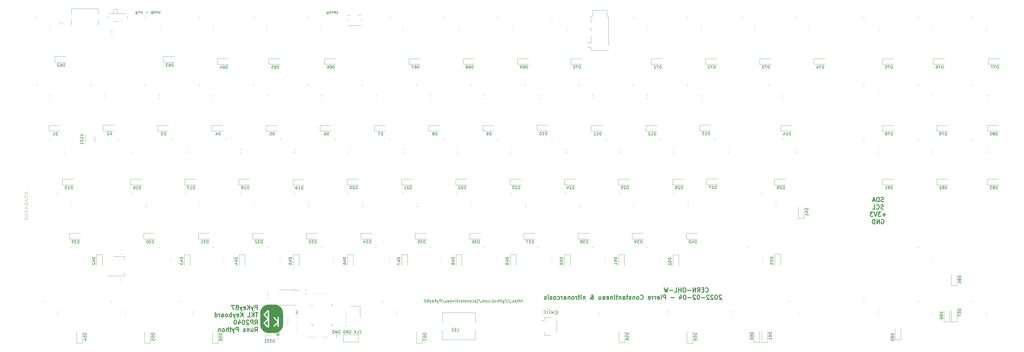
<source format=gbo>
%TF.GenerationSoftware,KiCad,Pcbnew,(5.1.10)-1*%
%TF.CreationDate,2022-02-04T14:19:33-06:00*%
%TF.ProjectId,PyKey87,50794b65-7938-4372-9e6b-696361645f70,rev?*%
%TF.SameCoordinates,Original*%
%TF.FileFunction,Legend,Bot*%
%TF.FilePolarity,Positive*%
%FSLAX46Y46*%
G04 Gerber Fmt 4.6, Leading zero omitted, Abs format (unit mm)*
G04 Created by KiCad (PCBNEW (5.1.10)-1) date 2022-02-04 14:19:33*
%MOMM*%
%LPD*%
G01*
G04 APERTURE LIST*
%ADD10C,0.304800*%
%ADD11C,0.150000*%
%ADD12C,0.200000*%
%ADD13C,0.100000*%
%ADD14C,0.120000*%
%ADD15C,0.010000*%
%ADD16C,3.152400*%
%ADD17C,1.902400*%
%ADD18C,4.152400*%
%ADD19C,0.902400*%
%ADD20C,4.552400*%
%ADD21C,1.448000*%
%ADD22O,1.852400X1.852400*%
%ADD23C,1.652400*%
%ADD24C,3.202400*%
%ADD25O,1.152400X2.252400*%
%ADD26C,0.802400*%
%ADD27O,1.152400X1.752400*%
%ADD28C,1.052400*%
G04 APERTURE END LIST*
D10*
X366975571Y-108015657D02*
X366757857Y-108088228D01*
X366395000Y-108088228D01*
X366249857Y-108015657D01*
X366177285Y-107943085D01*
X366104714Y-107797942D01*
X366104714Y-107652800D01*
X366177285Y-107507657D01*
X366249857Y-107435085D01*
X366395000Y-107362514D01*
X366685285Y-107289942D01*
X366830428Y-107217371D01*
X366903000Y-107144800D01*
X366975571Y-106999657D01*
X366975571Y-106854514D01*
X366903000Y-106709371D01*
X366830428Y-106636800D01*
X366685285Y-106564228D01*
X366322428Y-106564228D01*
X366104714Y-106636800D01*
X365451571Y-108088228D02*
X365451571Y-106564228D01*
X365088714Y-106564228D01*
X364871000Y-106636800D01*
X364725857Y-106781942D01*
X364653285Y-106927085D01*
X364580714Y-107217371D01*
X364580714Y-107435085D01*
X364653285Y-107725371D01*
X364725857Y-107870514D01*
X364871000Y-108015657D01*
X365088714Y-108088228D01*
X365451571Y-108088228D01*
X364000142Y-107652800D02*
X363274428Y-107652800D01*
X364145285Y-108088228D02*
X363637285Y-106564228D01*
X363129285Y-108088228D01*
X366939285Y-110606457D02*
X366721571Y-110679028D01*
X366358714Y-110679028D01*
X366213571Y-110606457D01*
X366141000Y-110533885D01*
X366068428Y-110388742D01*
X366068428Y-110243600D01*
X366141000Y-110098457D01*
X366213571Y-110025885D01*
X366358714Y-109953314D01*
X366649000Y-109880742D01*
X366794142Y-109808171D01*
X366866714Y-109735600D01*
X366939285Y-109590457D01*
X366939285Y-109445314D01*
X366866714Y-109300171D01*
X366794142Y-109227600D01*
X366649000Y-109155028D01*
X366286142Y-109155028D01*
X366068428Y-109227600D01*
X364544428Y-110533885D02*
X364617000Y-110606457D01*
X364834714Y-110679028D01*
X364979857Y-110679028D01*
X365197571Y-110606457D01*
X365342714Y-110461314D01*
X365415285Y-110316171D01*
X365487857Y-110025885D01*
X365487857Y-109808171D01*
X365415285Y-109517885D01*
X365342714Y-109372742D01*
X365197571Y-109227600D01*
X364979857Y-109155028D01*
X364834714Y-109155028D01*
X364617000Y-109227600D01*
X364544428Y-109300171D01*
X363165571Y-110679028D02*
X363891285Y-110679028D01*
X363891285Y-109155028D01*
X367810142Y-112689257D02*
X366649000Y-112689257D01*
X367229571Y-113269828D02*
X367229571Y-112108685D01*
X366068428Y-111745828D02*
X365125000Y-111745828D01*
X365633000Y-112326400D01*
X365415285Y-112326400D01*
X365270142Y-112398971D01*
X365197571Y-112471542D01*
X365125000Y-112616685D01*
X365125000Y-112979542D01*
X365197571Y-113124685D01*
X365270142Y-113197257D01*
X365415285Y-113269828D01*
X365850714Y-113269828D01*
X365995857Y-113197257D01*
X366068428Y-113124685D01*
X364689571Y-111745828D02*
X364181571Y-113269828D01*
X363673571Y-111745828D01*
X363310714Y-111745828D02*
X362367285Y-111745828D01*
X362875285Y-112326400D01*
X362657571Y-112326400D01*
X362512428Y-112398971D01*
X362439857Y-112471542D01*
X362367285Y-112616685D01*
X362367285Y-112979542D01*
X362439857Y-113124685D01*
X362512428Y-113197257D01*
X362657571Y-113269828D01*
X363093000Y-113269828D01*
X363238142Y-113197257D01*
X363310714Y-113124685D01*
X366286142Y-114409200D02*
X366431285Y-114336628D01*
X366649000Y-114336628D01*
X366866714Y-114409200D01*
X367011857Y-114554342D01*
X367084428Y-114699485D01*
X367157000Y-114989771D01*
X367157000Y-115207485D01*
X367084428Y-115497771D01*
X367011857Y-115642914D01*
X366866714Y-115788057D01*
X366649000Y-115860628D01*
X366503857Y-115860628D01*
X366286142Y-115788057D01*
X366213571Y-115715485D01*
X366213571Y-115207485D01*
X366503857Y-115207485D01*
X365560428Y-115860628D02*
X365560428Y-114336628D01*
X364689571Y-115860628D01*
X364689571Y-114336628D01*
X363963857Y-115860628D02*
X363963857Y-114336628D01*
X363601000Y-114336628D01*
X363383285Y-114409200D01*
X363238142Y-114554342D01*
X363165571Y-114699485D01*
X363093000Y-114989771D01*
X363093000Y-115207485D01*
X363165571Y-115497771D01*
X363238142Y-115642914D01*
X363383285Y-115788057D01*
X363601000Y-115860628D01*
X363963857Y-115860628D01*
D11*
X172116904Y-40982619D02*
X171783571Y-41458809D01*
X171545476Y-40982619D02*
X171545476Y-41982619D01*
X171926428Y-41982619D01*
X172021666Y-41935000D01*
X172069285Y-41887380D01*
X172116904Y-41792142D01*
X172116904Y-41649285D01*
X172069285Y-41554047D01*
X172021666Y-41506428D01*
X171926428Y-41458809D01*
X171545476Y-41458809D01*
X172926428Y-41030238D02*
X172831190Y-40982619D01*
X172640714Y-40982619D01*
X172545476Y-41030238D01*
X172497857Y-41125476D01*
X172497857Y-41506428D01*
X172545476Y-41601666D01*
X172640714Y-41649285D01*
X172831190Y-41649285D01*
X172926428Y-41601666D01*
X172974047Y-41506428D01*
X172974047Y-41411190D01*
X172497857Y-41315952D01*
X173355000Y-41030238D02*
X173450238Y-40982619D01*
X173640714Y-40982619D01*
X173735952Y-41030238D01*
X173783571Y-41125476D01*
X173783571Y-41173095D01*
X173735952Y-41268333D01*
X173640714Y-41315952D01*
X173497857Y-41315952D01*
X173402619Y-41363571D01*
X173355000Y-41458809D01*
X173355000Y-41506428D01*
X173402619Y-41601666D01*
X173497857Y-41649285D01*
X173640714Y-41649285D01*
X173735952Y-41601666D01*
X174593095Y-41030238D02*
X174497857Y-40982619D01*
X174307380Y-40982619D01*
X174212142Y-41030238D01*
X174164523Y-41125476D01*
X174164523Y-41506428D01*
X174212142Y-41601666D01*
X174307380Y-41649285D01*
X174497857Y-41649285D01*
X174593095Y-41601666D01*
X174640714Y-41506428D01*
X174640714Y-41411190D01*
X174164523Y-41315952D01*
X174926428Y-41649285D02*
X175307380Y-41649285D01*
X175069285Y-41982619D02*
X175069285Y-41125476D01*
X175116904Y-41030238D01*
X175212142Y-40982619D01*
X175307380Y-40982619D01*
X104918333Y-40982619D02*
X104585000Y-41458809D01*
X104346904Y-40982619D02*
X104346904Y-41982619D01*
X104727857Y-41982619D01*
X104823095Y-41935000D01*
X104870714Y-41887380D01*
X104918333Y-41792142D01*
X104918333Y-41649285D01*
X104870714Y-41554047D01*
X104823095Y-41506428D01*
X104727857Y-41458809D01*
X104346904Y-41458809D01*
X105775476Y-41649285D02*
X105775476Y-40982619D01*
X105346904Y-41649285D02*
X105346904Y-41125476D01*
X105394523Y-41030238D01*
X105489761Y-40982619D01*
X105632619Y-40982619D01*
X105727857Y-41030238D01*
X105775476Y-41077857D01*
X106251666Y-41649285D02*
X106251666Y-40982619D01*
X106251666Y-41554047D02*
X106299285Y-41601666D01*
X106394523Y-41649285D01*
X106537380Y-41649285D01*
X106632619Y-41601666D01*
X106680238Y-41506428D01*
X106680238Y-40982619D01*
X107918333Y-41363571D02*
X108680238Y-41363571D01*
X110251666Y-41506428D02*
X110394523Y-41458809D01*
X110442142Y-41411190D01*
X110489761Y-41315952D01*
X110489761Y-41173095D01*
X110442142Y-41077857D01*
X110394523Y-41030238D01*
X110299285Y-40982619D01*
X109918333Y-40982619D01*
X109918333Y-41982619D01*
X110251666Y-41982619D01*
X110346904Y-41935000D01*
X110394523Y-41887380D01*
X110442142Y-41792142D01*
X110442142Y-41696904D01*
X110394523Y-41601666D01*
X110346904Y-41554047D01*
X110251666Y-41506428D01*
X109918333Y-41506428D01*
X111061190Y-40982619D02*
X110965952Y-41030238D01*
X110918333Y-41077857D01*
X110870714Y-41173095D01*
X110870714Y-41458809D01*
X110918333Y-41554047D01*
X110965952Y-41601666D01*
X111061190Y-41649285D01*
X111204047Y-41649285D01*
X111299285Y-41601666D01*
X111346904Y-41554047D01*
X111394523Y-41458809D01*
X111394523Y-41173095D01*
X111346904Y-41077857D01*
X111299285Y-41030238D01*
X111204047Y-40982619D01*
X111061190Y-40982619D01*
X111965952Y-40982619D02*
X111870714Y-41030238D01*
X111823095Y-41077857D01*
X111775476Y-41173095D01*
X111775476Y-41458809D01*
X111823095Y-41554047D01*
X111870714Y-41601666D01*
X111965952Y-41649285D01*
X112108809Y-41649285D01*
X112204047Y-41601666D01*
X112251666Y-41554047D01*
X112299285Y-41458809D01*
X112299285Y-41173095D01*
X112251666Y-41077857D01*
X112204047Y-41030238D01*
X112108809Y-40982619D01*
X111965952Y-40982619D01*
X112585000Y-41649285D02*
X112965952Y-41649285D01*
X112727857Y-41982619D02*
X112727857Y-41125476D01*
X112775476Y-41030238D01*
X112870714Y-40982619D01*
X112965952Y-40982619D01*
D12*
X251935228Y-146447371D02*
X251935228Y-147947371D01*
X251935228Y-147375942D02*
X252078085Y-147447371D01*
X252363800Y-147447371D01*
X252506657Y-147375942D01*
X252578085Y-147304514D01*
X252649514Y-147161657D01*
X252649514Y-146733085D01*
X252578085Y-146590228D01*
X252506657Y-146518800D01*
X252363800Y-146447371D01*
X252078085Y-146447371D01*
X251935228Y-146518800D01*
X251363800Y-146447371D02*
X251078085Y-147447371D01*
X250792371Y-146733085D01*
X250506657Y-147447371D01*
X250220942Y-146447371D01*
X249649514Y-147447371D02*
X249649514Y-146447371D01*
X249649514Y-145947371D02*
X249720942Y-146018800D01*
X249649514Y-146090228D01*
X249578085Y-146018800D01*
X249649514Y-145947371D01*
X249649514Y-146090228D01*
X248935228Y-147447371D02*
X248935228Y-146447371D01*
X248935228Y-145947371D02*
X249006657Y-146018800D01*
X248935228Y-146090228D01*
X248863800Y-146018800D01*
X248935228Y-145947371D01*
X248935228Y-146090228D01*
X247578085Y-147375942D02*
X247720942Y-147447371D01*
X248006657Y-147447371D01*
X248149514Y-147375942D01*
X248220942Y-147304514D01*
X248292371Y-147161657D01*
X248292371Y-146733085D01*
X248220942Y-146590228D01*
X248149514Y-146518800D01*
X248006657Y-146447371D01*
X247720942Y-146447371D01*
X247578085Y-146518800D01*
D11*
X240051666Y-143487380D02*
X240051666Y-142487380D01*
X239623095Y-143487380D02*
X239623095Y-142963571D01*
X239670714Y-142868333D01*
X239765952Y-142820714D01*
X239908809Y-142820714D01*
X240004047Y-142868333D01*
X240051666Y-142915952D01*
X239289761Y-142820714D02*
X238908809Y-142820714D01*
X239146904Y-142487380D02*
X239146904Y-143344523D01*
X239099285Y-143439761D01*
X239004047Y-143487380D01*
X238908809Y-143487380D01*
X238718333Y-142820714D02*
X238337380Y-142820714D01*
X238575476Y-142487380D02*
X238575476Y-143344523D01*
X238527857Y-143439761D01*
X238432619Y-143487380D01*
X238337380Y-143487380D01*
X238004047Y-142820714D02*
X238004047Y-143820714D01*
X238004047Y-142868333D02*
X237908809Y-142820714D01*
X237718333Y-142820714D01*
X237623095Y-142868333D01*
X237575476Y-142915952D01*
X237527857Y-143011190D01*
X237527857Y-143296904D01*
X237575476Y-143392142D01*
X237623095Y-143439761D01*
X237718333Y-143487380D01*
X237908809Y-143487380D01*
X238004047Y-143439761D01*
X237146904Y-143439761D02*
X237051666Y-143487380D01*
X236861190Y-143487380D01*
X236765952Y-143439761D01*
X236718333Y-143344523D01*
X236718333Y-143296904D01*
X236765952Y-143201666D01*
X236861190Y-143154047D01*
X237004047Y-143154047D01*
X237099285Y-143106428D01*
X237146904Y-143011190D01*
X237146904Y-142963571D01*
X237099285Y-142868333D01*
X237004047Y-142820714D01*
X236861190Y-142820714D01*
X236765952Y-142868333D01*
X236289761Y-143392142D02*
X236242142Y-143439761D01*
X236289761Y-143487380D01*
X236337380Y-143439761D01*
X236289761Y-143392142D01*
X236289761Y-143487380D01*
X236289761Y-142868333D02*
X236242142Y-142915952D01*
X236289761Y-142963571D01*
X236337380Y-142915952D01*
X236289761Y-142868333D01*
X236289761Y-142963571D01*
X235099285Y-142439761D02*
X235956428Y-143725476D01*
X234051666Y-142439761D02*
X234908809Y-143725476D01*
X233289761Y-142820714D02*
X233289761Y-143630238D01*
X233337380Y-143725476D01*
X233385000Y-143773095D01*
X233480238Y-143820714D01*
X233623095Y-143820714D01*
X233718333Y-143773095D01*
X233289761Y-143439761D02*
X233385000Y-143487380D01*
X233575476Y-143487380D01*
X233670714Y-143439761D01*
X233718333Y-143392142D01*
X233765952Y-143296904D01*
X233765952Y-143011190D01*
X233718333Y-142915952D01*
X233670714Y-142868333D01*
X233575476Y-142820714D01*
X233385000Y-142820714D01*
X233289761Y-142868333D01*
X232813571Y-143487380D02*
X232813571Y-142820714D01*
X232813571Y-142487380D02*
X232861190Y-142535000D01*
X232813571Y-142582619D01*
X232765952Y-142535000D01*
X232813571Y-142487380D01*
X232813571Y-142582619D01*
X232480238Y-142820714D02*
X232099285Y-142820714D01*
X232337380Y-142487380D02*
X232337380Y-143344523D01*
X232289761Y-143439761D01*
X232194523Y-143487380D01*
X232099285Y-143487380D01*
X231765952Y-143487380D02*
X231765952Y-142487380D01*
X231337380Y-143487380D02*
X231337380Y-142963571D01*
X231385000Y-142868333D01*
X231480238Y-142820714D01*
X231623095Y-142820714D01*
X231718333Y-142868333D01*
X231765952Y-142915952D01*
X230432619Y-142820714D02*
X230432619Y-143487380D01*
X230861190Y-142820714D02*
X230861190Y-143344523D01*
X230813571Y-143439761D01*
X230718333Y-143487380D01*
X230575476Y-143487380D01*
X230480238Y-143439761D01*
X230432619Y-143392142D01*
X229956428Y-143487380D02*
X229956428Y-142487380D01*
X229956428Y-142868333D02*
X229861190Y-142820714D01*
X229670714Y-142820714D01*
X229575476Y-142868333D01*
X229527857Y-142915952D01*
X229480238Y-143011190D01*
X229480238Y-143296904D01*
X229527857Y-143392142D01*
X229575476Y-143439761D01*
X229670714Y-143487380D01*
X229861190Y-143487380D01*
X229956428Y-143439761D01*
X229051666Y-143392142D02*
X229004047Y-143439761D01*
X229051666Y-143487380D01*
X229099285Y-143439761D01*
X229051666Y-143392142D01*
X229051666Y-143487380D01*
X228146904Y-143439761D02*
X228242142Y-143487380D01*
X228432619Y-143487380D01*
X228527857Y-143439761D01*
X228575476Y-143392142D01*
X228623095Y-143296904D01*
X228623095Y-143011190D01*
X228575476Y-142915952D01*
X228527857Y-142868333D01*
X228432619Y-142820714D01*
X228242142Y-142820714D01*
X228146904Y-142868333D01*
X227575476Y-143487380D02*
X227670714Y-143439761D01*
X227718333Y-143392142D01*
X227765952Y-143296904D01*
X227765952Y-143011190D01*
X227718333Y-142915952D01*
X227670714Y-142868333D01*
X227575476Y-142820714D01*
X227432619Y-142820714D01*
X227337380Y-142868333D01*
X227289761Y-142915952D01*
X227242142Y-143011190D01*
X227242142Y-143296904D01*
X227289761Y-143392142D01*
X227337380Y-143439761D01*
X227432619Y-143487380D01*
X227575476Y-143487380D01*
X226813571Y-143487380D02*
X226813571Y-142820714D01*
X226813571Y-142915952D02*
X226765952Y-142868333D01*
X226670714Y-142820714D01*
X226527857Y-142820714D01*
X226432619Y-142868333D01*
X226385000Y-142963571D01*
X226385000Y-143487380D01*
X226385000Y-142963571D02*
X226337380Y-142868333D01*
X226242142Y-142820714D01*
X226099285Y-142820714D01*
X226004047Y-142868333D01*
X225956428Y-142963571D01*
X225956428Y-143487380D01*
X224765952Y-142439761D02*
X225623095Y-143725476D01*
X224432619Y-142820714D02*
X224432619Y-143677857D01*
X224480238Y-143773095D01*
X224575476Y-143820714D01*
X224623095Y-143820714D01*
X224432619Y-142487380D02*
X224480238Y-142535000D01*
X224432619Y-142582619D01*
X224385000Y-142535000D01*
X224432619Y-142487380D01*
X224432619Y-142582619D01*
X223956428Y-142820714D02*
X223956428Y-143820714D01*
X223956428Y-142868333D02*
X223861190Y-142820714D01*
X223670714Y-142820714D01*
X223575476Y-142868333D01*
X223527857Y-142915952D01*
X223480238Y-143011190D01*
X223480238Y-143296904D01*
X223527857Y-143392142D01*
X223575476Y-143439761D01*
X223670714Y-143487380D01*
X223861190Y-143487380D01*
X223956428Y-143439761D01*
X222623095Y-143439761D02*
X222718333Y-143487380D01*
X222908809Y-143487380D01*
X223004047Y-143439761D01*
X223051666Y-143392142D01*
X223099285Y-143296904D01*
X223099285Y-143011190D01*
X223051666Y-142915952D01*
X223004047Y-142868333D01*
X222908809Y-142820714D01*
X222718333Y-142820714D01*
X222623095Y-142868333D01*
X222051666Y-143487380D02*
X222146904Y-143439761D01*
X222194523Y-143392142D01*
X222242142Y-143296904D01*
X222242142Y-143011190D01*
X222194523Y-142915952D01*
X222146904Y-142868333D01*
X222051666Y-142820714D01*
X221908809Y-142820714D01*
X221813571Y-142868333D01*
X221765952Y-142915952D01*
X221718333Y-143011190D01*
X221718333Y-143296904D01*
X221765952Y-143392142D01*
X221813571Y-143439761D01*
X221908809Y-143487380D01*
X222051666Y-143487380D01*
X221289761Y-142820714D02*
X221289761Y-143487380D01*
X221289761Y-142915952D02*
X221242142Y-142868333D01*
X221146904Y-142820714D01*
X221004047Y-142820714D01*
X220908809Y-142868333D01*
X220861190Y-142963571D01*
X220861190Y-143487380D01*
X220432619Y-143439761D02*
X220337380Y-143487380D01*
X220146904Y-143487380D01*
X220051666Y-143439761D01*
X220004047Y-143344523D01*
X220004047Y-143296904D01*
X220051666Y-143201666D01*
X220146904Y-143154047D01*
X220289761Y-143154047D01*
X220385000Y-143106428D01*
X220432619Y-143011190D01*
X220432619Y-142963571D01*
X220385000Y-142868333D01*
X220289761Y-142820714D01*
X220146904Y-142820714D01*
X220051666Y-142868333D01*
X219718333Y-142820714D02*
X219337380Y-142820714D01*
X219575476Y-142487380D02*
X219575476Y-143344523D01*
X219527857Y-143439761D01*
X219432619Y-143487380D01*
X219337380Y-143487380D01*
X218575476Y-143487380D02*
X218575476Y-142963571D01*
X218623095Y-142868333D01*
X218718333Y-142820714D01*
X218908809Y-142820714D01*
X219004047Y-142868333D01*
X218575476Y-143439761D02*
X218670714Y-143487380D01*
X218908809Y-143487380D01*
X219004047Y-143439761D01*
X219051666Y-143344523D01*
X219051666Y-143249285D01*
X219004047Y-143154047D01*
X218908809Y-143106428D01*
X218670714Y-143106428D01*
X218575476Y-143058809D01*
X218099285Y-142820714D02*
X218099285Y-143487380D01*
X218099285Y-142915952D02*
X218051666Y-142868333D01*
X217956428Y-142820714D01*
X217813571Y-142820714D01*
X217718333Y-142868333D01*
X217670714Y-142963571D01*
X217670714Y-143487380D01*
X217337380Y-142820714D02*
X216956428Y-142820714D01*
X217194523Y-142487380D02*
X217194523Y-143344523D01*
X217146904Y-143439761D01*
X217051666Y-143487380D01*
X216956428Y-143487380D01*
X216623095Y-143487380D02*
X216623095Y-142820714D01*
X216623095Y-142487380D02*
X216670714Y-142535000D01*
X216623095Y-142582619D01*
X216575476Y-142535000D01*
X216623095Y-142487380D01*
X216623095Y-142582619D01*
X216146904Y-142820714D02*
X216146904Y-143487380D01*
X216146904Y-142915952D02*
X216099285Y-142868333D01*
X216004047Y-142820714D01*
X215861190Y-142820714D01*
X215765952Y-142868333D01*
X215718333Y-142963571D01*
X215718333Y-143487380D01*
X214861190Y-143439761D02*
X214956428Y-143487380D01*
X215146904Y-143487380D01*
X215242142Y-143439761D01*
X215289761Y-143344523D01*
X215289761Y-142963571D01*
X215242142Y-142868333D01*
X215146904Y-142820714D01*
X214956428Y-142820714D01*
X214861190Y-142868333D01*
X214813571Y-142963571D01*
X214813571Y-143058809D01*
X215289761Y-143154047D01*
X213956428Y-143487380D02*
X213956428Y-142963571D01*
X214004047Y-142868333D01*
X214099285Y-142820714D01*
X214289761Y-142820714D01*
X214385000Y-142868333D01*
X213956428Y-143439761D02*
X214051666Y-143487380D01*
X214289761Y-143487380D01*
X214385000Y-143439761D01*
X214432619Y-143344523D01*
X214432619Y-143249285D01*
X214385000Y-143154047D01*
X214289761Y-143106428D01*
X214051666Y-143106428D01*
X213956428Y-143058809D01*
X213051666Y-142820714D02*
X213051666Y-143487380D01*
X213480238Y-142820714D02*
X213480238Y-143344523D01*
X213432619Y-143439761D01*
X213337380Y-143487380D01*
X213194523Y-143487380D01*
X213099285Y-143439761D01*
X213051666Y-143392142D01*
X211861190Y-142439761D02*
X212718333Y-143725476D01*
X211527857Y-143487380D02*
X211527857Y-142487380D01*
X211146904Y-142487380D01*
X211051666Y-142535000D01*
X211004047Y-142582619D01*
X210956428Y-142677857D01*
X210956428Y-142820714D01*
X211004047Y-142915952D01*
X211051666Y-142963571D01*
X211146904Y-143011190D01*
X211527857Y-143011190D01*
X210623095Y-142820714D02*
X210385000Y-143487380D01*
X210146904Y-142820714D02*
X210385000Y-143487380D01*
X210480238Y-143725476D01*
X210527857Y-143773095D01*
X210623095Y-143820714D01*
X209765952Y-143487380D02*
X209765952Y-142487380D01*
X209194523Y-143487380D02*
X209623095Y-142915952D01*
X209194523Y-142487380D02*
X209765952Y-143058809D01*
X208385000Y-143439761D02*
X208480238Y-143487380D01*
X208670714Y-143487380D01*
X208765952Y-143439761D01*
X208813571Y-143344523D01*
X208813571Y-142963571D01*
X208765952Y-142868333D01*
X208670714Y-142820714D01*
X208480238Y-142820714D01*
X208385000Y-142868333D01*
X208337380Y-142963571D01*
X208337380Y-143058809D01*
X208813571Y-143154047D01*
X208004047Y-142820714D02*
X207765952Y-143487380D01*
X207527857Y-142820714D02*
X207765952Y-143487380D01*
X207861190Y-143725476D01*
X207908809Y-143773095D01*
X208004047Y-143820714D01*
X206718333Y-142487380D02*
X206908809Y-142487380D01*
X207004047Y-142535000D01*
X207051666Y-142582619D01*
X207146904Y-142725476D01*
X207194523Y-142915952D01*
X207194523Y-143296904D01*
X207146904Y-143392142D01*
X207099285Y-143439761D01*
X207004047Y-143487380D01*
X206813571Y-143487380D01*
X206718333Y-143439761D01*
X206670714Y-143392142D01*
X206623095Y-143296904D01*
X206623095Y-143058809D01*
X206670714Y-142963571D01*
X206718333Y-142915952D01*
X206813571Y-142868333D01*
X207004047Y-142868333D01*
X207099285Y-142915952D01*
X207146904Y-142963571D01*
X207194523Y-143058809D01*
X206004047Y-142487380D02*
X205908809Y-142487380D01*
X205813571Y-142535000D01*
X205765952Y-142582619D01*
X205718333Y-142677857D01*
X205670714Y-142868333D01*
X205670714Y-143106428D01*
X205718333Y-143296904D01*
X205765952Y-143392142D01*
X205813571Y-143439761D01*
X205908809Y-143487380D01*
X206004047Y-143487380D01*
X206099285Y-143439761D01*
X206146904Y-143392142D01*
X206194523Y-143296904D01*
X206242142Y-143106428D01*
X206242142Y-142868333D01*
X206194523Y-142677857D01*
X206146904Y-142582619D01*
X206099285Y-142535000D01*
X206004047Y-142487380D01*
D10*
X147013022Y-146061228D02*
X147013022Y-144537228D01*
X146432451Y-144537228D01*
X146287308Y-144609800D01*
X146214737Y-144682371D01*
X146142165Y-144827514D01*
X146142165Y-145045228D01*
X146214737Y-145190371D01*
X146287308Y-145262942D01*
X146432451Y-145335514D01*
X147013022Y-145335514D01*
X145634165Y-145045228D02*
X145271308Y-146061228D01*
X144908451Y-145045228D02*
X145271308Y-146061228D01*
X145416451Y-146424085D01*
X145489022Y-146496657D01*
X145634165Y-146569228D01*
X144327880Y-146061228D02*
X144327880Y-144537228D01*
X143457022Y-146061228D02*
X144110165Y-145190371D01*
X143457022Y-144537228D02*
X144327880Y-145408085D01*
X142223308Y-145988657D02*
X142368451Y-146061228D01*
X142658737Y-146061228D01*
X142803880Y-145988657D01*
X142876451Y-145843514D01*
X142876451Y-145262942D01*
X142803880Y-145117800D01*
X142658737Y-145045228D01*
X142368451Y-145045228D01*
X142223308Y-145117800D01*
X142150737Y-145262942D01*
X142150737Y-145408085D01*
X142876451Y-145553228D01*
X141642737Y-145045228D02*
X141279880Y-146061228D01*
X140917022Y-145045228D02*
X141279880Y-146061228D01*
X141425022Y-146424085D01*
X141497594Y-146496657D01*
X141642737Y-146569228D01*
X140118737Y-145190371D02*
X140263880Y-145117800D01*
X140336451Y-145045228D01*
X140409022Y-144900085D01*
X140409022Y-144827514D01*
X140336451Y-144682371D01*
X140263880Y-144609800D01*
X140118737Y-144537228D01*
X139828451Y-144537228D01*
X139683308Y-144609800D01*
X139610737Y-144682371D01*
X139538165Y-144827514D01*
X139538165Y-144900085D01*
X139610737Y-145045228D01*
X139683308Y-145117800D01*
X139828451Y-145190371D01*
X140118737Y-145190371D01*
X140263880Y-145262942D01*
X140336451Y-145335514D01*
X140409022Y-145480657D01*
X140409022Y-145770942D01*
X140336451Y-145916085D01*
X140263880Y-145988657D01*
X140118737Y-146061228D01*
X139828451Y-146061228D01*
X139683308Y-145988657D01*
X139610737Y-145916085D01*
X139538165Y-145770942D01*
X139538165Y-145480657D01*
X139610737Y-145335514D01*
X139683308Y-145262942D01*
X139828451Y-145190371D01*
X139030165Y-144537228D02*
X138014165Y-144537228D01*
X138667308Y-146061228D01*
X147230737Y-147128028D02*
X146359880Y-147128028D01*
X146795308Y-148652028D02*
X146795308Y-147128028D01*
X145851880Y-148652028D02*
X145851880Y-147128028D01*
X144981022Y-148652028D02*
X145634165Y-147781171D01*
X144981022Y-147128028D02*
X145851880Y-147998885D01*
X143602165Y-148652028D02*
X144327880Y-148652028D01*
X144327880Y-147128028D01*
X141933022Y-148652028D02*
X141933022Y-147128028D01*
X141062165Y-148652028D02*
X141715308Y-147781171D01*
X141062165Y-147128028D02*
X141933022Y-147998885D01*
X139828451Y-148579457D02*
X139973594Y-148652028D01*
X140263880Y-148652028D01*
X140409022Y-148579457D01*
X140481594Y-148434314D01*
X140481594Y-147853742D01*
X140409022Y-147708600D01*
X140263880Y-147636028D01*
X139973594Y-147636028D01*
X139828451Y-147708600D01*
X139755880Y-147853742D01*
X139755880Y-147998885D01*
X140481594Y-148144028D01*
X139247880Y-147636028D02*
X138885022Y-148652028D01*
X138522165Y-147636028D02*
X138885022Y-148652028D01*
X139030165Y-149014885D01*
X139102737Y-149087457D01*
X139247880Y-149160028D01*
X137941594Y-148652028D02*
X137941594Y-147128028D01*
X137941594Y-147708600D02*
X137796451Y-147636028D01*
X137506165Y-147636028D01*
X137361022Y-147708600D01*
X137288451Y-147781171D01*
X137215880Y-147926314D01*
X137215880Y-148361742D01*
X137288451Y-148506885D01*
X137361022Y-148579457D01*
X137506165Y-148652028D01*
X137796451Y-148652028D01*
X137941594Y-148579457D01*
X136345022Y-148652028D02*
X136490165Y-148579457D01*
X136562737Y-148506885D01*
X136635308Y-148361742D01*
X136635308Y-147926314D01*
X136562737Y-147781171D01*
X136490165Y-147708600D01*
X136345022Y-147636028D01*
X136127308Y-147636028D01*
X135982165Y-147708600D01*
X135909594Y-147781171D01*
X135837022Y-147926314D01*
X135837022Y-148361742D01*
X135909594Y-148506885D01*
X135982165Y-148579457D01*
X136127308Y-148652028D01*
X136345022Y-148652028D01*
X134530737Y-148652028D02*
X134530737Y-147853742D01*
X134603308Y-147708600D01*
X134748451Y-147636028D01*
X135038737Y-147636028D01*
X135183880Y-147708600D01*
X134530737Y-148579457D02*
X134675880Y-148652028D01*
X135038737Y-148652028D01*
X135183880Y-148579457D01*
X135256451Y-148434314D01*
X135256451Y-148289171D01*
X135183880Y-148144028D01*
X135038737Y-148071457D01*
X134675880Y-148071457D01*
X134530737Y-147998885D01*
X133805022Y-148652028D02*
X133805022Y-147636028D01*
X133805022Y-147926314D02*
X133732451Y-147781171D01*
X133659880Y-147708600D01*
X133514737Y-147636028D01*
X133369594Y-147636028D01*
X132208451Y-148652028D02*
X132208451Y-147128028D01*
X132208451Y-148579457D02*
X132353594Y-148652028D01*
X132643880Y-148652028D01*
X132789022Y-148579457D01*
X132861594Y-148506885D01*
X132934165Y-148361742D01*
X132934165Y-147926314D01*
X132861594Y-147781171D01*
X132789022Y-147708600D01*
X132643880Y-147636028D01*
X132353594Y-147636028D01*
X132208451Y-147708600D01*
X146142165Y-151242828D02*
X146650165Y-150517114D01*
X147013022Y-151242828D02*
X147013022Y-149718828D01*
X146432451Y-149718828D01*
X146287308Y-149791400D01*
X146214737Y-149863971D01*
X146142165Y-150009114D01*
X146142165Y-150226828D01*
X146214737Y-150371971D01*
X146287308Y-150444542D01*
X146432451Y-150517114D01*
X147013022Y-150517114D01*
X145489022Y-151242828D02*
X145489022Y-149718828D01*
X144908451Y-149718828D01*
X144763308Y-149791400D01*
X144690737Y-149863971D01*
X144618165Y-150009114D01*
X144618165Y-150226828D01*
X144690737Y-150371971D01*
X144763308Y-150444542D01*
X144908451Y-150517114D01*
X145489022Y-150517114D01*
X144037594Y-149863971D02*
X143965022Y-149791400D01*
X143819880Y-149718828D01*
X143457022Y-149718828D01*
X143311880Y-149791400D01*
X143239308Y-149863971D01*
X143166737Y-150009114D01*
X143166737Y-150154257D01*
X143239308Y-150371971D01*
X144110165Y-151242828D01*
X143166737Y-151242828D01*
X142223308Y-149718828D02*
X142078165Y-149718828D01*
X141933022Y-149791400D01*
X141860451Y-149863971D01*
X141787880Y-150009114D01*
X141715308Y-150299400D01*
X141715308Y-150662257D01*
X141787880Y-150952542D01*
X141860451Y-151097685D01*
X141933022Y-151170257D01*
X142078165Y-151242828D01*
X142223308Y-151242828D01*
X142368451Y-151170257D01*
X142441022Y-151097685D01*
X142513594Y-150952542D01*
X142586165Y-150662257D01*
X142586165Y-150299400D01*
X142513594Y-150009114D01*
X142441022Y-149863971D01*
X142368451Y-149791400D01*
X142223308Y-149718828D01*
X140409022Y-150226828D02*
X140409022Y-151242828D01*
X140771880Y-149646257D02*
X141134737Y-150734828D01*
X140191308Y-150734828D01*
X139320451Y-149718828D02*
X139175308Y-149718828D01*
X139030165Y-149791400D01*
X138957594Y-149863971D01*
X138885022Y-150009114D01*
X138812451Y-150299400D01*
X138812451Y-150662257D01*
X138885022Y-150952542D01*
X138957594Y-151097685D01*
X139030165Y-151170257D01*
X139175308Y-151242828D01*
X139320451Y-151242828D01*
X139465594Y-151170257D01*
X139538165Y-151097685D01*
X139610737Y-150952542D01*
X139683308Y-150662257D01*
X139683308Y-150299400D01*
X139610737Y-150009114D01*
X139538165Y-149863971D01*
X139465594Y-149791400D01*
X139320451Y-149718828D01*
X146142165Y-153833628D02*
X146650165Y-153107914D01*
X147013022Y-153833628D02*
X147013022Y-152309628D01*
X146432451Y-152309628D01*
X146287308Y-152382200D01*
X146214737Y-152454771D01*
X146142165Y-152599914D01*
X146142165Y-152817628D01*
X146214737Y-152962771D01*
X146287308Y-153035342D01*
X146432451Y-153107914D01*
X147013022Y-153107914D01*
X144835880Y-152817628D02*
X144835880Y-153833628D01*
X145489022Y-152817628D02*
X145489022Y-153615914D01*
X145416451Y-153761057D01*
X145271308Y-153833628D01*
X145053594Y-153833628D01*
X144908451Y-153761057D01*
X144835880Y-153688485D01*
X144110165Y-152817628D02*
X144110165Y-153833628D01*
X144110165Y-152962771D02*
X144037594Y-152890200D01*
X143892451Y-152817628D01*
X143674737Y-152817628D01*
X143529594Y-152890200D01*
X143457022Y-153035342D01*
X143457022Y-153833628D01*
X142803880Y-153761057D02*
X142658737Y-153833628D01*
X142368451Y-153833628D01*
X142223308Y-153761057D01*
X142150737Y-153615914D01*
X142150737Y-153543342D01*
X142223308Y-153398200D01*
X142368451Y-153325628D01*
X142586165Y-153325628D01*
X142731308Y-153253057D01*
X142803880Y-153107914D01*
X142803880Y-153035342D01*
X142731308Y-152890200D01*
X142586165Y-152817628D01*
X142368451Y-152817628D01*
X142223308Y-152890200D01*
X140336451Y-153833628D02*
X140336451Y-152309628D01*
X139755880Y-152309628D01*
X139610737Y-152382200D01*
X139538165Y-152454771D01*
X139465594Y-152599914D01*
X139465594Y-152817628D01*
X139538165Y-152962771D01*
X139610737Y-153035342D01*
X139755880Y-153107914D01*
X140336451Y-153107914D01*
X138957594Y-152817628D02*
X138594737Y-153833628D01*
X138231880Y-152817628D02*
X138594737Y-153833628D01*
X138739880Y-154196485D01*
X138812451Y-154269057D01*
X138957594Y-154341628D01*
X137869022Y-152817628D02*
X137288451Y-152817628D01*
X137651308Y-152309628D02*
X137651308Y-153615914D01*
X137578737Y-153761057D01*
X137433594Y-153833628D01*
X137288451Y-153833628D01*
X136780451Y-153833628D02*
X136780451Y-152309628D01*
X136127308Y-153833628D02*
X136127308Y-153035342D01*
X136199880Y-152890200D01*
X136345022Y-152817628D01*
X136562737Y-152817628D01*
X136707880Y-152890200D01*
X136780451Y-152962771D01*
X135183880Y-153833628D02*
X135329022Y-153761057D01*
X135401594Y-153688485D01*
X135474165Y-153543342D01*
X135474165Y-153107914D01*
X135401594Y-152962771D01*
X135329022Y-152890200D01*
X135183880Y-152817628D01*
X134966165Y-152817628D01*
X134821022Y-152890200D01*
X134748451Y-152962771D01*
X134675880Y-153107914D01*
X134675880Y-153543342D01*
X134748451Y-153688485D01*
X134821022Y-153761057D01*
X134966165Y-153833628D01*
X135183880Y-153833628D01*
X134022737Y-152817628D02*
X134022737Y-153833628D01*
X134022737Y-152962771D02*
X133950165Y-152890200D01*
X133805022Y-152817628D01*
X133587308Y-152817628D01*
X133442165Y-152890200D01*
X133369594Y-153035342D01*
X133369594Y-153833628D01*
D13*
X65238380Y-104887952D02*
X65952666Y-104887952D01*
X66095523Y-104840333D01*
X66190761Y-104745095D01*
X66238380Y-104602238D01*
X66238380Y-104507000D01*
X66238380Y-105840333D02*
X66238380Y-105364142D01*
X65238380Y-105364142D01*
X66143142Y-106745095D02*
X66190761Y-106697476D01*
X66238380Y-106554619D01*
X66238380Y-106459380D01*
X66190761Y-106316523D01*
X66095523Y-106221285D01*
X66000285Y-106173666D01*
X65809809Y-106126047D01*
X65666952Y-106126047D01*
X65476476Y-106173666D01*
X65381238Y-106221285D01*
X65286000Y-106316523D01*
X65238380Y-106459380D01*
X65238380Y-106554619D01*
X65286000Y-106697476D01*
X65333619Y-106745095D01*
X65238380Y-107459380D02*
X65952666Y-107459380D01*
X66095523Y-107411761D01*
X66190761Y-107316523D01*
X66238380Y-107173666D01*
X66238380Y-107078428D01*
X66238380Y-108411761D02*
X66238380Y-107935571D01*
X65238380Y-107935571D01*
X66143142Y-109316523D02*
X66190761Y-109268904D01*
X66238380Y-109126047D01*
X66238380Y-109030809D01*
X66190761Y-108887952D01*
X66095523Y-108792714D01*
X66000285Y-108745095D01*
X65809809Y-108697476D01*
X65666952Y-108697476D01*
X65476476Y-108745095D01*
X65381238Y-108792714D01*
X65286000Y-108887952D01*
X65238380Y-109030809D01*
X65238380Y-109126047D01*
X65286000Y-109268904D01*
X65333619Y-109316523D01*
X65238380Y-110030809D02*
X65952666Y-110030809D01*
X66095523Y-109983190D01*
X66190761Y-109887952D01*
X66238380Y-109745095D01*
X66238380Y-109649857D01*
X66238380Y-110983190D02*
X66238380Y-110507000D01*
X65238380Y-110507000D01*
X66143142Y-111887952D02*
X66190761Y-111840333D01*
X66238380Y-111697476D01*
X66238380Y-111602238D01*
X66190761Y-111459380D01*
X66095523Y-111364142D01*
X66000285Y-111316523D01*
X65809809Y-111268904D01*
X65666952Y-111268904D01*
X65476476Y-111316523D01*
X65381238Y-111364142D01*
X65286000Y-111459380D01*
X65238380Y-111602238D01*
X65238380Y-111697476D01*
X65286000Y-111840333D01*
X65333619Y-111887952D01*
X65238380Y-112602238D02*
X65952666Y-112602238D01*
X66095523Y-112554619D01*
X66190761Y-112459380D01*
X66238380Y-112316523D01*
X66238380Y-112221285D01*
X66238380Y-113554619D02*
X66238380Y-113078428D01*
X65238380Y-113078428D01*
X66143142Y-114459380D02*
X66190761Y-114411761D01*
X66238380Y-114268904D01*
X66238380Y-114173666D01*
X66190761Y-114030809D01*
X66095523Y-113935571D01*
X66000285Y-113887952D01*
X65809809Y-113840333D01*
X65666952Y-113840333D01*
X65476476Y-113887952D01*
X65381238Y-113935571D01*
X65286000Y-114030809D01*
X65238380Y-114173666D01*
X65238380Y-114268904D01*
X65286000Y-114411761D01*
X65333619Y-114459380D01*
D10*
X304517594Y-139743885D02*
X304590165Y-139816457D01*
X304807880Y-139889028D01*
X304953022Y-139889028D01*
X305170737Y-139816457D01*
X305315880Y-139671314D01*
X305388451Y-139526171D01*
X305461022Y-139235885D01*
X305461022Y-139018171D01*
X305388451Y-138727885D01*
X305315880Y-138582742D01*
X305170737Y-138437600D01*
X304953022Y-138365028D01*
X304807880Y-138365028D01*
X304590165Y-138437600D01*
X304517594Y-138510171D01*
X303864451Y-139090742D02*
X303356451Y-139090742D01*
X303138737Y-139889028D02*
X303864451Y-139889028D01*
X303864451Y-138365028D01*
X303138737Y-138365028D01*
X301614737Y-139889028D02*
X302122737Y-139163314D01*
X302485594Y-139889028D02*
X302485594Y-138365028D01*
X301905022Y-138365028D01*
X301759880Y-138437600D01*
X301687308Y-138510171D01*
X301614737Y-138655314D01*
X301614737Y-138873028D01*
X301687308Y-139018171D01*
X301759880Y-139090742D01*
X301905022Y-139163314D01*
X302485594Y-139163314D01*
X300961594Y-139889028D02*
X300961594Y-138365028D01*
X300090737Y-139889028D01*
X300090737Y-138365028D01*
X299365022Y-139308457D02*
X298203880Y-139308457D01*
X297187880Y-138365028D02*
X296897594Y-138365028D01*
X296752451Y-138437600D01*
X296607308Y-138582742D01*
X296534737Y-138873028D01*
X296534737Y-139381028D01*
X296607308Y-139671314D01*
X296752451Y-139816457D01*
X296897594Y-139889028D01*
X297187880Y-139889028D01*
X297333022Y-139816457D01*
X297478165Y-139671314D01*
X297550737Y-139381028D01*
X297550737Y-138873028D01*
X297478165Y-138582742D01*
X297333022Y-138437600D01*
X297187880Y-138365028D01*
X295881594Y-139889028D02*
X295881594Y-138365028D01*
X295881594Y-139090742D02*
X295010737Y-139090742D01*
X295010737Y-139889028D02*
X295010737Y-138365028D01*
X293559308Y-139889028D02*
X294285022Y-139889028D01*
X294285022Y-138365028D01*
X293051308Y-139308457D02*
X291890165Y-139308457D01*
X291309594Y-138365028D02*
X290946737Y-139889028D01*
X290656451Y-138800457D01*
X290366165Y-139889028D01*
X290003308Y-138365028D01*
X310105594Y-141100971D02*
X310033022Y-141028400D01*
X309887880Y-140955828D01*
X309525022Y-140955828D01*
X309379880Y-141028400D01*
X309307308Y-141100971D01*
X309234737Y-141246114D01*
X309234737Y-141391257D01*
X309307308Y-141608971D01*
X310178165Y-142479828D01*
X309234737Y-142479828D01*
X308291308Y-140955828D02*
X308146165Y-140955828D01*
X308001022Y-141028400D01*
X307928451Y-141100971D01*
X307855880Y-141246114D01*
X307783308Y-141536400D01*
X307783308Y-141899257D01*
X307855880Y-142189542D01*
X307928451Y-142334685D01*
X308001022Y-142407257D01*
X308146165Y-142479828D01*
X308291308Y-142479828D01*
X308436451Y-142407257D01*
X308509022Y-142334685D01*
X308581594Y-142189542D01*
X308654165Y-141899257D01*
X308654165Y-141536400D01*
X308581594Y-141246114D01*
X308509022Y-141100971D01*
X308436451Y-141028400D01*
X308291308Y-140955828D01*
X307202737Y-141100971D02*
X307130165Y-141028400D01*
X306985022Y-140955828D01*
X306622165Y-140955828D01*
X306477022Y-141028400D01*
X306404451Y-141100971D01*
X306331880Y-141246114D01*
X306331880Y-141391257D01*
X306404451Y-141608971D01*
X307275308Y-142479828D01*
X306331880Y-142479828D01*
X305751308Y-141100971D02*
X305678737Y-141028400D01*
X305533594Y-140955828D01*
X305170737Y-140955828D01*
X305025594Y-141028400D01*
X304953022Y-141100971D01*
X304880451Y-141246114D01*
X304880451Y-141391257D01*
X304953022Y-141608971D01*
X305823880Y-142479828D01*
X304880451Y-142479828D01*
X304227308Y-141899257D02*
X303066165Y-141899257D01*
X302050165Y-140955828D02*
X301905022Y-140955828D01*
X301759880Y-141028400D01*
X301687308Y-141100971D01*
X301614737Y-141246114D01*
X301542165Y-141536400D01*
X301542165Y-141899257D01*
X301614737Y-142189542D01*
X301687308Y-142334685D01*
X301759880Y-142407257D01*
X301905022Y-142479828D01*
X302050165Y-142479828D01*
X302195308Y-142407257D01*
X302267880Y-142334685D01*
X302340451Y-142189542D01*
X302413022Y-141899257D01*
X302413022Y-141536400D01*
X302340451Y-141246114D01*
X302267880Y-141100971D01*
X302195308Y-141028400D01*
X302050165Y-140955828D01*
X300961594Y-141100971D02*
X300889022Y-141028400D01*
X300743880Y-140955828D01*
X300381022Y-140955828D01*
X300235880Y-141028400D01*
X300163308Y-141100971D01*
X300090737Y-141246114D01*
X300090737Y-141391257D01*
X300163308Y-141608971D01*
X301034165Y-142479828D01*
X300090737Y-142479828D01*
X299437594Y-141899257D02*
X298276451Y-141899257D01*
X297260451Y-140955828D02*
X297115308Y-140955828D01*
X296970165Y-141028400D01*
X296897594Y-141100971D01*
X296825022Y-141246114D01*
X296752451Y-141536400D01*
X296752451Y-141899257D01*
X296825022Y-142189542D01*
X296897594Y-142334685D01*
X296970165Y-142407257D01*
X297115308Y-142479828D01*
X297260451Y-142479828D01*
X297405594Y-142407257D01*
X297478165Y-142334685D01*
X297550737Y-142189542D01*
X297623308Y-141899257D01*
X297623308Y-141536400D01*
X297550737Y-141246114D01*
X297478165Y-141100971D01*
X297405594Y-141028400D01*
X297260451Y-140955828D01*
X295446165Y-141463828D02*
X295446165Y-142479828D01*
X295809022Y-140883257D02*
X296171880Y-141971828D01*
X295228451Y-141971828D01*
X293486737Y-141899257D02*
X292325594Y-141899257D01*
X290438737Y-142479828D02*
X290438737Y-140955828D01*
X289858165Y-140955828D01*
X289713022Y-141028400D01*
X289640451Y-141100971D01*
X289567880Y-141246114D01*
X289567880Y-141463828D01*
X289640451Y-141608971D01*
X289713022Y-141681542D01*
X289858165Y-141754114D01*
X290438737Y-141754114D01*
X288914737Y-142479828D02*
X288914737Y-141463828D01*
X288914737Y-140955828D02*
X288987308Y-141028400D01*
X288914737Y-141100971D01*
X288842165Y-141028400D01*
X288914737Y-140955828D01*
X288914737Y-141100971D01*
X287608451Y-142407257D02*
X287753594Y-142479828D01*
X288043880Y-142479828D01*
X288189022Y-142407257D01*
X288261594Y-142262114D01*
X288261594Y-141681542D01*
X288189022Y-141536400D01*
X288043880Y-141463828D01*
X287753594Y-141463828D01*
X287608451Y-141536400D01*
X287535880Y-141681542D01*
X287535880Y-141826685D01*
X288261594Y-141971828D01*
X286882737Y-142479828D02*
X286882737Y-141463828D01*
X286882737Y-141754114D02*
X286810165Y-141608971D01*
X286737594Y-141536400D01*
X286592451Y-141463828D01*
X286447308Y-141463828D01*
X285939308Y-142479828D02*
X285939308Y-141463828D01*
X285939308Y-141754114D02*
X285866737Y-141608971D01*
X285794165Y-141536400D01*
X285649022Y-141463828D01*
X285503879Y-141463828D01*
X284415308Y-142407257D02*
X284560451Y-142479828D01*
X284850737Y-142479828D01*
X284995879Y-142407257D01*
X285068451Y-142262114D01*
X285068451Y-141681542D01*
X284995879Y-141536400D01*
X284850737Y-141463828D01*
X284560451Y-141463828D01*
X284415308Y-141536400D01*
X284342737Y-141681542D01*
X284342737Y-141826685D01*
X285068451Y-141971828D01*
X281657594Y-142334685D02*
X281730165Y-142407257D01*
X281947879Y-142479828D01*
X282093022Y-142479828D01*
X282310737Y-142407257D01*
X282455879Y-142262114D01*
X282528451Y-142116971D01*
X282601022Y-141826685D01*
X282601022Y-141608971D01*
X282528451Y-141318685D01*
X282455879Y-141173542D01*
X282310737Y-141028400D01*
X282093022Y-140955828D01*
X281947879Y-140955828D01*
X281730165Y-141028400D01*
X281657594Y-141100971D01*
X280786737Y-142479828D02*
X280931879Y-142407257D01*
X281004451Y-142334685D01*
X281077022Y-142189542D01*
X281077022Y-141754114D01*
X281004451Y-141608971D01*
X280931879Y-141536400D01*
X280786737Y-141463828D01*
X280569022Y-141463828D01*
X280423879Y-141536400D01*
X280351308Y-141608971D01*
X280278737Y-141754114D01*
X280278737Y-142189542D01*
X280351308Y-142334685D01*
X280423879Y-142407257D01*
X280569022Y-142479828D01*
X280786737Y-142479828D01*
X279625594Y-141463828D02*
X279625594Y-142479828D01*
X279625594Y-141608971D02*
X279553022Y-141536400D01*
X279407879Y-141463828D01*
X279190165Y-141463828D01*
X279045022Y-141536400D01*
X278972451Y-141681542D01*
X278972451Y-142479828D01*
X278319308Y-142407257D02*
X278174165Y-142479828D01*
X277883879Y-142479828D01*
X277738737Y-142407257D01*
X277666165Y-142262114D01*
X277666165Y-142189542D01*
X277738737Y-142044400D01*
X277883879Y-141971828D01*
X278101594Y-141971828D01*
X278246737Y-141899257D01*
X278319308Y-141754114D01*
X278319308Y-141681542D01*
X278246737Y-141536400D01*
X278101594Y-141463828D01*
X277883879Y-141463828D01*
X277738737Y-141536400D01*
X277230737Y-141463828D02*
X276650165Y-141463828D01*
X277013022Y-140955828D02*
X277013022Y-142262114D01*
X276940451Y-142407257D01*
X276795308Y-142479828D01*
X276650165Y-142479828D01*
X275489022Y-142479828D02*
X275489022Y-141681542D01*
X275561594Y-141536400D01*
X275706737Y-141463828D01*
X275997022Y-141463828D01*
X276142165Y-141536400D01*
X275489022Y-142407257D02*
X275634165Y-142479828D01*
X275997022Y-142479828D01*
X276142165Y-142407257D01*
X276214737Y-142262114D01*
X276214737Y-142116971D01*
X276142165Y-141971828D01*
X275997022Y-141899257D01*
X275634165Y-141899257D01*
X275489022Y-141826685D01*
X274763308Y-141463828D02*
X274763308Y-142479828D01*
X274763308Y-141608971D02*
X274690737Y-141536400D01*
X274545594Y-141463828D01*
X274327879Y-141463828D01*
X274182737Y-141536400D01*
X274110165Y-141681542D01*
X274110165Y-142479828D01*
X273602165Y-141463828D02*
X273021594Y-141463828D01*
X273384451Y-140955828D02*
X273384451Y-142262114D01*
X273311879Y-142407257D01*
X273166737Y-142479828D01*
X273021594Y-142479828D01*
X272513594Y-142479828D02*
X272513594Y-141463828D01*
X272513594Y-140955828D02*
X272586165Y-141028400D01*
X272513594Y-141100971D01*
X272441022Y-141028400D01*
X272513594Y-140955828D01*
X272513594Y-141100971D01*
X271787879Y-141463828D02*
X271787879Y-142479828D01*
X271787879Y-141608971D02*
X271715308Y-141536400D01*
X271570165Y-141463828D01*
X271352451Y-141463828D01*
X271207308Y-141536400D01*
X271134737Y-141681542D01*
X271134737Y-142479828D01*
X269828451Y-142407257D02*
X269973594Y-142479828D01*
X270263879Y-142479828D01*
X270409022Y-142407257D01*
X270481594Y-142262114D01*
X270481594Y-141681542D01*
X270409022Y-141536400D01*
X270263879Y-141463828D01*
X269973594Y-141463828D01*
X269828451Y-141536400D01*
X269755879Y-141681542D01*
X269755879Y-141826685D01*
X270481594Y-141971828D01*
X268449594Y-142479828D02*
X268449594Y-141681542D01*
X268522165Y-141536400D01*
X268667308Y-141463828D01*
X268957594Y-141463828D01*
X269102737Y-141536400D01*
X268449594Y-142407257D02*
X268594737Y-142479828D01*
X268957594Y-142479828D01*
X269102737Y-142407257D01*
X269175308Y-142262114D01*
X269175308Y-142116971D01*
X269102737Y-141971828D01*
X268957594Y-141899257D01*
X268594737Y-141899257D01*
X268449594Y-141826685D01*
X267070737Y-141463828D02*
X267070737Y-142479828D01*
X267723879Y-141463828D02*
X267723879Y-142262114D01*
X267651308Y-142407257D01*
X267506165Y-142479828D01*
X267288451Y-142479828D01*
X267143308Y-142407257D01*
X267070737Y-142334685D01*
X263950165Y-142479828D02*
X264022737Y-142479828D01*
X264167879Y-142407257D01*
X264385594Y-142189542D01*
X264748451Y-141754114D01*
X264893594Y-141536400D01*
X264966165Y-141318685D01*
X264966165Y-141173542D01*
X264893594Y-141028400D01*
X264748451Y-140955828D01*
X264675879Y-140955828D01*
X264530737Y-141028400D01*
X264458165Y-141173542D01*
X264458165Y-141246114D01*
X264530737Y-141391257D01*
X264603308Y-141463828D01*
X265038737Y-141754114D01*
X265111308Y-141826685D01*
X265183879Y-141971828D01*
X265183879Y-142189542D01*
X265111308Y-142334685D01*
X265038737Y-142407257D01*
X264893594Y-142479828D01*
X264675879Y-142479828D01*
X264530737Y-142407257D01*
X264458165Y-142334685D01*
X264240451Y-142044400D01*
X264167879Y-141826685D01*
X264167879Y-141681542D01*
X262135879Y-141463828D02*
X262135879Y-142479828D01*
X262135879Y-141608971D02*
X262063308Y-141536400D01*
X261918165Y-141463828D01*
X261700451Y-141463828D01*
X261555308Y-141536400D01*
X261482737Y-141681542D01*
X261482737Y-142479828D01*
X260757022Y-142479828D02*
X260757022Y-141463828D01*
X260757022Y-140955828D02*
X260829594Y-141028400D01*
X260757022Y-141100971D01*
X260684451Y-141028400D01*
X260757022Y-140955828D01*
X260757022Y-141100971D01*
X260249022Y-141463828D02*
X259668451Y-141463828D01*
X260031308Y-140955828D02*
X260031308Y-142262114D01*
X259958737Y-142407257D01*
X259813594Y-142479828D01*
X259668451Y-142479828D01*
X259160451Y-142479828D02*
X259160451Y-141463828D01*
X259160451Y-141754114D02*
X259087879Y-141608971D01*
X259015308Y-141536400D01*
X258870165Y-141463828D01*
X258725022Y-141463828D01*
X257999308Y-142479828D02*
X258144451Y-142407257D01*
X258217022Y-142334685D01*
X258289594Y-142189542D01*
X258289594Y-141754114D01*
X258217022Y-141608971D01*
X258144451Y-141536400D01*
X257999308Y-141463828D01*
X257781594Y-141463828D01*
X257636451Y-141536400D01*
X257563879Y-141608971D01*
X257491308Y-141754114D01*
X257491308Y-142189542D01*
X257563879Y-142334685D01*
X257636451Y-142407257D01*
X257781594Y-142479828D01*
X257999308Y-142479828D01*
X256838165Y-141463828D02*
X256838165Y-142479828D01*
X256838165Y-141608971D02*
X256765594Y-141536400D01*
X256620451Y-141463828D01*
X256402737Y-141463828D01*
X256257594Y-141536400D01*
X256185022Y-141681542D01*
X256185022Y-142479828D01*
X254806165Y-142479828D02*
X254806165Y-141681542D01*
X254878737Y-141536400D01*
X255023879Y-141463828D01*
X255314165Y-141463828D01*
X255459308Y-141536400D01*
X254806165Y-142407257D02*
X254951308Y-142479828D01*
X255314165Y-142479828D01*
X255459308Y-142407257D01*
X255531879Y-142262114D01*
X255531879Y-142116971D01*
X255459308Y-141971828D01*
X255314165Y-141899257D01*
X254951308Y-141899257D01*
X254806165Y-141826685D01*
X254080451Y-142479828D02*
X254080451Y-141463828D01*
X254080451Y-141754114D02*
X254007879Y-141608971D01*
X253935308Y-141536400D01*
X253790165Y-141463828D01*
X253645022Y-141463828D01*
X252483879Y-142407257D02*
X252629022Y-142479828D01*
X252919308Y-142479828D01*
X253064451Y-142407257D01*
X253137022Y-142334685D01*
X253209594Y-142189542D01*
X253209594Y-141754114D01*
X253137022Y-141608971D01*
X253064451Y-141536400D01*
X252919308Y-141463828D01*
X252629022Y-141463828D01*
X252483879Y-141536400D01*
X251613022Y-142479828D02*
X251758165Y-142407257D01*
X251830737Y-142334685D01*
X251903308Y-142189542D01*
X251903308Y-141754114D01*
X251830737Y-141608971D01*
X251758165Y-141536400D01*
X251613022Y-141463828D01*
X251395308Y-141463828D01*
X251250165Y-141536400D01*
X251177594Y-141608971D01*
X251105022Y-141754114D01*
X251105022Y-142189542D01*
X251177594Y-142334685D01*
X251250165Y-142407257D01*
X251395308Y-142479828D01*
X251613022Y-142479828D01*
X250524451Y-142407257D02*
X250379308Y-142479828D01*
X250089022Y-142479828D01*
X249943879Y-142407257D01*
X249871308Y-142262114D01*
X249871308Y-142189542D01*
X249943879Y-142044400D01*
X250089022Y-141971828D01*
X250306737Y-141971828D01*
X250451879Y-141899257D01*
X250524451Y-141754114D01*
X250524451Y-141681542D01*
X250451879Y-141536400D01*
X250306737Y-141463828D01*
X250089022Y-141463828D01*
X249943879Y-141536400D01*
X249218165Y-142479828D02*
X249218165Y-141463828D01*
X249218165Y-140955828D02*
X249290737Y-141028400D01*
X249218165Y-141100971D01*
X249145594Y-141028400D01*
X249218165Y-140955828D01*
X249218165Y-141100971D01*
X248565022Y-142407257D02*
X248419879Y-142479828D01*
X248129594Y-142479828D01*
X247984451Y-142407257D01*
X247911879Y-142262114D01*
X247911879Y-142189542D01*
X247984451Y-142044400D01*
X248129594Y-141971828D01*
X248347308Y-141971828D01*
X248492451Y-141899257D01*
X248565022Y-141754114D01*
X248565022Y-141681542D01*
X248492451Y-141536400D01*
X248347308Y-141463828D01*
X248129594Y-141463828D01*
X247984451Y-141536400D01*
D11*
X182863571Y-154314142D02*
X182911190Y-154361761D01*
X183054047Y-154409380D01*
X183149285Y-154409380D01*
X183292142Y-154361761D01*
X183387380Y-154266523D01*
X183435000Y-154171285D01*
X183482619Y-153980809D01*
X183482619Y-153837952D01*
X183435000Y-153647476D01*
X183387380Y-153552238D01*
X183292142Y-153457000D01*
X183149285Y-153409380D01*
X183054047Y-153409380D01*
X182911190Y-153457000D01*
X182863571Y-153504619D01*
X181958809Y-154409380D02*
X182435000Y-154409380D01*
X182435000Y-153409380D01*
X181625476Y-154409380D02*
X181625476Y-153409380D01*
X181054047Y-154409380D02*
X181482619Y-153837952D01*
X181054047Y-153409380D02*
X181625476Y-153980809D01*
X179339761Y-153457000D02*
X179435000Y-153409380D01*
X179577857Y-153409380D01*
X179720714Y-153457000D01*
X179815952Y-153552238D01*
X179863571Y-153647476D01*
X179911190Y-153837952D01*
X179911190Y-153980809D01*
X179863571Y-154171285D01*
X179815952Y-154266523D01*
X179720714Y-154361761D01*
X179577857Y-154409380D01*
X179482619Y-154409380D01*
X179339761Y-154361761D01*
X179292142Y-154314142D01*
X179292142Y-153980809D01*
X179482619Y-153980809D01*
X178863571Y-154409380D02*
X178863571Y-153409380D01*
X178292142Y-154409380D01*
X178292142Y-153409380D01*
X177815952Y-154409380D02*
X177815952Y-153409380D01*
X177577857Y-153409380D01*
X177435000Y-153457000D01*
X177339761Y-153552238D01*
X177292142Y-153647476D01*
X177244523Y-153837952D01*
X177244523Y-153980809D01*
X177292142Y-154171285D01*
X177339761Y-154266523D01*
X177435000Y-154361761D01*
X177577857Y-154409380D01*
X177815952Y-154409380D01*
X176101666Y-154361761D02*
X175958809Y-154409380D01*
X175720714Y-154409380D01*
X175625476Y-154361761D01*
X175577857Y-154314142D01*
X175530238Y-154218904D01*
X175530238Y-154123666D01*
X175577857Y-154028428D01*
X175625476Y-153980809D01*
X175720714Y-153933190D01*
X175911190Y-153885571D01*
X176006428Y-153837952D01*
X176054047Y-153790333D01*
X176101666Y-153695095D01*
X176101666Y-153599857D01*
X176054047Y-153504619D01*
X176006428Y-153457000D01*
X175911190Y-153409380D01*
X175673095Y-153409380D01*
X175530238Y-153457000D01*
X175196904Y-153409380D02*
X174958809Y-154409380D01*
X174768333Y-153695095D01*
X174577857Y-154409380D01*
X174339761Y-153409380D01*
X173958809Y-154409380D02*
X173958809Y-153409380D01*
X173720714Y-153409380D01*
X173577857Y-153457000D01*
X173482619Y-153552238D01*
X173435000Y-153647476D01*
X173387380Y-153837952D01*
X173387380Y-153980809D01*
X173435000Y-154171285D01*
X173482619Y-154266523D01*
X173577857Y-154361761D01*
X173720714Y-154409380D01*
X173958809Y-154409380D01*
D14*
X145637500Y-43157500D02*
X145637500Y-43457500D01*
X145937500Y-43157500D02*
X145637500Y-43157500D01*
X317087500Y-43157500D02*
X317087500Y-43457500D01*
X317387500Y-43157500D02*
X317087500Y-43157500D01*
X398050000Y-143170000D02*
X398050000Y-143470000D01*
X398350000Y-143170000D02*
X398050000Y-143170000D01*
X88787500Y-66970000D02*
X88487500Y-66970000D01*
X88487500Y-66970000D02*
X88487500Y-67270000D01*
X182400000Y-42355000D02*
X183325000Y-42355000D01*
X178525000Y-44480000D02*
X178525000Y-43930000D01*
X183425000Y-44480000D02*
X183425000Y-43930000D01*
X178625000Y-46055000D02*
X183325000Y-46055000D01*
X178625000Y-42355000D02*
X179550000Y-42355000D01*
X69737500Y-66970000D02*
X69437500Y-66970000D01*
X69437500Y-66970000D02*
X69437500Y-67270000D01*
D15*
G36*
X150620682Y-146867017D02*
G01*
X150596712Y-146893726D01*
X150559434Y-146935964D01*
X150510478Y-146991865D01*
X150451470Y-147059566D01*
X150384039Y-147137203D01*
X150309813Y-147222911D01*
X150230420Y-147314826D01*
X150227618Y-147318075D01*
X150147146Y-147411345D01*
X150071067Y-147499480D01*
X150001127Y-147580460D01*
X149939073Y-147652266D01*
X149886652Y-147712878D01*
X149845608Y-147760276D01*
X149817688Y-147792439D01*
X149804731Y-147807246D01*
X149778956Y-147836043D01*
X150195903Y-148245396D01*
X150281284Y-148329085D01*
X150361250Y-148407202D01*
X150433955Y-148477963D01*
X150497552Y-148539583D01*
X150550193Y-148590275D01*
X150590033Y-148628256D01*
X150615224Y-148651739D01*
X150623775Y-148658983D01*
X150625589Y-148647330D01*
X150627305Y-148612254D01*
X150628902Y-148555730D01*
X150630355Y-148479735D01*
X150631639Y-148386244D01*
X150632730Y-148277234D01*
X150633605Y-148154681D01*
X150634240Y-148020561D01*
X150634611Y-147876850D01*
X150634700Y-147760458D01*
X150634632Y-147611560D01*
X150634435Y-147470323D01*
X150634119Y-147338764D01*
X150633697Y-147218899D01*
X150633179Y-147112746D01*
X150632577Y-147022320D01*
X150631901Y-146949639D01*
X150631163Y-146896720D01*
X150630373Y-146865578D01*
X150629716Y-146857700D01*
X150620682Y-146867017D01*
G37*
X150620682Y-146867017D02*
X150596712Y-146893726D01*
X150559434Y-146935964D01*
X150510478Y-146991865D01*
X150451470Y-147059566D01*
X150384039Y-147137203D01*
X150309813Y-147222911D01*
X150230420Y-147314826D01*
X150227618Y-147318075D01*
X150147146Y-147411345D01*
X150071067Y-147499480D01*
X150001127Y-147580460D01*
X149939073Y-147652266D01*
X149886652Y-147712878D01*
X149845608Y-147760276D01*
X149817688Y-147792439D01*
X149804731Y-147807246D01*
X149778956Y-147836043D01*
X150195903Y-148245396D01*
X150281284Y-148329085D01*
X150361250Y-148407202D01*
X150433955Y-148477963D01*
X150497552Y-148539583D01*
X150550193Y-148590275D01*
X150590033Y-148628256D01*
X150615224Y-148651739D01*
X150623775Y-148658983D01*
X150625589Y-148647330D01*
X150627305Y-148612254D01*
X150628902Y-148555730D01*
X150630355Y-148479735D01*
X150631639Y-148386244D01*
X150632730Y-148277234D01*
X150633605Y-148154681D01*
X150634240Y-148020561D01*
X150634611Y-147876850D01*
X150634700Y-147760458D01*
X150634632Y-147611560D01*
X150634435Y-147470323D01*
X150634119Y-147338764D01*
X150633697Y-147218899D01*
X150633179Y-147112746D01*
X150632577Y-147022320D01*
X150631901Y-146949639D01*
X150631163Y-146896720D01*
X150630373Y-146865578D01*
X150629716Y-146857700D01*
X150620682Y-146867017D01*
G36*
X150203735Y-150361172D02*
G01*
X149774139Y-150797595D01*
X150173963Y-151281922D01*
X150253853Y-151378589D01*
X150329648Y-151470094D01*
X150399654Y-151554406D01*
X150462174Y-151629491D01*
X150515513Y-151693316D01*
X150557975Y-151743850D01*
X150587865Y-151779059D01*
X150603486Y-151796911D01*
X150604244Y-151797711D01*
X150634700Y-151829172D01*
X150633332Y-149924750D01*
X150203735Y-150361172D01*
G37*
X150203735Y-150361172D02*
X149774139Y-150797595D01*
X150173963Y-151281922D01*
X150253853Y-151378589D01*
X150329648Y-151470094D01*
X150399654Y-151554406D01*
X150462174Y-151629491D01*
X150515513Y-151693316D01*
X150557975Y-151743850D01*
X150587865Y-151779059D01*
X150603486Y-151796911D01*
X150604244Y-151797711D01*
X150634700Y-151829172D01*
X150633332Y-149924750D01*
X150203735Y-150361172D01*
G36*
X151805188Y-144305155D02*
G01*
X151621432Y-144305230D01*
X151459688Y-144305393D01*
X151318262Y-144305674D01*
X151195460Y-144306103D01*
X151089587Y-144306713D01*
X150998950Y-144307533D01*
X150921855Y-144308593D01*
X150856608Y-144309926D01*
X150801514Y-144311561D01*
X150754880Y-144313529D01*
X150715012Y-144315861D01*
X150680215Y-144318588D01*
X150648796Y-144321740D01*
X150619060Y-144325348D01*
X150589314Y-144329442D01*
X150577550Y-144331147D01*
X150306841Y-144383183D01*
X150045189Y-144458407D01*
X149793784Y-144556118D01*
X149553811Y-144675614D01*
X149326460Y-144816192D01*
X149112916Y-144977150D01*
X148914367Y-145157786D01*
X148732001Y-145357397D01*
X148635485Y-145479750D01*
X148566455Y-145574125D01*
X148509388Y-145657334D01*
X148459413Y-145737232D01*
X148411663Y-145821674D01*
X148361267Y-145918517D01*
X148351544Y-145937864D01*
X148247923Y-146168164D01*
X148164648Y-146403218D01*
X148103717Y-146637351D01*
X148101149Y-146649624D01*
X148094159Y-146683511D01*
X148087761Y-146715328D01*
X148081931Y-146746281D01*
X148076642Y-146777573D01*
X148071868Y-146810410D01*
X148067582Y-146845997D01*
X148063758Y-146885538D01*
X148060369Y-146930239D01*
X148057391Y-146981304D01*
X148054795Y-147039937D01*
X148052556Y-147107345D01*
X148050648Y-147184731D01*
X148049044Y-147273300D01*
X148047718Y-147374258D01*
X148046643Y-147488809D01*
X148045794Y-147618158D01*
X148045145Y-147763510D01*
X148044667Y-147926069D01*
X148044337Y-148107041D01*
X148044126Y-148307630D01*
X148044010Y-148529042D01*
X148043961Y-148772480D01*
X148043953Y-149039150D01*
X148043959Y-149269892D01*
X148043974Y-149550426D01*
X148044014Y-149806747D01*
X148044089Y-150040046D01*
X148044213Y-150251510D01*
X148044396Y-150442327D01*
X148044653Y-150613686D01*
X148044993Y-150766775D01*
X148045431Y-150902782D01*
X148045977Y-151022896D01*
X148046645Y-151128305D01*
X148047446Y-151220198D01*
X148048392Y-151299763D01*
X148049495Y-151368188D01*
X148050769Y-151426661D01*
X148052224Y-151476372D01*
X148053873Y-151518507D01*
X148055728Y-151554257D01*
X148057802Y-151584808D01*
X148060105Y-151611349D01*
X148062652Y-151635070D01*
X148065453Y-151657157D01*
X148068521Y-151678799D01*
X148068600Y-151679334D01*
X148111733Y-151916572D01*
X148169778Y-152138509D01*
X148244768Y-152351734D01*
X148338731Y-152562839D01*
X148344285Y-152574104D01*
X148477723Y-152815644D01*
X148630294Y-153041067D01*
X148800859Y-153249560D01*
X148988278Y-153440309D01*
X149191410Y-153612497D01*
X149409115Y-153765312D01*
X149640254Y-153897939D01*
X149883686Y-154009563D01*
X150138271Y-154099369D01*
X150402869Y-154166543D01*
X150625826Y-154204078D01*
X150665505Y-154207505D01*
X150728258Y-154210615D01*
X150811848Y-154213406D01*
X150914040Y-154215879D01*
X151032597Y-154218034D01*
X151165285Y-154219872D01*
X151309867Y-154221392D01*
X151464107Y-154222595D01*
X151625770Y-154223481D01*
X151792620Y-154224050D01*
X151962420Y-154224303D01*
X152132936Y-154224238D01*
X152301932Y-154223858D01*
X152467171Y-154223161D01*
X152626417Y-154222148D01*
X152777436Y-154220819D01*
X152917990Y-154219175D01*
X153045845Y-154217215D01*
X153158765Y-154214940D01*
X153254513Y-154212349D01*
X153330854Y-154209444D01*
X153385553Y-154206224D01*
X153409232Y-154203856D01*
X153675617Y-154155314D01*
X153935268Y-154083594D01*
X154186395Y-153989665D01*
X154427210Y-153874500D01*
X154655923Y-153739069D01*
X154870746Y-153584342D01*
X155069889Y-153411291D01*
X155251563Y-153220886D01*
X155278261Y-153189624D01*
X155448526Y-152968212D01*
X155595635Y-152736365D01*
X155719617Y-152494024D01*
X155789554Y-152318700D01*
X151168100Y-152318700D01*
X150323550Y-152316922D01*
X149701250Y-151561735D01*
X149602014Y-151441258D01*
X149507214Y-151326071D01*
X149418129Y-151217735D01*
X149336039Y-151117809D01*
X149262225Y-151027857D01*
X149197966Y-150949438D01*
X149144543Y-150884112D01*
X149103234Y-150833442D01*
X149075320Y-150798988D01*
X149062081Y-150782311D01*
X149061400Y-150781383D01*
X149059088Y-150775964D01*
X149059672Y-150768632D01*
X149064266Y-150758202D01*
X149073984Y-150743488D01*
X149089941Y-150723306D01*
X149113252Y-150696471D01*
X149145031Y-150661798D01*
X149186394Y-150618102D01*
X149238454Y-150564198D01*
X149302327Y-150498901D01*
X149379127Y-150421026D01*
X149469969Y-150329388D01*
X149575968Y-150222802D01*
X149698238Y-150100084D01*
X149769934Y-150028183D01*
X150496018Y-149300148D01*
X149870034Y-148685331D01*
X149761874Y-148579116D01*
X149656555Y-148475721D01*
X149555880Y-148376915D01*
X149461649Y-148284463D01*
X149375666Y-148200133D01*
X149299732Y-148125692D01*
X149235649Y-148062908D01*
X149185220Y-148013547D01*
X149150245Y-147979377D01*
X149139519Y-147968931D01*
X149034988Y-147867350D01*
X150412450Y-146274178D01*
X151168100Y-146273500D01*
X151168100Y-152318700D01*
X155789554Y-152318700D01*
X155820498Y-152241129D01*
X155898304Y-151977619D01*
X155953064Y-151703434D01*
X155956701Y-151679334D01*
X155959776Y-151657687D01*
X155962583Y-151635625D01*
X155965136Y-151611959D01*
X155967446Y-151585501D01*
X155969525Y-151555062D01*
X155971385Y-151519455D01*
X155973039Y-151477490D01*
X155974499Y-151427979D01*
X155975777Y-151369735D01*
X155976884Y-151301568D01*
X155977834Y-151222290D01*
X155978638Y-151130714D01*
X155979309Y-151025650D01*
X155979858Y-150905910D01*
X155980298Y-150770306D01*
X155980641Y-150617650D01*
X155980899Y-150446753D01*
X155981085Y-150256427D01*
X155981209Y-150045483D01*
X155981286Y-149812734D01*
X155981326Y-149556990D01*
X155981342Y-149277064D01*
X155981342Y-149269892D01*
X155981348Y-148983780D01*
X155981335Y-148721863D01*
X155981284Y-148521400D01*
X154622500Y-148521400D01*
X154622500Y-152153600D01*
X154089100Y-152153600D01*
X154089100Y-151594800D01*
X154088891Y-151478445D01*
X154088293Y-151370322D01*
X154087349Y-151272989D01*
X154086104Y-151189005D01*
X154084600Y-151120931D01*
X154082882Y-151071325D01*
X154080993Y-151042747D01*
X154079575Y-151036625D01*
X154069106Y-151045427D01*
X154042160Y-151070597D01*
X154000297Y-151110617D01*
X153945077Y-151163971D01*
X153878059Y-151229140D01*
X153800803Y-151304608D01*
X153714869Y-151388857D01*
X153621816Y-151480370D01*
X153523203Y-151577631D01*
X153504900Y-151595713D01*
X152939750Y-152154174D01*
X152752763Y-151960212D01*
X152697568Y-151902540D01*
X152649098Y-151851094D01*
X152609885Y-151808627D01*
X152582459Y-151777893D01*
X152569353Y-151761646D01*
X152568613Y-151759900D01*
X152578006Y-151749885D01*
X152603563Y-151724058D01*
X152643307Y-151684382D01*
X152695259Y-151632821D01*
X152757440Y-151571337D01*
X152827872Y-151501893D01*
X152904574Y-151426452D01*
X152920700Y-151410614D01*
X153017646Y-151315398D01*
X153127242Y-151207718D01*
X153244037Y-151092933D01*
X153362581Y-150976398D01*
X153477426Y-150863472D01*
X153583120Y-150759512D01*
X153629838Y-150713546D01*
X153989725Y-150359414D01*
X153661640Y-150027782D01*
X153574141Y-149939346D01*
X153473458Y-149837600D01*
X153364279Y-149727282D01*
X153251294Y-149613130D01*
X153139192Y-149499880D01*
X153032661Y-149392270D01*
X152952503Y-149311311D01*
X152871663Y-149229660D01*
X152796408Y-149153634D01*
X152728605Y-149085124D01*
X152670126Y-149026018D01*
X152622838Y-148978205D01*
X152588612Y-148943576D01*
X152569316Y-148924020D01*
X152565709Y-148920335D01*
X152572548Y-148909966D01*
X152594924Y-148884447D01*
X152630302Y-148846482D01*
X152676149Y-148798771D01*
X152729931Y-148744017D01*
X152749753Y-148724096D01*
X152939540Y-148533992D01*
X153514320Y-149108669D01*
X154089100Y-149683345D01*
X154089100Y-148521400D01*
X154622500Y-148521400D01*
X155981284Y-148521400D01*
X155981274Y-148482936D01*
X155981141Y-148265795D01*
X155980908Y-148069234D01*
X155980551Y-147892049D01*
X155980041Y-147733036D01*
X155979353Y-147590988D01*
X155978461Y-147464702D01*
X155977338Y-147352972D01*
X155975959Y-147254594D01*
X155974296Y-147168362D01*
X155972324Y-147093073D01*
X155970015Y-147027521D01*
X155967345Y-146970501D01*
X155964286Y-146920808D01*
X155960813Y-146877238D01*
X155956898Y-146838586D01*
X155952516Y-146803647D01*
X155947641Y-146771216D01*
X155942245Y-146740088D01*
X155936304Y-146709059D01*
X155929790Y-146676923D01*
X155924152Y-146649624D01*
X155864460Y-146415698D01*
X155782319Y-146180550D01*
X155679726Y-145949856D01*
X155673757Y-145937864D01*
X155622369Y-145837956D01*
X155574502Y-145751862D01*
X155525287Y-145671726D01*
X155469855Y-145589693D01*
X155403337Y-145497906D01*
X155389816Y-145479750D01*
X155217233Y-145269607D01*
X155027789Y-145078038D01*
X154822671Y-144905746D01*
X154603067Y-144753433D01*
X154370163Y-144621800D01*
X154125148Y-144511551D01*
X153869207Y-144423387D01*
X153603530Y-144358011D01*
X153447750Y-144331147D01*
X153417551Y-144326858D01*
X153388012Y-144323067D01*
X153357438Y-144319744D01*
X153324136Y-144316858D01*
X153286412Y-144314378D01*
X153242572Y-144312274D01*
X153190922Y-144310515D01*
X153129768Y-144309070D01*
X153057415Y-144307909D01*
X152972170Y-144307001D01*
X152872338Y-144306314D01*
X152756226Y-144305819D01*
X152622140Y-144305485D01*
X152468385Y-144305281D01*
X152293268Y-144305176D01*
X152095094Y-144305139D01*
X152012650Y-144305137D01*
X151805188Y-144305155D01*
G37*
X151805188Y-144305155D02*
X151621432Y-144305230D01*
X151459688Y-144305393D01*
X151318262Y-144305674D01*
X151195460Y-144306103D01*
X151089587Y-144306713D01*
X150998950Y-144307533D01*
X150921855Y-144308593D01*
X150856608Y-144309926D01*
X150801514Y-144311561D01*
X150754880Y-144313529D01*
X150715012Y-144315861D01*
X150680215Y-144318588D01*
X150648796Y-144321740D01*
X150619060Y-144325348D01*
X150589314Y-144329442D01*
X150577550Y-144331147D01*
X150306841Y-144383183D01*
X150045189Y-144458407D01*
X149793784Y-144556118D01*
X149553811Y-144675614D01*
X149326460Y-144816192D01*
X149112916Y-144977150D01*
X148914367Y-145157786D01*
X148732001Y-145357397D01*
X148635485Y-145479750D01*
X148566455Y-145574125D01*
X148509388Y-145657334D01*
X148459413Y-145737232D01*
X148411663Y-145821674D01*
X148361267Y-145918517D01*
X148351544Y-145937864D01*
X148247923Y-146168164D01*
X148164648Y-146403218D01*
X148103717Y-146637351D01*
X148101149Y-146649624D01*
X148094159Y-146683511D01*
X148087761Y-146715328D01*
X148081931Y-146746281D01*
X148076642Y-146777573D01*
X148071868Y-146810410D01*
X148067582Y-146845997D01*
X148063758Y-146885538D01*
X148060369Y-146930239D01*
X148057391Y-146981304D01*
X148054795Y-147039937D01*
X148052556Y-147107345D01*
X148050648Y-147184731D01*
X148049044Y-147273300D01*
X148047718Y-147374258D01*
X148046643Y-147488809D01*
X148045794Y-147618158D01*
X148045145Y-147763510D01*
X148044667Y-147926069D01*
X148044337Y-148107041D01*
X148044126Y-148307630D01*
X148044010Y-148529042D01*
X148043961Y-148772480D01*
X148043953Y-149039150D01*
X148043959Y-149269892D01*
X148043974Y-149550426D01*
X148044014Y-149806747D01*
X148044089Y-150040046D01*
X148044213Y-150251510D01*
X148044396Y-150442327D01*
X148044653Y-150613686D01*
X148044993Y-150766775D01*
X148045431Y-150902782D01*
X148045977Y-151022896D01*
X148046645Y-151128305D01*
X148047446Y-151220198D01*
X148048392Y-151299763D01*
X148049495Y-151368188D01*
X148050769Y-151426661D01*
X148052224Y-151476372D01*
X148053873Y-151518507D01*
X148055728Y-151554257D01*
X148057802Y-151584808D01*
X148060105Y-151611349D01*
X148062652Y-151635070D01*
X148065453Y-151657157D01*
X148068521Y-151678799D01*
X148068600Y-151679334D01*
X148111733Y-151916572D01*
X148169778Y-152138509D01*
X148244768Y-152351734D01*
X148338731Y-152562839D01*
X148344285Y-152574104D01*
X148477723Y-152815644D01*
X148630294Y-153041067D01*
X148800859Y-153249560D01*
X148988278Y-153440309D01*
X149191410Y-153612497D01*
X149409115Y-153765312D01*
X149640254Y-153897939D01*
X149883686Y-154009563D01*
X150138271Y-154099369D01*
X150402869Y-154166543D01*
X150625826Y-154204078D01*
X150665505Y-154207505D01*
X150728258Y-154210615D01*
X150811848Y-154213406D01*
X150914040Y-154215879D01*
X151032597Y-154218034D01*
X151165285Y-154219872D01*
X151309867Y-154221392D01*
X151464107Y-154222595D01*
X151625770Y-154223481D01*
X151792620Y-154224050D01*
X151962420Y-154224303D01*
X152132936Y-154224238D01*
X152301932Y-154223858D01*
X152467171Y-154223161D01*
X152626417Y-154222148D01*
X152777436Y-154220819D01*
X152917990Y-154219175D01*
X153045845Y-154217215D01*
X153158765Y-154214940D01*
X153254513Y-154212349D01*
X153330854Y-154209444D01*
X153385553Y-154206224D01*
X153409232Y-154203856D01*
X153675617Y-154155314D01*
X153935268Y-154083594D01*
X154186395Y-153989665D01*
X154427210Y-153874500D01*
X154655923Y-153739069D01*
X154870746Y-153584342D01*
X155069889Y-153411291D01*
X155251563Y-153220886D01*
X155278261Y-153189624D01*
X155448526Y-152968212D01*
X155595635Y-152736365D01*
X155719617Y-152494024D01*
X155789554Y-152318700D01*
X151168100Y-152318700D01*
X150323550Y-152316922D01*
X149701250Y-151561735D01*
X149602014Y-151441258D01*
X149507214Y-151326071D01*
X149418129Y-151217735D01*
X149336039Y-151117809D01*
X149262225Y-151027857D01*
X149197966Y-150949438D01*
X149144543Y-150884112D01*
X149103234Y-150833442D01*
X149075320Y-150798988D01*
X149062081Y-150782311D01*
X149061400Y-150781383D01*
X149059088Y-150775964D01*
X149059672Y-150768632D01*
X149064266Y-150758202D01*
X149073984Y-150743488D01*
X149089941Y-150723306D01*
X149113252Y-150696471D01*
X149145031Y-150661798D01*
X149186394Y-150618102D01*
X149238454Y-150564198D01*
X149302327Y-150498901D01*
X149379127Y-150421026D01*
X149469969Y-150329388D01*
X149575968Y-150222802D01*
X149698238Y-150100084D01*
X149769934Y-150028183D01*
X150496018Y-149300148D01*
X149870034Y-148685331D01*
X149761874Y-148579116D01*
X149656555Y-148475721D01*
X149555880Y-148376915D01*
X149461649Y-148284463D01*
X149375666Y-148200133D01*
X149299732Y-148125692D01*
X149235649Y-148062908D01*
X149185220Y-148013547D01*
X149150245Y-147979377D01*
X149139519Y-147968931D01*
X149034988Y-147867350D01*
X150412450Y-146274178D01*
X151168100Y-146273500D01*
X151168100Y-152318700D01*
X155789554Y-152318700D01*
X155820498Y-152241129D01*
X155898304Y-151977619D01*
X155953064Y-151703434D01*
X155956701Y-151679334D01*
X155959776Y-151657687D01*
X155962583Y-151635625D01*
X155965136Y-151611959D01*
X155967446Y-151585501D01*
X155969525Y-151555062D01*
X155971385Y-151519455D01*
X155973039Y-151477490D01*
X155974499Y-151427979D01*
X155975777Y-151369735D01*
X155976884Y-151301568D01*
X155977834Y-151222290D01*
X155978638Y-151130714D01*
X155979309Y-151025650D01*
X155979858Y-150905910D01*
X155980298Y-150770306D01*
X155980641Y-150617650D01*
X155980899Y-150446753D01*
X155981085Y-150256427D01*
X155981209Y-150045483D01*
X155981286Y-149812734D01*
X155981326Y-149556990D01*
X155981342Y-149277064D01*
X155981342Y-149269892D01*
X155981348Y-148983780D01*
X155981335Y-148721863D01*
X155981284Y-148521400D01*
X154622500Y-148521400D01*
X154622500Y-152153600D01*
X154089100Y-152153600D01*
X154089100Y-151594800D01*
X154088891Y-151478445D01*
X154088293Y-151370322D01*
X154087349Y-151272989D01*
X154086104Y-151189005D01*
X154084600Y-151120931D01*
X154082882Y-151071325D01*
X154080993Y-151042747D01*
X154079575Y-151036625D01*
X154069106Y-151045427D01*
X154042160Y-151070597D01*
X154000297Y-151110617D01*
X153945077Y-151163971D01*
X153878059Y-151229140D01*
X153800803Y-151304608D01*
X153714869Y-151388857D01*
X153621816Y-151480370D01*
X153523203Y-151577631D01*
X153504900Y-151595713D01*
X152939750Y-152154174D01*
X152752763Y-151960212D01*
X152697568Y-151902540D01*
X152649098Y-151851094D01*
X152609885Y-151808627D01*
X152582459Y-151777893D01*
X152569353Y-151761646D01*
X152568613Y-151759900D01*
X152578006Y-151749885D01*
X152603563Y-151724058D01*
X152643307Y-151684382D01*
X152695259Y-151632821D01*
X152757440Y-151571337D01*
X152827872Y-151501893D01*
X152904574Y-151426452D01*
X152920700Y-151410614D01*
X153017646Y-151315398D01*
X153127242Y-151207718D01*
X153244037Y-151092933D01*
X153362581Y-150976398D01*
X153477426Y-150863472D01*
X153583120Y-150759512D01*
X153629838Y-150713546D01*
X153989725Y-150359414D01*
X153661640Y-150027782D01*
X153574141Y-149939346D01*
X153473458Y-149837600D01*
X153364279Y-149727282D01*
X153251294Y-149613130D01*
X153139192Y-149499880D01*
X153032661Y-149392270D01*
X152952503Y-149311311D01*
X152871663Y-149229660D01*
X152796408Y-149153634D01*
X152728605Y-149085124D01*
X152670126Y-149026018D01*
X152622838Y-148978205D01*
X152588612Y-148943576D01*
X152569316Y-148924020D01*
X152565709Y-148920335D01*
X152572548Y-148909966D01*
X152594924Y-148884447D01*
X152630302Y-148846482D01*
X152676149Y-148798771D01*
X152729931Y-148744017D01*
X152749753Y-148724096D01*
X152939540Y-148533992D01*
X153514320Y-149108669D01*
X154089100Y-149683345D01*
X154089100Y-148521400D01*
X154622500Y-148521400D01*
X155981284Y-148521400D01*
X155981274Y-148482936D01*
X155981141Y-148265795D01*
X155980908Y-148069234D01*
X155980551Y-147892049D01*
X155980041Y-147733036D01*
X155979353Y-147590988D01*
X155978461Y-147464702D01*
X155977338Y-147352972D01*
X155975959Y-147254594D01*
X155974296Y-147168362D01*
X155972324Y-147093073D01*
X155970015Y-147027521D01*
X155967345Y-146970501D01*
X155964286Y-146920808D01*
X155960813Y-146877238D01*
X155956898Y-146838586D01*
X155952516Y-146803647D01*
X155947641Y-146771216D01*
X155942245Y-146740088D01*
X155936304Y-146709059D01*
X155929790Y-146676923D01*
X155924152Y-146649624D01*
X155864460Y-146415698D01*
X155782319Y-146180550D01*
X155679726Y-145949856D01*
X155673757Y-145937864D01*
X155622369Y-145837956D01*
X155574502Y-145751862D01*
X155525287Y-145671726D01*
X155469855Y-145589693D01*
X155403337Y-145497906D01*
X155389816Y-145479750D01*
X155217233Y-145269607D01*
X155027789Y-145078038D01*
X154822671Y-144905746D01*
X154603067Y-144753433D01*
X154370163Y-144621800D01*
X154125148Y-144511551D01*
X153869207Y-144423387D01*
X153603530Y-144358011D01*
X153447750Y-144331147D01*
X153417551Y-144326858D01*
X153388012Y-144323067D01*
X153357438Y-144319744D01*
X153324136Y-144316858D01*
X153286412Y-144314378D01*
X153242572Y-144312274D01*
X153190922Y-144310515D01*
X153129768Y-144309070D01*
X153057415Y-144307909D01*
X152972170Y-144307001D01*
X152872338Y-144306314D01*
X152756226Y-144305819D01*
X152622140Y-144305485D01*
X152468385Y-144305281D01*
X152293268Y-144305176D01*
X152095094Y-144305139D01*
X152012650Y-144305137D01*
X151805188Y-144305155D01*
D14*
X269835000Y-42680000D02*
X269835000Y-40680000D01*
X264835000Y-42680000D02*
X264835000Y-40680000D01*
X264835000Y-40680000D02*
X269835000Y-40680000D01*
X269835000Y-42680000D02*
X270435000Y-42680000D01*
X264235000Y-42680000D02*
X264835000Y-42680000D01*
X270435000Y-54780000D02*
X264235000Y-54780000D01*
X264235000Y-42680000D02*
X264235000Y-45055000D01*
X264235000Y-46705000D02*
X264235000Y-48055000D01*
X264235000Y-49705000D02*
X264235000Y-52105000D01*
X264235000Y-53655000D02*
X264235000Y-54780000D01*
X270435000Y-53205000D02*
X270435000Y-42680000D01*
X264235000Y-53655000D02*
X262835000Y-53655000D01*
X264235000Y-52105000D02*
X262835000Y-52105000D01*
X252240000Y-149985000D02*
X252240000Y-153865000D01*
X247770000Y-155035000D02*
X247770000Y-153985000D01*
X250270000Y-155035000D02*
X247770000Y-155035000D01*
X247770000Y-149865000D02*
X246780000Y-149865000D01*
X247770000Y-148815000D02*
X247770000Y-149865000D01*
X250270000Y-148815000D02*
X247770000Y-148815000D01*
X336137500Y-43157500D02*
X336137500Y-43457500D01*
X336437500Y-43157500D02*
X336137500Y-43157500D01*
X398050000Y-43157500D02*
X398050000Y-43457500D01*
X398350000Y-43157500D02*
X398050000Y-43157500D01*
X398050000Y-66970000D02*
X398050000Y-67270000D01*
X398350000Y-66970000D02*
X398050000Y-66970000D01*
X398050000Y-86020000D02*
X398050000Y-86320000D01*
X398350000Y-86020000D02*
X398050000Y-86020000D01*
X379000000Y-124120000D02*
X379000000Y-124420000D01*
X379300000Y-124120000D02*
X379000000Y-124120000D01*
X154467779Y-156245000D02*
X154142221Y-156245000D01*
X154467779Y-155225000D02*
X154142221Y-155225000D01*
X149797500Y-155000000D02*
X152082500Y-155000000D01*
X149797500Y-156470000D02*
X149797500Y-155000000D01*
X152082500Y-156470000D02*
X149797500Y-156470000D01*
X212026500Y-147149800D02*
X223583500Y-147149800D01*
X223583500Y-147149800D02*
X223583500Y-150613960D01*
X223583500Y-156700200D02*
X212026500Y-156700200D01*
X212026500Y-156700200D02*
X212026500Y-153236040D01*
X212026500Y-150613960D02*
X212026500Y-147149800D01*
X223583500Y-153236040D02*
X223583500Y-156700200D01*
X81612000Y-124120000D02*
X81312000Y-124120000D01*
X81312000Y-124120000D02*
X81312000Y-124420000D01*
X107838000Y-66970000D02*
X107538000Y-66970000D01*
X107538000Y-66970000D02*
X107538000Y-67270000D01*
X126888000Y-66970000D02*
X126588000Y-66970000D01*
X126588000Y-66970000D02*
X126588000Y-67270000D01*
X145938000Y-66970000D02*
X145638000Y-66970000D01*
X145638000Y-66970000D02*
X145638000Y-67270000D01*
X164988000Y-66970000D02*
X164688000Y-66970000D01*
X164688000Y-66970000D02*
X164688000Y-67270000D01*
X203088000Y-66970000D02*
X202788000Y-66970000D01*
X202788000Y-66970000D02*
X202788000Y-67270000D01*
X222138000Y-66970000D02*
X221838000Y-66970000D01*
X221838000Y-66970000D02*
X221838000Y-67270000D01*
X241188000Y-66970000D02*
X240888000Y-66970000D01*
X240888000Y-66970000D02*
X240888000Y-67270000D01*
X260238000Y-66970000D02*
X259938000Y-66970000D01*
X259938000Y-66970000D02*
X259938000Y-67270000D01*
X279288000Y-66970000D02*
X278988000Y-66970000D01*
X278988000Y-66970000D02*
X278988000Y-67270000D01*
X298338000Y-66970000D02*
X298038000Y-66970000D01*
X298038000Y-66970000D02*
X298038000Y-67270000D01*
X98312000Y-86020000D02*
X98012000Y-86020000D01*
X98012000Y-86020000D02*
X98012000Y-86320000D01*
X117362000Y-86020000D02*
X117062000Y-86020000D01*
X117062000Y-86020000D02*
X117062000Y-86320000D01*
X136412000Y-86020000D02*
X136112000Y-86020000D01*
X136112000Y-86020000D02*
X136112000Y-86320000D01*
X155462000Y-86020000D02*
X155162000Y-86020000D01*
X155162000Y-86020000D02*
X155162000Y-86320000D01*
X174512000Y-86020000D02*
X174212000Y-86020000D01*
X174212000Y-86020000D02*
X174212000Y-86320000D01*
X193562000Y-86020000D02*
X193262000Y-86020000D01*
X193262000Y-86020000D02*
X193262000Y-86320000D01*
X212612000Y-86020000D02*
X212312000Y-86020000D01*
X212312000Y-86020000D02*
X212312000Y-86320000D01*
X231662000Y-86020000D02*
X231362000Y-86020000D01*
X231362000Y-86020000D02*
X231362000Y-86320000D01*
X250712000Y-86020000D02*
X250412000Y-86020000D01*
X250412000Y-86020000D02*
X250412000Y-86320000D01*
X269762000Y-86020000D02*
X269462000Y-86020000D01*
X269462000Y-86020000D02*
X269462000Y-86320000D01*
X288812000Y-86020000D02*
X288512000Y-86020000D01*
X288512000Y-86020000D02*
X288512000Y-86320000D01*
X307862000Y-86020000D02*
X307562000Y-86020000D01*
X307562000Y-86020000D02*
X307562000Y-86320000D01*
X103075000Y-105070000D02*
X102775000Y-105070000D01*
X102775000Y-105070000D02*
X102775000Y-105370000D01*
X122125000Y-105070000D02*
X121825000Y-105070000D01*
X121825000Y-105070000D02*
X121825000Y-105370000D01*
X141175000Y-105070000D02*
X140875000Y-105070000D01*
X140875000Y-105070000D02*
X140875000Y-105370000D01*
X160225000Y-105070000D02*
X159925000Y-105070000D01*
X159925000Y-105070000D02*
X159925000Y-105370000D01*
X179275000Y-105070000D02*
X178975000Y-105070000D01*
X178975000Y-105070000D02*
X178975000Y-105370000D01*
X198325000Y-105070000D02*
X198025000Y-105070000D01*
X198025000Y-105070000D02*
X198025000Y-105370000D01*
X217375000Y-105070000D02*
X217075000Y-105070000D01*
X217075000Y-105070000D02*
X217075000Y-105370000D01*
X236425000Y-105070000D02*
X236125000Y-105070000D01*
X236125000Y-105070000D02*
X236125000Y-105370000D01*
X255475000Y-105070000D02*
X255175000Y-105070000D01*
X255175000Y-105070000D02*
X255175000Y-105370000D01*
X274525000Y-105070000D02*
X274225000Y-105070000D01*
X274225000Y-105070000D02*
X274225000Y-105370000D01*
X293575000Y-105070000D02*
X293275000Y-105070000D01*
X293275000Y-105070000D02*
X293275000Y-105370000D01*
X112600000Y-124120000D02*
X112300000Y-124120000D01*
X112300000Y-124120000D02*
X112300000Y-124420000D01*
X131650000Y-124120000D02*
X131350000Y-124120000D01*
X131350000Y-124120000D02*
X131350000Y-124420000D01*
X150700000Y-124120000D02*
X150400000Y-124120000D01*
X150400000Y-124120000D02*
X150400000Y-124420000D01*
X169750000Y-124120000D02*
X169450000Y-124120000D01*
X169450000Y-124120000D02*
X169450000Y-124420000D01*
X188800000Y-124120000D02*
X188500000Y-124120000D01*
X188500000Y-124120000D02*
X188500000Y-124420000D01*
X207850000Y-124120000D02*
X207550000Y-124120000D01*
X207550000Y-124120000D02*
X207550000Y-124420000D01*
X226900000Y-124120000D02*
X226600000Y-124120000D01*
X226600000Y-124120000D02*
X226600000Y-124420000D01*
X245950000Y-124120000D02*
X245650000Y-124120000D01*
X245650000Y-124120000D02*
X245650000Y-124420000D01*
X265000000Y-124120000D02*
X264700000Y-124120000D01*
X264700000Y-124120000D02*
X264700000Y-124420000D01*
X284050000Y-124120000D02*
X283750000Y-124120000D01*
X283750000Y-124120000D02*
X283750000Y-124420000D01*
X69437500Y-43157500D02*
X69437500Y-43457500D01*
X69737500Y-43157500D02*
X69437500Y-43157500D01*
X107837500Y-43157500D02*
X107537500Y-43157500D01*
X107537500Y-43157500D02*
X107537500Y-43457500D01*
X126587500Y-43157500D02*
X126587500Y-43457500D01*
X126887500Y-43157500D02*
X126587500Y-43157500D01*
X164687500Y-43157500D02*
X164687500Y-43457500D01*
X164987500Y-43157500D02*
X164687500Y-43157500D01*
X193262500Y-43157500D02*
X193262500Y-43457500D01*
X193562500Y-43157500D02*
X193262500Y-43157500D01*
X212312500Y-43157500D02*
X212312500Y-43457500D01*
X212612500Y-43157500D02*
X212312500Y-43157500D01*
X231362500Y-43157500D02*
X231362500Y-43457500D01*
X231662500Y-43157500D02*
X231362500Y-43157500D01*
X250412500Y-43157500D02*
X250412500Y-43457500D01*
X250712500Y-43157500D02*
X250412500Y-43157500D01*
X278987500Y-43157500D02*
X278987500Y-43457500D01*
X279287500Y-43157500D02*
X278987500Y-43157500D01*
X298037500Y-43157500D02*
X298037500Y-43457500D01*
X298337500Y-43157500D02*
X298037500Y-43157500D01*
X359950000Y-43157500D02*
X359950000Y-43457500D01*
X360250000Y-43157500D02*
X359950000Y-43157500D01*
X359950000Y-66970000D02*
X359950000Y-67270000D01*
X360250000Y-66970000D02*
X359950000Y-66970000D01*
X359950000Y-86020000D02*
X359950000Y-86320000D01*
X360250000Y-86020000D02*
X359950000Y-86020000D01*
X359950000Y-143170000D02*
X359950000Y-143470000D01*
X360250000Y-143170000D02*
X359950000Y-143170000D01*
X379000000Y-43157500D02*
X379000000Y-43457500D01*
X379300000Y-43157500D02*
X379000000Y-43157500D01*
X379000000Y-66970000D02*
X379000000Y-67270000D01*
X379300000Y-66970000D02*
X379000000Y-66970000D01*
X379000000Y-86020000D02*
X379000000Y-86320000D01*
X379300000Y-86020000D02*
X379000000Y-86020000D01*
X184038000Y-66970000D02*
X183738000Y-66970000D01*
X183738000Y-66970000D02*
X183738000Y-67270000D01*
X379000000Y-143170000D02*
X379000000Y-143470000D01*
X379300000Y-143170000D02*
X379000000Y-143170000D01*
X226997779Y-71663000D02*
X226672221Y-71663000D01*
X226997779Y-70643000D02*
X226672221Y-70643000D01*
X403084420Y-148025000D02*
X403365580Y-148025000D01*
X403084420Y-147005000D02*
X403365580Y-147005000D01*
X384315580Y-148025000D02*
X384034420Y-148025000D01*
X384315580Y-147005000D02*
X384034420Y-147005000D01*
X365265580Y-146635000D02*
X364984420Y-146635000D01*
X365265580Y-147655000D02*
X364984420Y-147655000D01*
X384034420Y-127735000D02*
X384315580Y-127735000D01*
X384034420Y-128755000D02*
X384315580Y-128755000D01*
X384315580Y-90725000D02*
X384034420Y-90725000D01*
X384315580Y-89705000D02*
X384034420Y-89705000D01*
X384315580Y-70655000D02*
X384034420Y-70655000D01*
X384315580Y-71675000D02*
X384034420Y-71675000D01*
X364984420Y-89705000D02*
X365265580Y-89705000D01*
X364984420Y-90725000D02*
X365265580Y-90725000D01*
X403084420Y-90725000D02*
X403365580Y-90725000D01*
X403084420Y-89705000D02*
X403365580Y-89705000D01*
X403579420Y-70655000D02*
X403860580Y-70655000D01*
X403579420Y-71675000D02*
X403860580Y-71675000D01*
X364984420Y-71675000D02*
X365265580Y-71675000D01*
X364984420Y-70655000D02*
X365265580Y-70655000D01*
X403084420Y-47795000D02*
X403365580Y-47795000D01*
X403084420Y-46775000D02*
X403365580Y-46775000D01*
X384315580Y-47795000D02*
X384034420Y-47795000D01*
X384315580Y-46775000D02*
X384034420Y-46775000D01*
X364984420Y-46775000D02*
X365265580Y-46775000D01*
X364984420Y-47795000D02*
X365265580Y-47795000D01*
X341135580Y-46775000D02*
X340854420Y-46775000D01*
X341135580Y-47795000D02*
X340854420Y-47795000D01*
X321804420Y-47795000D02*
X322085580Y-47795000D01*
X321804420Y-46775000D02*
X322085580Y-46775000D01*
X303035580Y-47795000D02*
X302754420Y-47795000D01*
X303035580Y-46775000D02*
X302754420Y-46775000D01*
X283704420Y-46775000D02*
X283985580Y-46775000D01*
X283704420Y-47795000D02*
X283985580Y-47795000D01*
X256045580Y-46775000D02*
X255764420Y-46775000D01*
X256045580Y-47795000D02*
X255764420Y-47795000D01*
X236714420Y-47795000D02*
X236995580Y-47795000D01*
X236714420Y-46775000D02*
X236995580Y-46775000D01*
X217945580Y-47795000D02*
X217664420Y-47795000D01*
X217945580Y-46775000D02*
X217664420Y-46775000D01*
X198114420Y-46775000D02*
X198395580Y-46775000D01*
X198114420Y-47795000D02*
X198395580Y-47795000D01*
X169685580Y-46775000D02*
X169404420Y-46775000D01*
X169685580Y-47795000D02*
X169404420Y-47795000D01*
X131585580Y-47795000D02*
X131304420Y-47795000D01*
X131585580Y-46775000D02*
X131304420Y-46775000D01*
X150354420Y-47795000D02*
X150635580Y-47795000D01*
X150354420Y-46775000D02*
X150635580Y-46775000D01*
X112749420Y-46775000D02*
X113030580Y-46775000D01*
X112749420Y-47795000D02*
X113030580Y-47795000D01*
X74435580Y-46775000D02*
X74154420Y-46775000D01*
X74435580Y-47795000D02*
X74154420Y-47795000D01*
X392795000Y-150365000D02*
X392795000Y-146465000D01*
X390795000Y-150365000D02*
X390795000Y-146465000D01*
X392795000Y-150365000D02*
X390795000Y-150365000D01*
X390255000Y-150365000D02*
X390255000Y-146465000D01*
X388255000Y-150365000D02*
X388255000Y-146465000D01*
X390255000Y-150365000D02*
X388255000Y-150365000D01*
X373075000Y-156715000D02*
X373075000Y-152815000D01*
X371075000Y-156715000D02*
X371075000Y-152815000D01*
X373075000Y-156715000D02*
X371075000Y-156715000D01*
X392795000Y-137665000D02*
X392795000Y-133765000D01*
X390795000Y-137665000D02*
X390795000Y-133765000D01*
X392795000Y-137665000D02*
X390795000Y-137665000D01*
X403515000Y-102125000D02*
X407415000Y-102125000D01*
X403515000Y-100125000D02*
X407415000Y-100125000D01*
X403515000Y-102125000D02*
X403515000Y-100125000D01*
X385735000Y-102125000D02*
X389635000Y-102125000D01*
X385735000Y-100125000D02*
X389635000Y-100125000D01*
X385735000Y-102125000D02*
X385735000Y-100125000D01*
X366685000Y-102125000D02*
X370585000Y-102125000D01*
X366685000Y-100125000D02*
X370585000Y-100125000D01*
X366685000Y-102125000D02*
X366685000Y-100125000D01*
X403515000Y-83202000D02*
X407415000Y-83202000D01*
X403515000Y-81202000D02*
X407415000Y-81202000D01*
X403515000Y-83202000D02*
X403515000Y-81202000D01*
X385735000Y-83202000D02*
X389635000Y-83202000D01*
X385735000Y-81202000D02*
X389635000Y-81202000D01*
X385735000Y-83202000D02*
X385735000Y-81202000D01*
X366685000Y-83202000D02*
X370585000Y-83202000D01*
X366685000Y-81202000D02*
X370585000Y-81202000D01*
X366685000Y-83202000D02*
X366685000Y-81202000D01*
X403895000Y-59675000D02*
X407795000Y-59675000D01*
X403895000Y-57675000D02*
X407795000Y-57675000D01*
X403895000Y-59675000D02*
X403895000Y-57675000D01*
X384465000Y-59675000D02*
X388365000Y-59675000D01*
X384465000Y-57675000D02*
X388365000Y-57675000D01*
X384465000Y-59675000D02*
X384465000Y-57675000D01*
X366685000Y-59675000D02*
X370585000Y-59675000D01*
X366685000Y-57675000D02*
X370585000Y-57675000D01*
X366685000Y-59675000D02*
X366685000Y-57675000D01*
X342555000Y-59675000D02*
X346455000Y-59675000D01*
X342555000Y-57675000D02*
X346455000Y-57675000D01*
X342555000Y-59675000D02*
X342555000Y-57675000D01*
X323505000Y-59675000D02*
X327405000Y-59675000D01*
X323505000Y-57675000D02*
X327405000Y-57675000D01*
X323505000Y-59675000D02*
X323505000Y-57675000D01*
X304455000Y-59675000D02*
X308355000Y-59675000D01*
X304455000Y-57675000D02*
X308355000Y-57675000D01*
X304455000Y-59675000D02*
X304455000Y-57675000D01*
X285405000Y-59675000D02*
X289305000Y-59675000D01*
X285405000Y-57675000D02*
X289305000Y-57675000D01*
X285405000Y-59675000D02*
X285405000Y-57675000D01*
X257085000Y-59675000D02*
X260985000Y-59675000D01*
X257085000Y-57675000D02*
X260985000Y-57675000D01*
X257085000Y-59675000D02*
X257085000Y-57675000D01*
X238415000Y-59675000D02*
X242315000Y-59675000D01*
X238415000Y-57675000D02*
X242315000Y-57675000D01*
X238415000Y-59675000D02*
X238415000Y-57675000D01*
X219365000Y-59675000D02*
X223265000Y-59675000D01*
X219365000Y-57675000D02*
X223265000Y-57675000D01*
X219365000Y-59675000D02*
X219365000Y-57675000D01*
X200315000Y-59675000D02*
X204215000Y-59675000D01*
X200315000Y-57675000D02*
X204215000Y-57675000D01*
X200315000Y-59675000D02*
X200315000Y-57675000D01*
X170605000Y-59675000D02*
X174505000Y-59675000D01*
X170605000Y-57675000D02*
X174505000Y-57675000D01*
X170605000Y-59675000D02*
X170605000Y-57675000D01*
X151055000Y-59675000D02*
X154955000Y-59675000D01*
X151055000Y-57675000D02*
X154955000Y-57675000D01*
X151055000Y-59675000D02*
X151055000Y-57675000D01*
X133005000Y-59715000D02*
X136905000Y-59715000D01*
X133005000Y-57715000D02*
X136905000Y-57715000D01*
X133005000Y-59715000D02*
X133005000Y-57715000D01*
X113955000Y-58945000D02*
X113955000Y-56945000D01*
X113955000Y-56945000D02*
X117855000Y-56945000D01*
X113955000Y-58945000D02*
X117855000Y-58945000D01*
X75855000Y-58945000D02*
X79755000Y-58945000D01*
X75855000Y-56945000D02*
X79755000Y-56945000D01*
X75855000Y-58945000D02*
X75855000Y-56945000D01*
X79261580Y-89693000D02*
X78980420Y-89693000D01*
X79261580Y-90713000D02*
X78980420Y-90713000D01*
X236500580Y-89693000D02*
X236219420Y-89693000D01*
X236500580Y-90713000D02*
X236219420Y-90713000D01*
X255550580Y-89693000D02*
X255269420Y-89693000D01*
X255550580Y-90713000D02*
X255269420Y-90713000D01*
X265049580Y-70643000D02*
X264768420Y-70643000D01*
X265049580Y-71663000D02*
X264768420Y-71663000D01*
X203226580Y-108743000D02*
X202945420Y-108743000D01*
X203226580Y-109763000D02*
X202945420Y-109763000D01*
X245999580Y-70643000D02*
X245718420Y-70643000D01*
X245999580Y-71663000D02*
X245718420Y-71663000D01*
X331724580Y-70770000D02*
X331443420Y-70770000D01*
X331724580Y-71790000D02*
X331443420Y-71790000D01*
X217577580Y-89693000D02*
X217296420Y-89693000D01*
X217577580Y-90713000D02*
X217296420Y-90713000D01*
X284099580Y-70643000D02*
X283818420Y-70643000D01*
X284099580Y-71663000D02*
X283818420Y-71663000D01*
X198400580Y-89693000D02*
X198119420Y-89693000D01*
X198400580Y-90713000D02*
X198119420Y-90713000D01*
X184176580Y-109763000D02*
X183895420Y-109763000D01*
X184176580Y-108743000D02*
X183895420Y-108743000D01*
X222149580Y-108743000D02*
X221868420Y-108743000D01*
X222149580Y-109763000D02*
X221868420Y-109763000D01*
X303149580Y-70770000D02*
X302868420Y-70770000D01*
X303149580Y-71790000D02*
X302868420Y-71790000D01*
X160300580Y-89693000D02*
X160019420Y-89693000D01*
X160300580Y-90713000D02*
X160019420Y-90713000D01*
X112649580Y-70643000D02*
X112368420Y-70643000D01*
X112649580Y-71663000D02*
X112368420Y-71663000D01*
X145949580Y-108743000D02*
X145668420Y-108743000D01*
X145949580Y-109763000D02*
X145668420Y-109763000D01*
X179056420Y-90794000D02*
X179337580Y-90794000D01*
X179056420Y-89774000D02*
X179337580Y-89774000D01*
X241326580Y-108870000D02*
X241045420Y-108870000D01*
X241326580Y-109890000D02*
X241045420Y-109890000D01*
X260376580Y-108870000D02*
X260095420Y-108870000D01*
X260376580Y-109890000D02*
X260095420Y-109890000D01*
X207899580Y-70643000D02*
X207618420Y-70643000D01*
X207899580Y-71663000D02*
X207618420Y-71663000D01*
X193574580Y-127793000D02*
X193293420Y-127793000D01*
X193574580Y-128813000D02*
X193293420Y-128813000D01*
X131699580Y-70643000D02*
X131418420Y-70643000D01*
X131699580Y-71663000D02*
X131418420Y-71663000D01*
X141250580Y-89693000D02*
X140969420Y-89693000D01*
X141250580Y-90713000D02*
X140969420Y-90713000D01*
X165126580Y-108743000D02*
X164845420Y-108743000D01*
X165126580Y-109763000D02*
X164845420Y-109763000D01*
X274600580Y-89693000D02*
X274319420Y-89693000D01*
X274600580Y-90713000D02*
X274319420Y-90713000D01*
X211849580Y-127793000D02*
X211568420Y-127793000D01*
X211849580Y-128813000D02*
X211568420Y-128813000D01*
X231293580Y-127793000D02*
X231012420Y-127793000D01*
X231293580Y-128813000D02*
X231012420Y-128813000D01*
X188875580Y-70643000D02*
X188594420Y-70643000D01*
X188875580Y-71663000D02*
X188594420Y-71663000D01*
X155093580Y-127793000D02*
X154812420Y-127793000D01*
X155093580Y-128813000D02*
X154812420Y-128813000D01*
X93612580Y-70643000D02*
X93331420Y-70643000D01*
X93612580Y-71663000D02*
X93331420Y-71663000D01*
X122327580Y-89693000D02*
X122046420Y-89693000D01*
X122327580Y-90713000D02*
X122046420Y-90713000D01*
X173863580Y-127666000D02*
X173582420Y-127666000D01*
X173863580Y-128686000D02*
X173582420Y-128686000D01*
X293650580Y-89693000D02*
X293369420Y-89693000D01*
X293650580Y-90713000D02*
X293369420Y-90713000D01*
X250597580Y-127793000D02*
X250316420Y-127793000D01*
X250597580Y-128813000D02*
X250316420Y-128813000D01*
X196114580Y-146843000D02*
X195833420Y-146843000D01*
X196114580Y-147863000D02*
X195833420Y-147863000D01*
X74154420Y-71555000D02*
X74435580Y-71555000D01*
X74154420Y-70535000D02*
X74435580Y-70535000D01*
X81687580Y-108743000D02*
X81406420Y-108743000D01*
X81687580Y-109763000D02*
X81406420Y-109763000D01*
X150762580Y-70643000D02*
X150481420Y-70643000D01*
X150762580Y-71663000D02*
X150481420Y-71663000D01*
X312573580Y-89693000D02*
X312292420Y-89693000D01*
X312573580Y-90713000D02*
X312292420Y-90713000D01*
X135382580Y-127666000D02*
X135101420Y-127666000D01*
X135382580Y-128686000D02*
X135101420Y-128686000D01*
X324612580Y-127793000D02*
X324331420Y-127793000D01*
X324612580Y-128813000D02*
X324331420Y-128813000D01*
X279299580Y-108870000D02*
X279018420Y-108870000D01*
X279299580Y-109890000D02*
X279018420Y-109890000D01*
X269139580Y-127793000D02*
X268858420Y-127793000D01*
X269139580Y-128813000D02*
X268858420Y-128813000D01*
X169799580Y-70643000D02*
X169518420Y-70643000D01*
X169799580Y-71663000D02*
X169518420Y-71663000D01*
X100737580Y-146843000D02*
X100456420Y-146843000D01*
X100737580Y-147863000D02*
X100456420Y-147863000D01*
X337719580Y-146843000D02*
X337438420Y-146843000D01*
X337719580Y-147863000D02*
X337438420Y-147863000D01*
X116739580Y-127793000D02*
X116458420Y-127793000D01*
X116739580Y-128813000D02*
X116458420Y-128813000D01*
X329337580Y-108616000D02*
X329056420Y-108616000D01*
X329337580Y-109636000D02*
X329056420Y-109636000D01*
X267234580Y-146970000D02*
X266953420Y-146970000D01*
X267234580Y-147990000D02*
X266953420Y-147990000D01*
X291211580Y-146716000D02*
X290930420Y-146716000D01*
X291211580Y-147736000D02*
X290930420Y-147736000D01*
X103264580Y-89693000D02*
X102983420Y-89693000D01*
X103264580Y-90713000D02*
X102983420Y-90713000D01*
X336576580Y-89820000D02*
X336295420Y-89820000D01*
X336576580Y-90840000D02*
X336295420Y-90840000D01*
X86079420Y-128813000D02*
X86360580Y-128813000D01*
X86079420Y-127793000D02*
X86360580Y-127793000D01*
X314338580Y-146716000D02*
X314057420Y-146716000D01*
X314338580Y-147736000D02*
X314057420Y-147736000D01*
X288557580Y-127793000D02*
X288276420Y-127793000D01*
X288557580Y-128813000D02*
X288276420Y-128813000D01*
X107976580Y-108743000D02*
X107695420Y-108743000D01*
X107976580Y-109763000D02*
X107695420Y-109763000D01*
X76988580Y-146843000D02*
X76707420Y-146843000D01*
X76988580Y-147863000D02*
X76707420Y-147863000D01*
X298476580Y-108743000D02*
X298195420Y-108743000D01*
X298476580Y-109763000D02*
X298195420Y-109763000D01*
X126899580Y-108743000D02*
X126618420Y-108743000D01*
X126899580Y-109763000D02*
X126618420Y-109763000D01*
X124486580Y-146843000D02*
X124205420Y-146843000D01*
X124486580Y-147863000D02*
X124205420Y-147863000D01*
X191181000Y-143170000D02*
X190881000Y-143170000D01*
X190881000Y-143170000D02*
X190881000Y-143470000D01*
X319769000Y-124120000D02*
X319469000Y-124120000D01*
X319469000Y-124120000D02*
X319469000Y-124420000D01*
X324531000Y-105070000D02*
X324231000Y-105070000D01*
X324231000Y-105070000D02*
X324231000Y-105370000D01*
X326913000Y-66970000D02*
X326613000Y-66970000D01*
X326613000Y-66970000D02*
X326613000Y-67270000D01*
X76882500Y-105070000D02*
X76582500Y-105070000D01*
X76582500Y-105070000D02*
X76582500Y-105370000D01*
X331675000Y-86020000D02*
X331375000Y-86020000D01*
X331375000Y-86020000D02*
X331375000Y-86320000D01*
X74500000Y-86020000D02*
X74200000Y-86020000D01*
X74200000Y-86020000D02*
X74200000Y-86320000D01*
X182432000Y-154786000D02*
X182432000Y-157446000D01*
X177292000Y-154786000D02*
X182432000Y-154786000D01*
X177292000Y-157446000D02*
X182432000Y-157446000D01*
X177292000Y-154786000D02*
X177292000Y-157446000D01*
X176022000Y-154786000D02*
X174692000Y-154786000D01*
X174692000Y-154786000D02*
X174692000Y-156116000D01*
X334044000Y-143170000D02*
X333744000Y-143170000D01*
X333744000Y-143170000D02*
X333744000Y-143470000D01*
X310231000Y-143170000D02*
X309931000Y-143170000D01*
X309931000Y-143170000D02*
X309931000Y-143470000D01*
X286431000Y-143170000D02*
X286131000Y-143170000D01*
X286131000Y-143170000D02*
X286131000Y-143470000D01*
X262619000Y-143170000D02*
X262319000Y-143170000D01*
X262319000Y-143170000D02*
X262319000Y-143470000D01*
X119744000Y-143170000D02*
X119444000Y-143170000D01*
X119444000Y-143170000D02*
X119444000Y-143470000D01*
X95931200Y-143170000D02*
X95631200Y-143170000D01*
X95631200Y-143170000D02*
X95631200Y-143470000D01*
X72118800Y-143170000D02*
X71818800Y-143170000D01*
X71818800Y-143170000D02*
X71818800Y-143470000D01*
X94325000Y-134126000D02*
X100335000Y-134126000D01*
X96575000Y-127306000D02*
X100335000Y-127306000D01*
X100335000Y-134126000D02*
X100335000Y-132866000D01*
X100335000Y-127306000D02*
X100335000Y-128566000D01*
X99073580Y-136306000D02*
X98792420Y-136306000D01*
X99073580Y-135286000D02*
X98792420Y-135286000D01*
X99033420Y-125253000D02*
X99314580Y-125253000D01*
X99033420Y-126273000D02*
X99314580Y-126273000D01*
X183133000Y-144845000D02*
X183133000Y-148845000D01*
X179833000Y-144845000D02*
X183133000Y-144845000D01*
X150859258Y-141906500D02*
X150384742Y-141906500D01*
X150859258Y-140861500D02*
X150384742Y-140861500D01*
X163846742Y-139337500D02*
X164321258Y-139337500D01*
X163846742Y-140382500D02*
X164321258Y-140382500D01*
X177943742Y-147338500D02*
X178418258Y-147338500D01*
X177943742Y-148383500D02*
X178418258Y-148383500D01*
X157433742Y-150132500D02*
X157908258Y-150132500D01*
X157433742Y-151177500D02*
X157908258Y-151177500D01*
X157433742Y-148608500D02*
X157908258Y-148608500D01*
X157433742Y-149653500D02*
X157908258Y-149653500D01*
X178027420Y-149256000D02*
X178308580Y-149256000D01*
X178027420Y-150276000D02*
X178308580Y-150276000D01*
X181215420Y-149256000D02*
X181496580Y-149256000D01*
X181215420Y-150276000D02*
X181496580Y-150276000D01*
X181496580Y-144434000D02*
X181215420Y-144434000D01*
X181496580Y-143414000D02*
X181215420Y-143414000D01*
X161176580Y-153578000D02*
X160895420Y-153578000D01*
X161176580Y-152558000D02*
X160895420Y-152558000D01*
X161176580Y-151800000D02*
X160895420Y-151800000D01*
X161176580Y-150780000D02*
X160895420Y-150780000D01*
X171325000Y-155607420D02*
X171325000Y-155888580D01*
X170305000Y-155607420D02*
X170305000Y-155888580D01*
X170305000Y-140622580D02*
X170305000Y-140341420D01*
X171325000Y-140622580D02*
X171325000Y-140341420D01*
X161036580Y-149006000D02*
X160755420Y-149006000D01*
X161036580Y-147986000D02*
X160755420Y-147986000D01*
X167642000Y-155607420D02*
X167642000Y-155888580D01*
X166622000Y-155607420D02*
X166622000Y-155888580D01*
X150762580Y-140370000D02*
X150481420Y-140370000D01*
X150762580Y-139350000D02*
X150481420Y-139350000D01*
X165864000Y-155594420D02*
X165864000Y-155875580D01*
X164844000Y-155594420D02*
X164844000Y-155875580D01*
X166749000Y-140622580D02*
X166749000Y-140341420D01*
X167769000Y-140622580D02*
X167769000Y-140341420D01*
X178027420Y-150907000D02*
X178308580Y-150907000D01*
X178027420Y-151927000D02*
X178308580Y-151927000D01*
X161036580Y-147482000D02*
X160755420Y-147482000D01*
X161036580Y-146462000D02*
X160755420Y-146462000D01*
X81692000Y-41951000D02*
X81692000Y-40051000D01*
X81692000Y-45851000D02*
X81692000Y-43851000D01*
X91092000Y-41951000D02*
X91092000Y-40051000D01*
X91092000Y-45851000D02*
X91092000Y-43851000D01*
X81692000Y-40051000D02*
X91092000Y-40051000D01*
X326247000Y-157604000D02*
X324247000Y-157604000D01*
X324247000Y-157604000D02*
X324247000Y-153704000D01*
X326247000Y-157604000D02*
X326247000Y-153704000D01*
X323453000Y-157604000D02*
X321453000Y-157604000D01*
X321453000Y-157604000D02*
X321453000Y-153704000D01*
X323453000Y-157604000D02*
X323453000Y-153704000D01*
X299958000Y-157858000D02*
X297958000Y-157858000D01*
X297958000Y-157858000D02*
X297958000Y-153958000D01*
X299958000Y-157858000D02*
X299958000Y-153958000D01*
X276082000Y-157731000D02*
X274082000Y-157731000D01*
X274082000Y-157731000D02*
X274082000Y-153831000D01*
X276082000Y-157731000D02*
X276082000Y-153831000D01*
X204962000Y-157858000D02*
X202962000Y-157858000D01*
X202962000Y-157858000D02*
X202962000Y-153958000D01*
X204962000Y-157858000D02*
X204962000Y-153958000D01*
X133207000Y-157985000D02*
X131207000Y-157985000D01*
X131207000Y-157985000D02*
X131207000Y-154085000D01*
X133207000Y-157985000D02*
X133207000Y-154085000D01*
X109458000Y-157858000D02*
X107458000Y-157858000D01*
X107458000Y-157858000D02*
X107458000Y-153958000D01*
X109458000Y-157858000D02*
X109458000Y-153958000D01*
X85582000Y-157858000D02*
X83582000Y-157858000D01*
X83582000Y-157858000D02*
X83582000Y-153958000D01*
X85582000Y-157858000D02*
X85582000Y-153958000D01*
X328819000Y-126560000D02*
X330819000Y-126560000D01*
X330819000Y-126560000D02*
X330819000Y-130460000D01*
X328819000Y-126560000D02*
X328819000Y-130460000D01*
X293005000Y-126816000D02*
X295005000Y-126816000D01*
X295005000Y-126816000D02*
X295005000Y-130716000D01*
X293005000Y-126816000D02*
X293005000Y-130716000D01*
X273955000Y-126689000D02*
X275955000Y-126689000D01*
X275955000Y-126689000D02*
X275955000Y-130589000D01*
X273955000Y-126689000D02*
X273955000Y-130589000D01*
X254905000Y-126689000D02*
X256905000Y-126689000D01*
X256905000Y-126689000D02*
X256905000Y-130589000D01*
X254905000Y-126689000D02*
X254905000Y-130589000D01*
X235855000Y-126688000D02*
X237855000Y-126688000D01*
X237855000Y-126688000D02*
X237855000Y-130588000D01*
X235855000Y-126688000D02*
X235855000Y-130588000D01*
X216805000Y-126689000D02*
X218805000Y-126689000D01*
X218805000Y-126689000D02*
X218805000Y-130589000D01*
X216805000Y-126689000D02*
X216805000Y-130589000D01*
X197755000Y-126689000D02*
X199755000Y-126689000D01*
X199755000Y-126689000D02*
X199755000Y-130589000D01*
X197755000Y-126689000D02*
X197755000Y-130589000D01*
X178705000Y-126689000D02*
X180705000Y-126689000D01*
X180705000Y-126689000D02*
X180705000Y-130589000D01*
X178705000Y-126689000D02*
X178705000Y-130589000D01*
X159655000Y-126689000D02*
X161655000Y-126689000D01*
X161655000Y-126689000D02*
X161655000Y-130589000D01*
X159655000Y-126689000D02*
X159655000Y-130589000D01*
X140605000Y-126689000D02*
X142605000Y-126689000D01*
X142605000Y-126689000D02*
X142605000Y-130589000D01*
X140605000Y-126689000D02*
X140605000Y-130589000D01*
X121428000Y-126689000D02*
X123428000Y-126689000D01*
X123428000Y-126689000D02*
X123428000Y-130589000D01*
X121428000Y-126689000D02*
X121428000Y-130589000D01*
X90567000Y-126689000D02*
X92567000Y-126689000D01*
X92567000Y-126689000D02*
X92567000Y-130589000D01*
X90567000Y-126689000D02*
X90567000Y-130589000D01*
X339074000Y-113916000D02*
X337074000Y-113916000D01*
X337074000Y-113916000D02*
X337074000Y-110016000D01*
X339074000Y-113916000D02*
X339074000Y-110016000D01*
X297725000Y-121175000D02*
X297725000Y-119175000D01*
X297725000Y-119175000D02*
X301625000Y-119175000D01*
X297725000Y-121175000D02*
X301625000Y-121175000D01*
X278675000Y-121175000D02*
X278675000Y-119175000D01*
X278675000Y-119175000D02*
X282575000Y-119175000D01*
X278675000Y-121175000D02*
X282575000Y-121175000D01*
X259625000Y-121175000D02*
X259625000Y-119175000D01*
X259625000Y-119175000D02*
X263525000Y-119175000D01*
X259625000Y-121175000D02*
X263525000Y-121175000D01*
X240575000Y-121175000D02*
X240575000Y-119175000D01*
X240575000Y-119175000D02*
X244475000Y-119175000D01*
X240575000Y-121175000D02*
X244475000Y-121175000D01*
X221525000Y-121175000D02*
X221525000Y-119175000D01*
X221525000Y-119175000D02*
X225425000Y-119175000D01*
X221525000Y-121175000D02*
X225425000Y-121175000D01*
X202475000Y-121175000D02*
X202475000Y-119175000D01*
X202475000Y-119175000D02*
X206375000Y-119175000D01*
X202475000Y-121175000D02*
X206375000Y-121175000D01*
X183425000Y-121175000D02*
X183425000Y-119175000D01*
X183425000Y-119175000D02*
X187325000Y-119175000D01*
X183425000Y-121175000D02*
X187325000Y-121175000D01*
X164248000Y-121175000D02*
X164248000Y-119175000D01*
X164248000Y-119175000D02*
X168148000Y-119175000D01*
X164248000Y-121175000D02*
X168148000Y-121175000D01*
X145324000Y-121175000D02*
X145324000Y-119175000D01*
X145324000Y-119175000D02*
X149224000Y-119175000D01*
X145324000Y-121175000D02*
X149224000Y-121175000D01*
X126275000Y-121175000D02*
X126275000Y-119175000D01*
X126275000Y-119175000D02*
X130175000Y-119175000D01*
X126275000Y-121175000D02*
X130175000Y-121175000D01*
X107098000Y-121175000D02*
X107098000Y-119175000D01*
X107098000Y-119175000D02*
X110998000Y-119175000D01*
X107098000Y-121175000D02*
X110998000Y-121175000D01*
X80936000Y-121175000D02*
X80936000Y-119175000D01*
X80936000Y-119175000D02*
X84836000Y-119175000D01*
X80936000Y-121175000D02*
X84836000Y-121175000D01*
X328713000Y-102125000D02*
X328713000Y-100125000D01*
X328713000Y-100125000D02*
X332613000Y-100125000D01*
X328713000Y-102125000D02*
X332613000Y-102125000D01*
X304836000Y-101998000D02*
X304836000Y-99998000D01*
X304836000Y-99998000D02*
X308736000Y-99998000D01*
X304836000Y-101998000D02*
X308736000Y-101998000D01*
X292899000Y-102125000D02*
X292899000Y-100125000D01*
X292899000Y-100125000D02*
X296799000Y-100125000D01*
X292899000Y-102125000D02*
X296799000Y-102125000D01*
X273848000Y-102125000D02*
X273848000Y-100125000D01*
X273848000Y-100125000D02*
X277748000Y-100125000D01*
X273848000Y-102125000D02*
X277748000Y-102125000D01*
X254798000Y-102125000D02*
X254798000Y-100125000D01*
X254798000Y-100125000D02*
X258698000Y-100125000D01*
X254798000Y-102125000D02*
X258698000Y-102125000D01*
X235749000Y-102125000D02*
X235749000Y-100125000D01*
X235749000Y-100125000D02*
X239649000Y-100125000D01*
X235749000Y-102125000D02*
X239649000Y-102125000D01*
X216699000Y-102125000D02*
X216699000Y-100125000D01*
X216699000Y-100125000D02*
X220599000Y-100125000D01*
X216699000Y-102125000D02*
X220599000Y-102125000D01*
X197649000Y-102125000D02*
X197649000Y-100125000D01*
X197649000Y-100125000D02*
X201549000Y-100125000D01*
X197649000Y-102125000D02*
X201549000Y-102125000D01*
X178599000Y-102125000D02*
X178599000Y-100125000D01*
X178599000Y-100125000D02*
X182499000Y-100125000D01*
X178599000Y-102125000D02*
X182499000Y-102125000D01*
X159549000Y-102252000D02*
X159549000Y-100252000D01*
X159549000Y-100252000D02*
X163449000Y-100252000D01*
X159549000Y-102252000D02*
X163449000Y-102252000D01*
X140499000Y-102125000D02*
X140499000Y-100125000D01*
X140499000Y-100125000D02*
X144399000Y-100125000D01*
X140499000Y-102125000D02*
X144399000Y-102125000D01*
X121449000Y-102125000D02*
X121449000Y-100125000D01*
X121449000Y-100125000D02*
X125349000Y-100125000D01*
X121449000Y-102125000D02*
X125349000Y-102125000D01*
X102526000Y-102125000D02*
X102526000Y-100125000D01*
X102526000Y-100125000D02*
X106426000Y-100125000D01*
X102526000Y-102125000D02*
X106426000Y-102125000D01*
X78522000Y-102125000D02*
X78522000Y-100125000D01*
X78522000Y-100125000D02*
X82422000Y-100125000D01*
X78522000Y-102125000D02*
X82422000Y-102125000D01*
X330872000Y-83202000D02*
X330872000Y-81202000D01*
X330872000Y-81202000D02*
X334772000Y-81202000D01*
X330872000Y-83202000D02*
X334772000Y-83202000D01*
X302424000Y-83075000D02*
X302424000Y-81075000D01*
X302424000Y-81075000D02*
X306324000Y-81075000D01*
X302424000Y-83075000D02*
X306324000Y-83075000D01*
X283501000Y-83202000D02*
X283501000Y-81202000D01*
X283501000Y-81202000D02*
X287401000Y-81202000D01*
X283501000Y-83202000D02*
X287401000Y-83202000D01*
X264324000Y-83202000D02*
X264324000Y-81202000D01*
X264324000Y-81202000D02*
X268224000Y-81202000D01*
X264324000Y-83202000D02*
X268224000Y-83202000D01*
X245274000Y-83075000D02*
X245274000Y-81075000D01*
X245274000Y-81075000D02*
X249174000Y-81075000D01*
X245274000Y-83075000D02*
X249174000Y-83075000D01*
X226224000Y-83202000D02*
X226224000Y-81202000D01*
X226224000Y-81202000D02*
X230124000Y-81202000D01*
X226224000Y-83202000D02*
X230124000Y-83202000D01*
X207174000Y-83202000D02*
X207174000Y-81202000D01*
X207174000Y-81202000D02*
X211074000Y-81202000D01*
X207174000Y-83202000D02*
X211074000Y-83202000D01*
X188124000Y-83202000D02*
X188124000Y-81202000D01*
X188124000Y-81202000D02*
X192024000Y-81202000D01*
X188124000Y-83202000D02*
X192024000Y-83202000D01*
X169074000Y-83202000D02*
X169074000Y-81202000D01*
X169074000Y-81202000D02*
X172974000Y-81202000D01*
X169074000Y-83202000D02*
X172974000Y-83202000D01*
X150023000Y-83202000D02*
X150023000Y-81202000D01*
X150023000Y-81202000D02*
X153923000Y-81202000D01*
X150023000Y-83202000D02*
X153923000Y-83202000D01*
X130974000Y-83202000D02*
X130974000Y-81202000D01*
X130974000Y-81202000D02*
X134874000Y-81202000D01*
X130974000Y-83202000D02*
X134874000Y-83202000D01*
X111924000Y-83202000D02*
X111924000Y-81202000D01*
X111924000Y-81202000D02*
X115824000Y-81202000D01*
X111924000Y-83202000D02*
X115824000Y-83202000D01*
X92873000Y-83075000D02*
X92873000Y-81075000D01*
X92873000Y-81075000D02*
X96773000Y-81075000D01*
X92873000Y-83075000D02*
X96773000Y-83075000D01*
X73824000Y-83202000D02*
X73824000Y-81202000D01*
X73824000Y-81202000D02*
X77724000Y-81202000D01*
X73824000Y-83202000D02*
X77724000Y-83202000D01*
X77582500Y-45482258D02*
X77582500Y-45007742D01*
X78627500Y-45482258D02*
X78627500Y-45007742D01*
X96122258Y-47992500D02*
X95647742Y-47992500D01*
X96122258Y-49037500D02*
X95647742Y-49037500D01*
X166189000Y-150948000D02*
X166189000Y-151598000D01*
X166189000Y-151598000D02*
X166839000Y-151598000D01*
X173409000Y-145028000D02*
X173409000Y-144378000D01*
X173409000Y-144378000D02*
X172759000Y-144378000D01*
X173409000Y-150948000D02*
X173409000Y-151598000D01*
X173409000Y-151598000D02*
X172759000Y-151598000D01*
X166189000Y-145028000D02*
X166189000Y-144378000D01*
X89875000Y-85155000D02*
X89875000Y-86955000D01*
X86655000Y-86955000D02*
X86655000Y-84505000D01*
X157607000Y-144490000D02*
X154882000Y-144490000D01*
X154882000Y-144490000D02*
X154882000Y-144230000D01*
X157607000Y-144490000D02*
X160332000Y-144490000D01*
X160332000Y-144490000D02*
X160332000Y-144230000D01*
X157607000Y-139040000D02*
X154882000Y-139040000D01*
X154882000Y-139040000D02*
X154882000Y-139300000D01*
X157607000Y-139040000D02*
X160332000Y-139040000D01*
X160332000Y-139040000D02*
X160332000Y-139300000D01*
X160332000Y-139300000D02*
X162007000Y-139300000D01*
X101375000Y-42755000D02*
X101375000Y-43545000D01*
X94475000Y-43545000D02*
X94475000Y-42755000D01*
X96325000Y-44595000D02*
X98025000Y-44595000D01*
X95075000Y-41745000D02*
X100775000Y-41745000D01*
X97825000Y-40455000D02*
X97825000Y-41745000D01*
X96725000Y-40245000D02*
X97625000Y-40245000D01*
X96525000Y-41745000D02*
X96525000Y-40455000D01*
X97825000Y-40455000D02*
X97625000Y-40245000D01*
X96525000Y-40455000D02*
X96725000Y-40245000D01*
X99325000Y-44595000D02*
X99525000Y-44595000D01*
D11*
X154757380Y-154138333D02*
X154281190Y-153805000D01*
X154757380Y-153566904D02*
X153757380Y-153566904D01*
X153757380Y-153947857D01*
X153805000Y-154043095D01*
X153852619Y-154090714D01*
X153947857Y-154138333D01*
X154090714Y-154138333D01*
X154185952Y-154090714D01*
X154233571Y-154043095D01*
X154281190Y-153947857D01*
X154281190Y-153566904D01*
X154185952Y-154709761D02*
X154138333Y-154614523D01*
X154090714Y-154566904D01*
X153995476Y-154519285D01*
X153947857Y-154519285D01*
X153852619Y-154566904D01*
X153805000Y-154614523D01*
X153757380Y-154709761D01*
X153757380Y-154900238D01*
X153805000Y-154995476D01*
X153852619Y-155043095D01*
X153947857Y-155090714D01*
X153995476Y-155090714D01*
X154090714Y-155043095D01*
X154138333Y-154995476D01*
X154185952Y-154900238D01*
X154185952Y-154709761D01*
X154233571Y-154614523D01*
X154281190Y-154566904D01*
X154376428Y-154519285D01*
X154566904Y-154519285D01*
X154662142Y-154566904D01*
X154709761Y-154614523D01*
X154757380Y-154709761D01*
X154757380Y-154900238D01*
X154709761Y-154995476D01*
X154662142Y-155043095D01*
X154566904Y-155090714D01*
X154376428Y-155090714D01*
X154281190Y-155043095D01*
X154233571Y-154995476D01*
X154185952Y-154900238D01*
X152972976Y-157617380D02*
X152972976Y-156617380D01*
X152734880Y-156617380D01*
X152592023Y-156665000D01*
X152496785Y-156760238D01*
X152449166Y-156855476D01*
X152401547Y-157045952D01*
X152401547Y-157188809D01*
X152449166Y-157379285D01*
X152496785Y-157474523D01*
X152592023Y-157569761D01*
X152734880Y-157617380D01*
X152972976Y-157617380D01*
X151449166Y-157617380D02*
X152020595Y-157617380D01*
X151734880Y-157617380D02*
X151734880Y-156617380D01*
X151830119Y-156760238D01*
X151925357Y-156855476D01*
X152020595Y-156903095D01*
X150830119Y-156617380D02*
X150734880Y-156617380D01*
X150639642Y-156665000D01*
X150592023Y-156712619D01*
X150544404Y-156807857D01*
X150496785Y-156998333D01*
X150496785Y-157236428D01*
X150544404Y-157426904D01*
X150592023Y-157522142D01*
X150639642Y-157569761D01*
X150734880Y-157617380D01*
X150830119Y-157617380D01*
X150925357Y-157569761D01*
X150972976Y-157522142D01*
X151020595Y-157426904D01*
X151068214Y-157236428D01*
X151068214Y-156998333D01*
X151020595Y-156807857D01*
X150972976Y-156712619D01*
X150925357Y-156665000D01*
X150830119Y-156617380D01*
X149544404Y-157617380D02*
X150115833Y-157617380D01*
X149830119Y-157617380D02*
X149830119Y-156617380D01*
X149925357Y-156760238D01*
X150020595Y-156855476D01*
X150115833Y-156903095D01*
X217177857Y-153647380D02*
X217654047Y-153647380D01*
X217654047Y-152647380D01*
X216892142Y-153599761D02*
X216749285Y-153647380D01*
X216511190Y-153647380D01*
X216415952Y-153599761D01*
X216368333Y-153552142D01*
X216320714Y-153456904D01*
X216320714Y-153361666D01*
X216368333Y-153266428D01*
X216415952Y-153218809D01*
X216511190Y-153171190D01*
X216701666Y-153123571D01*
X216796904Y-153075952D01*
X216844523Y-153028333D01*
X216892142Y-152933095D01*
X216892142Y-152837857D01*
X216844523Y-152742619D01*
X216796904Y-152695000D01*
X216701666Y-152647380D01*
X216463571Y-152647380D01*
X216320714Y-152695000D01*
X215368333Y-153647380D02*
X215939761Y-153647380D01*
X215654047Y-153647380D02*
X215654047Y-152647380D01*
X215749285Y-152790238D01*
X215844523Y-152885476D01*
X215939761Y-152933095D01*
X394187380Y-145830714D02*
X393187380Y-145830714D01*
X393187380Y-146068809D01*
X393235000Y-146211666D01*
X393330238Y-146306904D01*
X393425476Y-146354523D01*
X393615952Y-146402142D01*
X393758809Y-146402142D01*
X393949285Y-146354523D01*
X394044523Y-146306904D01*
X394139761Y-146211666D01*
X394187380Y-146068809D01*
X394187380Y-145830714D01*
X393615952Y-146973571D02*
X393568333Y-146878333D01*
X393520714Y-146830714D01*
X393425476Y-146783095D01*
X393377857Y-146783095D01*
X393282619Y-146830714D01*
X393235000Y-146878333D01*
X393187380Y-146973571D01*
X393187380Y-147164047D01*
X393235000Y-147259285D01*
X393282619Y-147306904D01*
X393377857Y-147354523D01*
X393425476Y-147354523D01*
X393520714Y-147306904D01*
X393568333Y-147259285D01*
X393615952Y-147164047D01*
X393615952Y-146973571D01*
X393663571Y-146878333D01*
X393711190Y-146830714D01*
X393806428Y-146783095D01*
X393996904Y-146783095D01*
X394092142Y-146830714D01*
X394139761Y-146878333D01*
X394187380Y-146973571D01*
X394187380Y-147164047D01*
X394139761Y-147259285D01*
X394092142Y-147306904D01*
X393996904Y-147354523D01*
X393806428Y-147354523D01*
X393711190Y-147306904D01*
X393663571Y-147259285D01*
X393615952Y-147164047D01*
X393187380Y-147687857D02*
X393187380Y-148354523D01*
X394187380Y-147925952D01*
X387837380Y-146900714D02*
X386837380Y-146900714D01*
X386837380Y-147138809D01*
X386885000Y-147281666D01*
X386980238Y-147376904D01*
X387075476Y-147424523D01*
X387265952Y-147472142D01*
X387408809Y-147472142D01*
X387599285Y-147424523D01*
X387694523Y-147376904D01*
X387789761Y-147281666D01*
X387837380Y-147138809D01*
X387837380Y-146900714D01*
X387265952Y-148043571D02*
X387218333Y-147948333D01*
X387170714Y-147900714D01*
X387075476Y-147853095D01*
X387027857Y-147853095D01*
X386932619Y-147900714D01*
X386885000Y-147948333D01*
X386837380Y-148043571D01*
X386837380Y-148234047D01*
X386885000Y-148329285D01*
X386932619Y-148376904D01*
X387027857Y-148424523D01*
X387075476Y-148424523D01*
X387170714Y-148376904D01*
X387218333Y-148329285D01*
X387265952Y-148234047D01*
X387265952Y-148043571D01*
X387313571Y-147948333D01*
X387361190Y-147900714D01*
X387456428Y-147853095D01*
X387646904Y-147853095D01*
X387742142Y-147900714D01*
X387789761Y-147948333D01*
X387837380Y-148043571D01*
X387837380Y-148234047D01*
X387789761Y-148329285D01*
X387742142Y-148376904D01*
X387646904Y-148424523D01*
X387456428Y-148424523D01*
X387361190Y-148376904D01*
X387313571Y-148329285D01*
X387265952Y-148234047D01*
X386837380Y-149281666D02*
X386837380Y-149091190D01*
X386885000Y-148995952D01*
X386932619Y-148948333D01*
X387075476Y-148853095D01*
X387265952Y-148805476D01*
X387646904Y-148805476D01*
X387742142Y-148853095D01*
X387789761Y-148900714D01*
X387837380Y-148995952D01*
X387837380Y-149186428D01*
X387789761Y-149281666D01*
X387742142Y-149329285D01*
X387646904Y-149376904D01*
X387408809Y-149376904D01*
X387313571Y-149329285D01*
X387265952Y-149281666D01*
X387218333Y-149186428D01*
X387218333Y-148995952D01*
X387265952Y-148900714D01*
X387313571Y-148853095D01*
X387408809Y-148805476D01*
X370657380Y-154520714D02*
X369657380Y-154520714D01*
X369657380Y-154758809D01*
X369705000Y-154901666D01*
X369800238Y-154996904D01*
X369895476Y-155044523D01*
X370085952Y-155092142D01*
X370228809Y-155092142D01*
X370419285Y-155044523D01*
X370514523Y-154996904D01*
X370609761Y-154901666D01*
X370657380Y-154758809D01*
X370657380Y-154520714D01*
X370085952Y-155663571D02*
X370038333Y-155568333D01*
X369990714Y-155520714D01*
X369895476Y-155473095D01*
X369847857Y-155473095D01*
X369752619Y-155520714D01*
X369705000Y-155568333D01*
X369657380Y-155663571D01*
X369657380Y-155854047D01*
X369705000Y-155949285D01*
X369752619Y-155996904D01*
X369847857Y-156044523D01*
X369895476Y-156044523D01*
X369990714Y-155996904D01*
X370038333Y-155949285D01*
X370085952Y-155854047D01*
X370085952Y-155663571D01*
X370133571Y-155568333D01*
X370181190Y-155520714D01*
X370276428Y-155473095D01*
X370466904Y-155473095D01*
X370562142Y-155520714D01*
X370609761Y-155568333D01*
X370657380Y-155663571D01*
X370657380Y-155854047D01*
X370609761Y-155949285D01*
X370562142Y-155996904D01*
X370466904Y-156044523D01*
X370276428Y-156044523D01*
X370181190Y-155996904D01*
X370133571Y-155949285D01*
X370085952Y-155854047D01*
X369657380Y-156949285D02*
X369657380Y-156473095D01*
X370133571Y-156425476D01*
X370085952Y-156473095D01*
X370038333Y-156568333D01*
X370038333Y-156806428D01*
X370085952Y-156901666D01*
X370133571Y-156949285D01*
X370228809Y-156996904D01*
X370466904Y-156996904D01*
X370562142Y-156949285D01*
X370609761Y-156901666D01*
X370657380Y-156806428D01*
X370657380Y-156568333D01*
X370609761Y-156473095D01*
X370562142Y-156425476D01*
X394247380Y-134200714D02*
X393247380Y-134200714D01*
X393247380Y-134438809D01*
X393295000Y-134581666D01*
X393390238Y-134676904D01*
X393485476Y-134724523D01*
X393675952Y-134772142D01*
X393818809Y-134772142D01*
X394009285Y-134724523D01*
X394104523Y-134676904D01*
X394199761Y-134581666D01*
X394247380Y-134438809D01*
X394247380Y-134200714D01*
X393675952Y-135343571D02*
X393628333Y-135248333D01*
X393580714Y-135200714D01*
X393485476Y-135153095D01*
X393437857Y-135153095D01*
X393342619Y-135200714D01*
X393295000Y-135248333D01*
X393247380Y-135343571D01*
X393247380Y-135534047D01*
X393295000Y-135629285D01*
X393342619Y-135676904D01*
X393437857Y-135724523D01*
X393485476Y-135724523D01*
X393580714Y-135676904D01*
X393628333Y-135629285D01*
X393675952Y-135534047D01*
X393675952Y-135343571D01*
X393723571Y-135248333D01*
X393771190Y-135200714D01*
X393866428Y-135153095D01*
X394056904Y-135153095D01*
X394152142Y-135200714D01*
X394199761Y-135248333D01*
X394247380Y-135343571D01*
X394247380Y-135534047D01*
X394199761Y-135629285D01*
X394152142Y-135676904D01*
X394056904Y-135724523D01*
X393866428Y-135724523D01*
X393771190Y-135676904D01*
X393723571Y-135629285D01*
X393675952Y-135534047D01*
X393580714Y-136581666D02*
X394247380Y-136581666D01*
X393199761Y-136343571D02*
X393914047Y-136105476D01*
X393914047Y-136724523D01*
X406979285Y-103577380D02*
X406979285Y-102577380D01*
X406741190Y-102577380D01*
X406598333Y-102625000D01*
X406503095Y-102720238D01*
X406455476Y-102815476D01*
X406407857Y-103005952D01*
X406407857Y-103148809D01*
X406455476Y-103339285D01*
X406503095Y-103434523D01*
X406598333Y-103529761D01*
X406741190Y-103577380D01*
X406979285Y-103577380D01*
X405836428Y-103005952D02*
X405931666Y-102958333D01*
X405979285Y-102910714D01*
X406026904Y-102815476D01*
X406026904Y-102767857D01*
X405979285Y-102672619D01*
X405931666Y-102625000D01*
X405836428Y-102577380D01*
X405645952Y-102577380D01*
X405550714Y-102625000D01*
X405503095Y-102672619D01*
X405455476Y-102767857D01*
X405455476Y-102815476D01*
X405503095Y-102910714D01*
X405550714Y-102958333D01*
X405645952Y-103005952D01*
X405836428Y-103005952D01*
X405931666Y-103053571D01*
X405979285Y-103101190D01*
X406026904Y-103196428D01*
X406026904Y-103386904D01*
X405979285Y-103482142D01*
X405931666Y-103529761D01*
X405836428Y-103577380D01*
X405645952Y-103577380D01*
X405550714Y-103529761D01*
X405503095Y-103482142D01*
X405455476Y-103386904D01*
X405455476Y-103196428D01*
X405503095Y-103101190D01*
X405550714Y-103053571D01*
X405645952Y-103005952D01*
X405122142Y-102577380D02*
X404503095Y-102577380D01*
X404836428Y-102958333D01*
X404693571Y-102958333D01*
X404598333Y-103005952D01*
X404550714Y-103053571D01*
X404503095Y-103148809D01*
X404503095Y-103386904D01*
X404550714Y-103482142D01*
X404598333Y-103529761D01*
X404693571Y-103577380D01*
X404979285Y-103577380D01*
X405074523Y-103529761D01*
X405122142Y-103482142D01*
X389199285Y-103577380D02*
X389199285Y-102577380D01*
X388961190Y-102577380D01*
X388818333Y-102625000D01*
X388723095Y-102720238D01*
X388675476Y-102815476D01*
X388627857Y-103005952D01*
X388627857Y-103148809D01*
X388675476Y-103339285D01*
X388723095Y-103434523D01*
X388818333Y-103529761D01*
X388961190Y-103577380D01*
X389199285Y-103577380D01*
X388056428Y-103005952D02*
X388151666Y-102958333D01*
X388199285Y-102910714D01*
X388246904Y-102815476D01*
X388246904Y-102767857D01*
X388199285Y-102672619D01*
X388151666Y-102625000D01*
X388056428Y-102577380D01*
X387865952Y-102577380D01*
X387770714Y-102625000D01*
X387723095Y-102672619D01*
X387675476Y-102767857D01*
X387675476Y-102815476D01*
X387723095Y-102910714D01*
X387770714Y-102958333D01*
X387865952Y-103005952D01*
X388056428Y-103005952D01*
X388151666Y-103053571D01*
X388199285Y-103101190D01*
X388246904Y-103196428D01*
X388246904Y-103386904D01*
X388199285Y-103482142D01*
X388151666Y-103529761D01*
X388056428Y-103577380D01*
X387865952Y-103577380D01*
X387770714Y-103529761D01*
X387723095Y-103482142D01*
X387675476Y-103386904D01*
X387675476Y-103196428D01*
X387723095Y-103101190D01*
X387770714Y-103053571D01*
X387865952Y-103005952D01*
X387294523Y-102672619D02*
X387246904Y-102625000D01*
X387151666Y-102577380D01*
X386913571Y-102577380D01*
X386818333Y-102625000D01*
X386770714Y-102672619D01*
X386723095Y-102767857D01*
X386723095Y-102863095D01*
X386770714Y-103005952D01*
X387342142Y-103577380D01*
X386723095Y-103577380D01*
X370149285Y-103577380D02*
X370149285Y-102577380D01*
X369911190Y-102577380D01*
X369768333Y-102625000D01*
X369673095Y-102720238D01*
X369625476Y-102815476D01*
X369577857Y-103005952D01*
X369577857Y-103148809D01*
X369625476Y-103339285D01*
X369673095Y-103434523D01*
X369768333Y-103529761D01*
X369911190Y-103577380D01*
X370149285Y-103577380D01*
X369006428Y-103005952D02*
X369101666Y-102958333D01*
X369149285Y-102910714D01*
X369196904Y-102815476D01*
X369196904Y-102767857D01*
X369149285Y-102672619D01*
X369101666Y-102625000D01*
X369006428Y-102577380D01*
X368815952Y-102577380D01*
X368720714Y-102625000D01*
X368673095Y-102672619D01*
X368625476Y-102767857D01*
X368625476Y-102815476D01*
X368673095Y-102910714D01*
X368720714Y-102958333D01*
X368815952Y-103005952D01*
X369006428Y-103005952D01*
X369101666Y-103053571D01*
X369149285Y-103101190D01*
X369196904Y-103196428D01*
X369196904Y-103386904D01*
X369149285Y-103482142D01*
X369101666Y-103529761D01*
X369006428Y-103577380D01*
X368815952Y-103577380D01*
X368720714Y-103529761D01*
X368673095Y-103482142D01*
X368625476Y-103386904D01*
X368625476Y-103196428D01*
X368673095Y-103101190D01*
X368720714Y-103053571D01*
X368815952Y-103005952D01*
X367673095Y-103577380D02*
X368244523Y-103577380D01*
X367958809Y-103577380D02*
X367958809Y-102577380D01*
X368054047Y-102720238D01*
X368149285Y-102815476D01*
X368244523Y-102863095D01*
X406979285Y-84654380D02*
X406979285Y-83654380D01*
X406741190Y-83654380D01*
X406598333Y-83702000D01*
X406503095Y-83797238D01*
X406455476Y-83892476D01*
X406407857Y-84082952D01*
X406407857Y-84225809D01*
X406455476Y-84416285D01*
X406503095Y-84511523D01*
X406598333Y-84606761D01*
X406741190Y-84654380D01*
X406979285Y-84654380D01*
X405836428Y-84082952D02*
X405931666Y-84035333D01*
X405979285Y-83987714D01*
X406026904Y-83892476D01*
X406026904Y-83844857D01*
X405979285Y-83749619D01*
X405931666Y-83702000D01*
X405836428Y-83654380D01*
X405645952Y-83654380D01*
X405550714Y-83702000D01*
X405503095Y-83749619D01*
X405455476Y-83844857D01*
X405455476Y-83892476D01*
X405503095Y-83987714D01*
X405550714Y-84035333D01*
X405645952Y-84082952D01*
X405836428Y-84082952D01*
X405931666Y-84130571D01*
X405979285Y-84178190D01*
X406026904Y-84273428D01*
X406026904Y-84463904D01*
X405979285Y-84559142D01*
X405931666Y-84606761D01*
X405836428Y-84654380D01*
X405645952Y-84654380D01*
X405550714Y-84606761D01*
X405503095Y-84559142D01*
X405455476Y-84463904D01*
X405455476Y-84273428D01*
X405503095Y-84178190D01*
X405550714Y-84130571D01*
X405645952Y-84082952D01*
X404836428Y-83654380D02*
X404741190Y-83654380D01*
X404645952Y-83702000D01*
X404598333Y-83749619D01*
X404550714Y-83844857D01*
X404503095Y-84035333D01*
X404503095Y-84273428D01*
X404550714Y-84463904D01*
X404598333Y-84559142D01*
X404645952Y-84606761D01*
X404741190Y-84654380D01*
X404836428Y-84654380D01*
X404931666Y-84606761D01*
X404979285Y-84559142D01*
X405026904Y-84463904D01*
X405074523Y-84273428D01*
X405074523Y-84035333D01*
X405026904Y-83844857D01*
X404979285Y-83749619D01*
X404931666Y-83702000D01*
X404836428Y-83654380D01*
X389199285Y-84654380D02*
X389199285Y-83654380D01*
X388961190Y-83654380D01*
X388818333Y-83702000D01*
X388723095Y-83797238D01*
X388675476Y-83892476D01*
X388627857Y-84082952D01*
X388627857Y-84225809D01*
X388675476Y-84416285D01*
X388723095Y-84511523D01*
X388818333Y-84606761D01*
X388961190Y-84654380D01*
X389199285Y-84654380D01*
X388294523Y-83654380D02*
X387627857Y-83654380D01*
X388056428Y-84654380D01*
X387199285Y-84654380D02*
X387008809Y-84654380D01*
X386913571Y-84606761D01*
X386865952Y-84559142D01*
X386770714Y-84416285D01*
X386723095Y-84225809D01*
X386723095Y-83844857D01*
X386770714Y-83749619D01*
X386818333Y-83702000D01*
X386913571Y-83654380D01*
X387104047Y-83654380D01*
X387199285Y-83702000D01*
X387246904Y-83749619D01*
X387294523Y-83844857D01*
X387294523Y-84082952D01*
X387246904Y-84178190D01*
X387199285Y-84225809D01*
X387104047Y-84273428D01*
X386913571Y-84273428D01*
X386818333Y-84225809D01*
X386770714Y-84178190D01*
X386723095Y-84082952D01*
X370149285Y-84654380D02*
X370149285Y-83654380D01*
X369911190Y-83654380D01*
X369768333Y-83702000D01*
X369673095Y-83797238D01*
X369625476Y-83892476D01*
X369577857Y-84082952D01*
X369577857Y-84225809D01*
X369625476Y-84416285D01*
X369673095Y-84511523D01*
X369768333Y-84606761D01*
X369911190Y-84654380D01*
X370149285Y-84654380D01*
X369244523Y-83654380D02*
X368577857Y-83654380D01*
X369006428Y-84654380D01*
X368054047Y-84082952D02*
X368149285Y-84035333D01*
X368196904Y-83987714D01*
X368244523Y-83892476D01*
X368244523Y-83844857D01*
X368196904Y-83749619D01*
X368149285Y-83702000D01*
X368054047Y-83654380D01*
X367863571Y-83654380D01*
X367768333Y-83702000D01*
X367720714Y-83749619D01*
X367673095Y-83844857D01*
X367673095Y-83892476D01*
X367720714Y-83987714D01*
X367768333Y-84035333D01*
X367863571Y-84082952D01*
X368054047Y-84082952D01*
X368149285Y-84130571D01*
X368196904Y-84178190D01*
X368244523Y-84273428D01*
X368244523Y-84463904D01*
X368196904Y-84559142D01*
X368149285Y-84606761D01*
X368054047Y-84654380D01*
X367863571Y-84654380D01*
X367768333Y-84606761D01*
X367720714Y-84559142D01*
X367673095Y-84463904D01*
X367673095Y-84273428D01*
X367720714Y-84178190D01*
X367768333Y-84130571D01*
X367863571Y-84082952D01*
X407359285Y-61127380D02*
X407359285Y-60127380D01*
X407121190Y-60127380D01*
X406978333Y-60175000D01*
X406883095Y-60270238D01*
X406835476Y-60365476D01*
X406787857Y-60555952D01*
X406787857Y-60698809D01*
X406835476Y-60889285D01*
X406883095Y-60984523D01*
X406978333Y-61079761D01*
X407121190Y-61127380D01*
X407359285Y-61127380D01*
X406454523Y-60127380D02*
X405787857Y-60127380D01*
X406216428Y-61127380D01*
X405502142Y-60127380D02*
X404835476Y-60127380D01*
X405264047Y-61127380D01*
X387929285Y-61127380D02*
X387929285Y-60127380D01*
X387691190Y-60127380D01*
X387548333Y-60175000D01*
X387453095Y-60270238D01*
X387405476Y-60365476D01*
X387357857Y-60555952D01*
X387357857Y-60698809D01*
X387405476Y-60889285D01*
X387453095Y-60984523D01*
X387548333Y-61079761D01*
X387691190Y-61127380D01*
X387929285Y-61127380D01*
X387024523Y-60127380D02*
X386357857Y-60127380D01*
X386786428Y-61127380D01*
X385548333Y-60127380D02*
X385738809Y-60127380D01*
X385834047Y-60175000D01*
X385881666Y-60222619D01*
X385976904Y-60365476D01*
X386024523Y-60555952D01*
X386024523Y-60936904D01*
X385976904Y-61032142D01*
X385929285Y-61079761D01*
X385834047Y-61127380D01*
X385643571Y-61127380D01*
X385548333Y-61079761D01*
X385500714Y-61032142D01*
X385453095Y-60936904D01*
X385453095Y-60698809D01*
X385500714Y-60603571D01*
X385548333Y-60555952D01*
X385643571Y-60508333D01*
X385834047Y-60508333D01*
X385929285Y-60555952D01*
X385976904Y-60603571D01*
X386024523Y-60698809D01*
X370149285Y-61127380D02*
X370149285Y-60127380D01*
X369911190Y-60127380D01*
X369768333Y-60175000D01*
X369673095Y-60270238D01*
X369625476Y-60365476D01*
X369577857Y-60555952D01*
X369577857Y-60698809D01*
X369625476Y-60889285D01*
X369673095Y-60984523D01*
X369768333Y-61079761D01*
X369911190Y-61127380D01*
X370149285Y-61127380D01*
X369244523Y-60127380D02*
X368577857Y-60127380D01*
X369006428Y-61127380D01*
X367720714Y-60127380D02*
X368196904Y-60127380D01*
X368244523Y-60603571D01*
X368196904Y-60555952D01*
X368101666Y-60508333D01*
X367863571Y-60508333D01*
X367768333Y-60555952D01*
X367720714Y-60603571D01*
X367673095Y-60698809D01*
X367673095Y-60936904D01*
X367720714Y-61032142D01*
X367768333Y-61079761D01*
X367863571Y-61127380D01*
X368101666Y-61127380D01*
X368196904Y-61079761D01*
X368244523Y-61032142D01*
X346019285Y-61127380D02*
X346019285Y-60127380D01*
X345781190Y-60127380D01*
X345638333Y-60175000D01*
X345543095Y-60270238D01*
X345495476Y-60365476D01*
X345447857Y-60555952D01*
X345447857Y-60698809D01*
X345495476Y-60889285D01*
X345543095Y-60984523D01*
X345638333Y-61079761D01*
X345781190Y-61127380D01*
X346019285Y-61127380D01*
X345114523Y-60127380D02*
X344447857Y-60127380D01*
X344876428Y-61127380D01*
X343638333Y-60460714D02*
X343638333Y-61127380D01*
X343876428Y-60079761D02*
X344114523Y-60794047D01*
X343495476Y-60794047D01*
X326969285Y-61127380D02*
X326969285Y-60127380D01*
X326731190Y-60127380D01*
X326588333Y-60175000D01*
X326493095Y-60270238D01*
X326445476Y-60365476D01*
X326397857Y-60555952D01*
X326397857Y-60698809D01*
X326445476Y-60889285D01*
X326493095Y-60984523D01*
X326588333Y-61079761D01*
X326731190Y-61127380D01*
X326969285Y-61127380D01*
X326064523Y-60127380D02*
X325397857Y-60127380D01*
X325826428Y-61127380D01*
X325112142Y-60127380D02*
X324493095Y-60127380D01*
X324826428Y-60508333D01*
X324683571Y-60508333D01*
X324588333Y-60555952D01*
X324540714Y-60603571D01*
X324493095Y-60698809D01*
X324493095Y-60936904D01*
X324540714Y-61032142D01*
X324588333Y-61079761D01*
X324683571Y-61127380D01*
X324969285Y-61127380D01*
X325064523Y-61079761D01*
X325112142Y-61032142D01*
X307919285Y-61127380D02*
X307919285Y-60127380D01*
X307681190Y-60127380D01*
X307538333Y-60175000D01*
X307443095Y-60270238D01*
X307395476Y-60365476D01*
X307347857Y-60555952D01*
X307347857Y-60698809D01*
X307395476Y-60889285D01*
X307443095Y-60984523D01*
X307538333Y-61079761D01*
X307681190Y-61127380D01*
X307919285Y-61127380D01*
X307014523Y-60127380D02*
X306347857Y-60127380D01*
X306776428Y-61127380D01*
X306014523Y-60222619D02*
X305966904Y-60175000D01*
X305871666Y-60127380D01*
X305633571Y-60127380D01*
X305538333Y-60175000D01*
X305490714Y-60222619D01*
X305443095Y-60317857D01*
X305443095Y-60413095D01*
X305490714Y-60555952D01*
X306062142Y-61127380D01*
X305443095Y-61127380D01*
X288869285Y-61127380D02*
X288869285Y-60127380D01*
X288631190Y-60127380D01*
X288488333Y-60175000D01*
X288393095Y-60270238D01*
X288345476Y-60365476D01*
X288297857Y-60555952D01*
X288297857Y-60698809D01*
X288345476Y-60889285D01*
X288393095Y-60984523D01*
X288488333Y-61079761D01*
X288631190Y-61127380D01*
X288869285Y-61127380D01*
X287964523Y-60127380D02*
X287297857Y-60127380D01*
X287726428Y-61127380D01*
X286393095Y-61127380D02*
X286964523Y-61127380D01*
X286678809Y-61127380D02*
X286678809Y-60127380D01*
X286774047Y-60270238D01*
X286869285Y-60365476D01*
X286964523Y-60413095D01*
X260549285Y-61127380D02*
X260549285Y-60127380D01*
X260311190Y-60127380D01*
X260168333Y-60175000D01*
X260073095Y-60270238D01*
X260025476Y-60365476D01*
X259977857Y-60555952D01*
X259977857Y-60698809D01*
X260025476Y-60889285D01*
X260073095Y-60984523D01*
X260168333Y-61079761D01*
X260311190Y-61127380D01*
X260549285Y-61127380D01*
X259644523Y-60127380D02*
X258977857Y-60127380D01*
X259406428Y-61127380D01*
X258406428Y-60127380D02*
X258311190Y-60127380D01*
X258215952Y-60175000D01*
X258168333Y-60222619D01*
X258120714Y-60317857D01*
X258073095Y-60508333D01*
X258073095Y-60746428D01*
X258120714Y-60936904D01*
X258168333Y-61032142D01*
X258215952Y-61079761D01*
X258311190Y-61127380D01*
X258406428Y-61127380D01*
X258501666Y-61079761D01*
X258549285Y-61032142D01*
X258596904Y-60936904D01*
X258644523Y-60746428D01*
X258644523Y-60508333D01*
X258596904Y-60317857D01*
X258549285Y-60222619D01*
X258501666Y-60175000D01*
X258406428Y-60127380D01*
X241879285Y-61127380D02*
X241879285Y-60127380D01*
X241641190Y-60127380D01*
X241498333Y-60175000D01*
X241403095Y-60270238D01*
X241355476Y-60365476D01*
X241307857Y-60555952D01*
X241307857Y-60698809D01*
X241355476Y-60889285D01*
X241403095Y-60984523D01*
X241498333Y-61079761D01*
X241641190Y-61127380D01*
X241879285Y-61127380D01*
X240450714Y-60127380D02*
X240641190Y-60127380D01*
X240736428Y-60175000D01*
X240784047Y-60222619D01*
X240879285Y-60365476D01*
X240926904Y-60555952D01*
X240926904Y-60936904D01*
X240879285Y-61032142D01*
X240831666Y-61079761D01*
X240736428Y-61127380D01*
X240545952Y-61127380D01*
X240450714Y-61079761D01*
X240403095Y-61032142D01*
X240355476Y-60936904D01*
X240355476Y-60698809D01*
X240403095Y-60603571D01*
X240450714Y-60555952D01*
X240545952Y-60508333D01*
X240736428Y-60508333D01*
X240831666Y-60555952D01*
X240879285Y-60603571D01*
X240926904Y-60698809D01*
X239879285Y-61127380D02*
X239688809Y-61127380D01*
X239593571Y-61079761D01*
X239545952Y-61032142D01*
X239450714Y-60889285D01*
X239403095Y-60698809D01*
X239403095Y-60317857D01*
X239450714Y-60222619D01*
X239498333Y-60175000D01*
X239593571Y-60127380D01*
X239784047Y-60127380D01*
X239879285Y-60175000D01*
X239926904Y-60222619D01*
X239974523Y-60317857D01*
X239974523Y-60555952D01*
X239926904Y-60651190D01*
X239879285Y-60698809D01*
X239784047Y-60746428D01*
X239593571Y-60746428D01*
X239498333Y-60698809D01*
X239450714Y-60651190D01*
X239403095Y-60555952D01*
X222829285Y-61127380D02*
X222829285Y-60127380D01*
X222591190Y-60127380D01*
X222448333Y-60175000D01*
X222353095Y-60270238D01*
X222305476Y-60365476D01*
X222257857Y-60555952D01*
X222257857Y-60698809D01*
X222305476Y-60889285D01*
X222353095Y-60984523D01*
X222448333Y-61079761D01*
X222591190Y-61127380D01*
X222829285Y-61127380D01*
X221400714Y-60127380D02*
X221591190Y-60127380D01*
X221686428Y-60175000D01*
X221734047Y-60222619D01*
X221829285Y-60365476D01*
X221876904Y-60555952D01*
X221876904Y-60936904D01*
X221829285Y-61032142D01*
X221781666Y-61079761D01*
X221686428Y-61127380D01*
X221495952Y-61127380D01*
X221400714Y-61079761D01*
X221353095Y-61032142D01*
X221305476Y-60936904D01*
X221305476Y-60698809D01*
X221353095Y-60603571D01*
X221400714Y-60555952D01*
X221495952Y-60508333D01*
X221686428Y-60508333D01*
X221781666Y-60555952D01*
X221829285Y-60603571D01*
X221876904Y-60698809D01*
X220734047Y-60555952D02*
X220829285Y-60508333D01*
X220876904Y-60460714D01*
X220924523Y-60365476D01*
X220924523Y-60317857D01*
X220876904Y-60222619D01*
X220829285Y-60175000D01*
X220734047Y-60127380D01*
X220543571Y-60127380D01*
X220448333Y-60175000D01*
X220400714Y-60222619D01*
X220353095Y-60317857D01*
X220353095Y-60365476D01*
X220400714Y-60460714D01*
X220448333Y-60508333D01*
X220543571Y-60555952D01*
X220734047Y-60555952D01*
X220829285Y-60603571D01*
X220876904Y-60651190D01*
X220924523Y-60746428D01*
X220924523Y-60936904D01*
X220876904Y-61032142D01*
X220829285Y-61079761D01*
X220734047Y-61127380D01*
X220543571Y-61127380D01*
X220448333Y-61079761D01*
X220400714Y-61032142D01*
X220353095Y-60936904D01*
X220353095Y-60746428D01*
X220400714Y-60651190D01*
X220448333Y-60603571D01*
X220543571Y-60555952D01*
X203779285Y-61127380D02*
X203779285Y-60127380D01*
X203541190Y-60127380D01*
X203398333Y-60175000D01*
X203303095Y-60270238D01*
X203255476Y-60365476D01*
X203207857Y-60555952D01*
X203207857Y-60698809D01*
X203255476Y-60889285D01*
X203303095Y-60984523D01*
X203398333Y-61079761D01*
X203541190Y-61127380D01*
X203779285Y-61127380D01*
X202350714Y-60127380D02*
X202541190Y-60127380D01*
X202636428Y-60175000D01*
X202684047Y-60222619D01*
X202779285Y-60365476D01*
X202826904Y-60555952D01*
X202826904Y-60936904D01*
X202779285Y-61032142D01*
X202731666Y-61079761D01*
X202636428Y-61127380D01*
X202445952Y-61127380D01*
X202350714Y-61079761D01*
X202303095Y-61032142D01*
X202255476Y-60936904D01*
X202255476Y-60698809D01*
X202303095Y-60603571D01*
X202350714Y-60555952D01*
X202445952Y-60508333D01*
X202636428Y-60508333D01*
X202731666Y-60555952D01*
X202779285Y-60603571D01*
X202826904Y-60698809D01*
X201922142Y-60127380D02*
X201255476Y-60127380D01*
X201684047Y-61127380D01*
X174069285Y-61127380D02*
X174069285Y-60127380D01*
X173831190Y-60127380D01*
X173688333Y-60175000D01*
X173593095Y-60270238D01*
X173545476Y-60365476D01*
X173497857Y-60555952D01*
X173497857Y-60698809D01*
X173545476Y-60889285D01*
X173593095Y-60984523D01*
X173688333Y-61079761D01*
X173831190Y-61127380D01*
X174069285Y-61127380D01*
X172640714Y-60127380D02*
X172831190Y-60127380D01*
X172926428Y-60175000D01*
X172974047Y-60222619D01*
X173069285Y-60365476D01*
X173116904Y-60555952D01*
X173116904Y-60936904D01*
X173069285Y-61032142D01*
X173021666Y-61079761D01*
X172926428Y-61127380D01*
X172735952Y-61127380D01*
X172640714Y-61079761D01*
X172593095Y-61032142D01*
X172545476Y-60936904D01*
X172545476Y-60698809D01*
X172593095Y-60603571D01*
X172640714Y-60555952D01*
X172735952Y-60508333D01*
X172926428Y-60508333D01*
X173021666Y-60555952D01*
X173069285Y-60603571D01*
X173116904Y-60698809D01*
X171688333Y-60127380D02*
X171878809Y-60127380D01*
X171974047Y-60175000D01*
X172021666Y-60222619D01*
X172116904Y-60365476D01*
X172164523Y-60555952D01*
X172164523Y-60936904D01*
X172116904Y-61032142D01*
X172069285Y-61079761D01*
X171974047Y-61127380D01*
X171783571Y-61127380D01*
X171688333Y-61079761D01*
X171640714Y-61032142D01*
X171593095Y-60936904D01*
X171593095Y-60698809D01*
X171640714Y-60603571D01*
X171688333Y-60555952D01*
X171783571Y-60508333D01*
X171974047Y-60508333D01*
X172069285Y-60555952D01*
X172116904Y-60603571D01*
X172164523Y-60698809D01*
X154519285Y-61127380D02*
X154519285Y-60127380D01*
X154281190Y-60127380D01*
X154138333Y-60175000D01*
X154043095Y-60270238D01*
X153995476Y-60365476D01*
X153947857Y-60555952D01*
X153947857Y-60698809D01*
X153995476Y-60889285D01*
X154043095Y-60984523D01*
X154138333Y-61079761D01*
X154281190Y-61127380D01*
X154519285Y-61127380D01*
X153090714Y-60127380D02*
X153281190Y-60127380D01*
X153376428Y-60175000D01*
X153424047Y-60222619D01*
X153519285Y-60365476D01*
X153566904Y-60555952D01*
X153566904Y-60936904D01*
X153519285Y-61032142D01*
X153471666Y-61079761D01*
X153376428Y-61127380D01*
X153185952Y-61127380D01*
X153090714Y-61079761D01*
X153043095Y-61032142D01*
X152995476Y-60936904D01*
X152995476Y-60698809D01*
X153043095Y-60603571D01*
X153090714Y-60555952D01*
X153185952Y-60508333D01*
X153376428Y-60508333D01*
X153471666Y-60555952D01*
X153519285Y-60603571D01*
X153566904Y-60698809D01*
X152090714Y-60127380D02*
X152566904Y-60127380D01*
X152614523Y-60603571D01*
X152566904Y-60555952D01*
X152471666Y-60508333D01*
X152233571Y-60508333D01*
X152138333Y-60555952D01*
X152090714Y-60603571D01*
X152043095Y-60698809D01*
X152043095Y-60936904D01*
X152090714Y-61032142D01*
X152138333Y-61079761D01*
X152233571Y-61127380D01*
X152471666Y-61127380D01*
X152566904Y-61079761D01*
X152614523Y-61032142D01*
X136469285Y-61167380D02*
X136469285Y-60167380D01*
X136231190Y-60167380D01*
X136088333Y-60215000D01*
X135993095Y-60310238D01*
X135945476Y-60405476D01*
X135897857Y-60595952D01*
X135897857Y-60738809D01*
X135945476Y-60929285D01*
X135993095Y-61024523D01*
X136088333Y-61119761D01*
X136231190Y-61167380D01*
X136469285Y-61167380D01*
X135040714Y-60167380D02*
X135231190Y-60167380D01*
X135326428Y-60215000D01*
X135374047Y-60262619D01*
X135469285Y-60405476D01*
X135516904Y-60595952D01*
X135516904Y-60976904D01*
X135469285Y-61072142D01*
X135421666Y-61119761D01*
X135326428Y-61167380D01*
X135135952Y-61167380D01*
X135040714Y-61119761D01*
X134993095Y-61072142D01*
X134945476Y-60976904D01*
X134945476Y-60738809D01*
X134993095Y-60643571D01*
X135040714Y-60595952D01*
X135135952Y-60548333D01*
X135326428Y-60548333D01*
X135421666Y-60595952D01*
X135469285Y-60643571D01*
X135516904Y-60738809D01*
X134088333Y-60500714D02*
X134088333Y-61167380D01*
X134326428Y-60119761D02*
X134564523Y-60834047D01*
X133945476Y-60834047D01*
X117419285Y-60397380D02*
X117419285Y-59397380D01*
X117181190Y-59397380D01*
X117038333Y-59445000D01*
X116943095Y-59540238D01*
X116895476Y-59635476D01*
X116847857Y-59825952D01*
X116847857Y-59968809D01*
X116895476Y-60159285D01*
X116943095Y-60254523D01*
X117038333Y-60349761D01*
X117181190Y-60397380D01*
X117419285Y-60397380D01*
X115990714Y-59397380D02*
X116181190Y-59397380D01*
X116276428Y-59445000D01*
X116324047Y-59492619D01*
X116419285Y-59635476D01*
X116466904Y-59825952D01*
X116466904Y-60206904D01*
X116419285Y-60302142D01*
X116371666Y-60349761D01*
X116276428Y-60397380D01*
X116085952Y-60397380D01*
X115990714Y-60349761D01*
X115943095Y-60302142D01*
X115895476Y-60206904D01*
X115895476Y-59968809D01*
X115943095Y-59873571D01*
X115990714Y-59825952D01*
X116085952Y-59778333D01*
X116276428Y-59778333D01*
X116371666Y-59825952D01*
X116419285Y-59873571D01*
X116466904Y-59968809D01*
X115562142Y-59397380D02*
X114943095Y-59397380D01*
X115276428Y-59778333D01*
X115133571Y-59778333D01*
X115038333Y-59825952D01*
X114990714Y-59873571D01*
X114943095Y-59968809D01*
X114943095Y-60206904D01*
X114990714Y-60302142D01*
X115038333Y-60349761D01*
X115133571Y-60397380D01*
X115419285Y-60397380D01*
X115514523Y-60349761D01*
X115562142Y-60302142D01*
X79319285Y-60397380D02*
X79319285Y-59397380D01*
X79081190Y-59397380D01*
X78938333Y-59445000D01*
X78843095Y-59540238D01*
X78795476Y-59635476D01*
X78747857Y-59825952D01*
X78747857Y-59968809D01*
X78795476Y-60159285D01*
X78843095Y-60254523D01*
X78938333Y-60349761D01*
X79081190Y-60397380D01*
X79319285Y-60397380D01*
X77890714Y-59397380D02*
X78081190Y-59397380D01*
X78176428Y-59445000D01*
X78224047Y-59492619D01*
X78319285Y-59635476D01*
X78366904Y-59825952D01*
X78366904Y-60206904D01*
X78319285Y-60302142D01*
X78271666Y-60349761D01*
X78176428Y-60397380D01*
X77985952Y-60397380D01*
X77890714Y-60349761D01*
X77843095Y-60302142D01*
X77795476Y-60206904D01*
X77795476Y-59968809D01*
X77843095Y-59873571D01*
X77890714Y-59825952D01*
X77985952Y-59778333D01*
X78176428Y-59778333D01*
X78271666Y-59825952D01*
X78319285Y-59873571D01*
X78366904Y-59968809D01*
X77414523Y-59492619D02*
X77366904Y-59445000D01*
X77271666Y-59397380D01*
X77033571Y-59397380D01*
X76938333Y-59445000D01*
X76890714Y-59492619D01*
X76843095Y-59587857D01*
X76843095Y-59683095D01*
X76890714Y-59825952D01*
X77462142Y-60397380D01*
X76843095Y-60397380D01*
X161538857Y-147423142D02*
X161586476Y-147470761D01*
X161729333Y-147518380D01*
X161824571Y-147518380D01*
X161967428Y-147470761D01*
X162062666Y-147375523D01*
X162110285Y-147280285D01*
X162157904Y-147089809D01*
X162157904Y-146946952D01*
X162110285Y-146756476D01*
X162062666Y-146661238D01*
X161967428Y-146566000D01*
X161824571Y-146518380D01*
X161729333Y-146518380D01*
X161586476Y-146566000D01*
X161538857Y-146613619D01*
X161062666Y-147518380D02*
X160872190Y-147518380D01*
X160776952Y-147470761D01*
X160729333Y-147423142D01*
X160634095Y-147280285D01*
X160586476Y-147089809D01*
X160586476Y-146708857D01*
X160634095Y-146613619D01*
X160681714Y-146566000D01*
X160776952Y-146518380D01*
X160967428Y-146518380D01*
X161062666Y-146566000D01*
X161110285Y-146613619D01*
X161157904Y-146708857D01*
X161157904Y-146946952D01*
X161110285Y-147042190D01*
X161062666Y-147089809D01*
X160967428Y-147137428D01*
X160776952Y-147137428D01*
X160681714Y-147089809D01*
X160634095Y-147042190D01*
X160586476Y-146946952D01*
X159729333Y-146851714D02*
X159729333Y-147518380D01*
X159967428Y-146470761D02*
X160205523Y-147185047D01*
X159586476Y-147185047D01*
X327699380Y-154139714D02*
X326699380Y-154139714D01*
X326699380Y-154377809D01*
X326747000Y-154520666D01*
X326842238Y-154615904D01*
X326937476Y-154663523D01*
X327127952Y-154711142D01*
X327270809Y-154711142D01*
X327461285Y-154663523D01*
X327556523Y-154615904D01*
X327651761Y-154520666D01*
X327699380Y-154377809D01*
X327699380Y-154139714D01*
X326699380Y-155568285D02*
X326699380Y-155377809D01*
X326747000Y-155282571D01*
X326794619Y-155234952D01*
X326937476Y-155139714D01*
X327127952Y-155092095D01*
X327508904Y-155092095D01*
X327604142Y-155139714D01*
X327651761Y-155187333D01*
X327699380Y-155282571D01*
X327699380Y-155473047D01*
X327651761Y-155568285D01*
X327604142Y-155615904D01*
X327508904Y-155663523D01*
X327270809Y-155663523D01*
X327175571Y-155615904D01*
X327127952Y-155568285D01*
X327080333Y-155473047D01*
X327080333Y-155282571D01*
X327127952Y-155187333D01*
X327175571Y-155139714D01*
X327270809Y-155092095D01*
X327699380Y-156615904D02*
X327699380Y-156044476D01*
X327699380Y-156330190D02*
X326699380Y-156330190D01*
X326842238Y-156234952D01*
X326937476Y-156139714D01*
X326985095Y-156044476D01*
X321127380Y-154139714D02*
X320127380Y-154139714D01*
X320127380Y-154377809D01*
X320175000Y-154520666D01*
X320270238Y-154615904D01*
X320365476Y-154663523D01*
X320555952Y-154711142D01*
X320698809Y-154711142D01*
X320889285Y-154663523D01*
X320984523Y-154615904D01*
X321079761Y-154520666D01*
X321127380Y-154377809D01*
X321127380Y-154139714D01*
X320127380Y-155568285D02*
X320127380Y-155377809D01*
X320175000Y-155282571D01*
X320222619Y-155234952D01*
X320365476Y-155139714D01*
X320555952Y-155092095D01*
X320936904Y-155092095D01*
X321032142Y-155139714D01*
X321079761Y-155187333D01*
X321127380Y-155282571D01*
X321127380Y-155473047D01*
X321079761Y-155568285D01*
X321032142Y-155615904D01*
X320936904Y-155663523D01*
X320698809Y-155663523D01*
X320603571Y-155615904D01*
X320555952Y-155568285D01*
X320508333Y-155473047D01*
X320508333Y-155282571D01*
X320555952Y-155187333D01*
X320603571Y-155139714D01*
X320698809Y-155092095D01*
X320127380Y-156282571D02*
X320127380Y-156377809D01*
X320175000Y-156473047D01*
X320222619Y-156520666D01*
X320317857Y-156568285D01*
X320508333Y-156615904D01*
X320746428Y-156615904D01*
X320936904Y-156568285D01*
X321032142Y-156520666D01*
X321079761Y-156473047D01*
X321127380Y-156377809D01*
X321127380Y-156282571D01*
X321079761Y-156187333D01*
X321032142Y-156139714D01*
X320936904Y-156092095D01*
X320746428Y-156044476D01*
X320508333Y-156044476D01*
X320317857Y-156092095D01*
X320222619Y-156139714D01*
X320175000Y-156187333D01*
X320127380Y-156282571D01*
X301410380Y-154393714D02*
X300410380Y-154393714D01*
X300410380Y-154631809D01*
X300458000Y-154774666D01*
X300553238Y-154869904D01*
X300648476Y-154917523D01*
X300838952Y-154965142D01*
X300981809Y-154965142D01*
X301172285Y-154917523D01*
X301267523Y-154869904D01*
X301362761Y-154774666D01*
X301410380Y-154631809D01*
X301410380Y-154393714D01*
X300410380Y-155869904D02*
X300410380Y-155393714D01*
X300886571Y-155346095D01*
X300838952Y-155393714D01*
X300791333Y-155488952D01*
X300791333Y-155727047D01*
X300838952Y-155822285D01*
X300886571Y-155869904D01*
X300981809Y-155917523D01*
X301219904Y-155917523D01*
X301315142Y-155869904D01*
X301362761Y-155822285D01*
X301410380Y-155727047D01*
X301410380Y-155488952D01*
X301362761Y-155393714D01*
X301315142Y-155346095D01*
X301410380Y-156393714D02*
X301410380Y-156584190D01*
X301362761Y-156679428D01*
X301315142Y-156727047D01*
X301172285Y-156822285D01*
X300981809Y-156869904D01*
X300600857Y-156869904D01*
X300505619Y-156822285D01*
X300458000Y-156774666D01*
X300410380Y-156679428D01*
X300410380Y-156488952D01*
X300458000Y-156393714D01*
X300505619Y-156346095D01*
X300600857Y-156298476D01*
X300838952Y-156298476D01*
X300934190Y-156346095D01*
X300981809Y-156393714D01*
X301029428Y-156488952D01*
X301029428Y-156679428D01*
X300981809Y-156774666D01*
X300934190Y-156822285D01*
X300838952Y-156869904D01*
X277534380Y-154266714D02*
X276534380Y-154266714D01*
X276534380Y-154504809D01*
X276582000Y-154647666D01*
X276677238Y-154742904D01*
X276772476Y-154790523D01*
X276962952Y-154838142D01*
X277105809Y-154838142D01*
X277296285Y-154790523D01*
X277391523Y-154742904D01*
X277486761Y-154647666D01*
X277534380Y-154504809D01*
X277534380Y-154266714D01*
X276534380Y-155742904D02*
X276534380Y-155266714D01*
X277010571Y-155219095D01*
X276962952Y-155266714D01*
X276915333Y-155361952D01*
X276915333Y-155600047D01*
X276962952Y-155695285D01*
X277010571Y-155742904D01*
X277105809Y-155790523D01*
X277343904Y-155790523D01*
X277439142Y-155742904D01*
X277486761Y-155695285D01*
X277534380Y-155600047D01*
X277534380Y-155361952D01*
X277486761Y-155266714D01*
X277439142Y-155219095D01*
X276962952Y-156361952D02*
X276915333Y-156266714D01*
X276867714Y-156219095D01*
X276772476Y-156171476D01*
X276724857Y-156171476D01*
X276629619Y-156219095D01*
X276582000Y-156266714D01*
X276534380Y-156361952D01*
X276534380Y-156552428D01*
X276582000Y-156647666D01*
X276629619Y-156695285D01*
X276724857Y-156742904D01*
X276772476Y-156742904D01*
X276867714Y-156695285D01*
X276915333Y-156647666D01*
X276962952Y-156552428D01*
X276962952Y-156361952D01*
X277010571Y-156266714D01*
X277058190Y-156219095D01*
X277153428Y-156171476D01*
X277343904Y-156171476D01*
X277439142Y-156219095D01*
X277486761Y-156266714D01*
X277534380Y-156361952D01*
X277534380Y-156552428D01*
X277486761Y-156647666D01*
X277439142Y-156695285D01*
X277343904Y-156742904D01*
X277153428Y-156742904D01*
X277058190Y-156695285D01*
X277010571Y-156647666D01*
X276962952Y-156552428D01*
X206414380Y-154393714D02*
X205414380Y-154393714D01*
X205414380Y-154631809D01*
X205462000Y-154774666D01*
X205557238Y-154869904D01*
X205652476Y-154917523D01*
X205842952Y-154965142D01*
X205985809Y-154965142D01*
X206176285Y-154917523D01*
X206271523Y-154869904D01*
X206366761Y-154774666D01*
X206414380Y-154631809D01*
X206414380Y-154393714D01*
X205414380Y-155869904D02*
X205414380Y-155393714D01*
X205890571Y-155346095D01*
X205842952Y-155393714D01*
X205795333Y-155488952D01*
X205795333Y-155727047D01*
X205842952Y-155822285D01*
X205890571Y-155869904D01*
X205985809Y-155917523D01*
X206223904Y-155917523D01*
X206319142Y-155869904D01*
X206366761Y-155822285D01*
X206414380Y-155727047D01*
X206414380Y-155488952D01*
X206366761Y-155393714D01*
X206319142Y-155346095D01*
X205414380Y-156250857D02*
X205414380Y-156917523D01*
X206414380Y-156488952D01*
X134659380Y-154520714D02*
X133659380Y-154520714D01*
X133659380Y-154758809D01*
X133707000Y-154901666D01*
X133802238Y-154996904D01*
X133897476Y-155044523D01*
X134087952Y-155092142D01*
X134230809Y-155092142D01*
X134421285Y-155044523D01*
X134516523Y-154996904D01*
X134611761Y-154901666D01*
X134659380Y-154758809D01*
X134659380Y-154520714D01*
X133659380Y-155996904D02*
X133659380Y-155520714D01*
X134135571Y-155473095D01*
X134087952Y-155520714D01*
X134040333Y-155615952D01*
X134040333Y-155854047D01*
X134087952Y-155949285D01*
X134135571Y-155996904D01*
X134230809Y-156044523D01*
X134468904Y-156044523D01*
X134564142Y-155996904D01*
X134611761Y-155949285D01*
X134659380Y-155854047D01*
X134659380Y-155615952D01*
X134611761Y-155520714D01*
X134564142Y-155473095D01*
X133659380Y-156901666D02*
X133659380Y-156711190D01*
X133707000Y-156615952D01*
X133754619Y-156568333D01*
X133897476Y-156473095D01*
X134087952Y-156425476D01*
X134468904Y-156425476D01*
X134564142Y-156473095D01*
X134611761Y-156520714D01*
X134659380Y-156615952D01*
X134659380Y-156806428D01*
X134611761Y-156901666D01*
X134564142Y-156949285D01*
X134468904Y-156996904D01*
X134230809Y-156996904D01*
X134135571Y-156949285D01*
X134087952Y-156901666D01*
X134040333Y-156806428D01*
X134040333Y-156615952D01*
X134087952Y-156520714D01*
X134135571Y-156473095D01*
X134230809Y-156425476D01*
X110910380Y-154393714D02*
X109910380Y-154393714D01*
X109910380Y-154631809D01*
X109958000Y-154774666D01*
X110053238Y-154869904D01*
X110148476Y-154917523D01*
X110338952Y-154965142D01*
X110481809Y-154965142D01*
X110672285Y-154917523D01*
X110767523Y-154869904D01*
X110862761Y-154774666D01*
X110910380Y-154631809D01*
X110910380Y-154393714D01*
X109910380Y-155869904D02*
X109910380Y-155393714D01*
X110386571Y-155346095D01*
X110338952Y-155393714D01*
X110291333Y-155488952D01*
X110291333Y-155727047D01*
X110338952Y-155822285D01*
X110386571Y-155869904D01*
X110481809Y-155917523D01*
X110719904Y-155917523D01*
X110815142Y-155869904D01*
X110862761Y-155822285D01*
X110910380Y-155727047D01*
X110910380Y-155488952D01*
X110862761Y-155393714D01*
X110815142Y-155346095D01*
X109910380Y-156822285D02*
X109910380Y-156346095D01*
X110386571Y-156298476D01*
X110338952Y-156346095D01*
X110291333Y-156441333D01*
X110291333Y-156679428D01*
X110338952Y-156774666D01*
X110386571Y-156822285D01*
X110481809Y-156869904D01*
X110719904Y-156869904D01*
X110815142Y-156822285D01*
X110862761Y-156774666D01*
X110910380Y-156679428D01*
X110910380Y-156441333D01*
X110862761Y-156346095D01*
X110815142Y-156298476D01*
X87034380Y-154393714D02*
X86034380Y-154393714D01*
X86034380Y-154631809D01*
X86082000Y-154774666D01*
X86177238Y-154869904D01*
X86272476Y-154917523D01*
X86462952Y-154965142D01*
X86605809Y-154965142D01*
X86796285Y-154917523D01*
X86891523Y-154869904D01*
X86986761Y-154774666D01*
X87034380Y-154631809D01*
X87034380Y-154393714D01*
X86034380Y-155869904D02*
X86034380Y-155393714D01*
X86510571Y-155346095D01*
X86462952Y-155393714D01*
X86415333Y-155488952D01*
X86415333Y-155727047D01*
X86462952Y-155822285D01*
X86510571Y-155869904D01*
X86605809Y-155917523D01*
X86843904Y-155917523D01*
X86939142Y-155869904D01*
X86986761Y-155822285D01*
X87034380Y-155727047D01*
X87034380Y-155488952D01*
X86986761Y-155393714D01*
X86939142Y-155346095D01*
X86367714Y-156774666D02*
X87034380Y-156774666D01*
X85986761Y-156536571D02*
X86701047Y-156298476D01*
X86701047Y-156917523D01*
X328271380Y-127595714D02*
X327271380Y-127595714D01*
X327271380Y-127833809D01*
X327319000Y-127976666D01*
X327414238Y-128071904D01*
X327509476Y-128119523D01*
X327699952Y-128167142D01*
X327842809Y-128167142D01*
X328033285Y-128119523D01*
X328128523Y-128071904D01*
X328223761Y-127976666D01*
X328271380Y-127833809D01*
X328271380Y-127595714D01*
X327271380Y-129071904D02*
X327271380Y-128595714D01*
X327747571Y-128548095D01*
X327699952Y-128595714D01*
X327652333Y-128690952D01*
X327652333Y-128929047D01*
X327699952Y-129024285D01*
X327747571Y-129071904D01*
X327842809Y-129119523D01*
X328080904Y-129119523D01*
X328176142Y-129071904D01*
X328223761Y-129024285D01*
X328271380Y-128929047D01*
X328271380Y-128690952D01*
X328223761Y-128595714D01*
X328176142Y-128548095D01*
X327271380Y-129452857D02*
X327271380Y-130071904D01*
X327652333Y-129738571D01*
X327652333Y-129881428D01*
X327699952Y-129976666D01*
X327747571Y-130024285D01*
X327842809Y-130071904D01*
X328080904Y-130071904D01*
X328176142Y-130024285D01*
X328223761Y-129976666D01*
X328271380Y-129881428D01*
X328271380Y-129595714D01*
X328223761Y-129500476D01*
X328176142Y-129452857D01*
X292457380Y-127851714D02*
X291457380Y-127851714D01*
X291457380Y-128089809D01*
X291505000Y-128232666D01*
X291600238Y-128327904D01*
X291695476Y-128375523D01*
X291885952Y-128423142D01*
X292028809Y-128423142D01*
X292219285Y-128375523D01*
X292314523Y-128327904D01*
X292409761Y-128232666D01*
X292457380Y-128089809D01*
X292457380Y-127851714D01*
X291457380Y-129327904D02*
X291457380Y-128851714D01*
X291933571Y-128804095D01*
X291885952Y-128851714D01*
X291838333Y-128946952D01*
X291838333Y-129185047D01*
X291885952Y-129280285D01*
X291933571Y-129327904D01*
X292028809Y-129375523D01*
X292266904Y-129375523D01*
X292362142Y-129327904D01*
X292409761Y-129280285D01*
X292457380Y-129185047D01*
X292457380Y-128946952D01*
X292409761Y-128851714D01*
X292362142Y-128804095D01*
X291552619Y-129756476D02*
X291505000Y-129804095D01*
X291457380Y-129899333D01*
X291457380Y-130137428D01*
X291505000Y-130232666D01*
X291552619Y-130280285D01*
X291647857Y-130327904D01*
X291743095Y-130327904D01*
X291885952Y-130280285D01*
X292457380Y-129708857D01*
X292457380Y-130327904D01*
X273407380Y-127724714D02*
X272407380Y-127724714D01*
X272407380Y-127962809D01*
X272455000Y-128105666D01*
X272550238Y-128200904D01*
X272645476Y-128248523D01*
X272835952Y-128296142D01*
X272978809Y-128296142D01*
X273169285Y-128248523D01*
X273264523Y-128200904D01*
X273359761Y-128105666D01*
X273407380Y-127962809D01*
X273407380Y-127724714D01*
X272407380Y-129200904D02*
X272407380Y-128724714D01*
X272883571Y-128677095D01*
X272835952Y-128724714D01*
X272788333Y-128819952D01*
X272788333Y-129058047D01*
X272835952Y-129153285D01*
X272883571Y-129200904D01*
X272978809Y-129248523D01*
X273216904Y-129248523D01*
X273312142Y-129200904D01*
X273359761Y-129153285D01*
X273407380Y-129058047D01*
X273407380Y-128819952D01*
X273359761Y-128724714D01*
X273312142Y-128677095D01*
X273407380Y-130200904D02*
X273407380Y-129629476D01*
X273407380Y-129915190D02*
X272407380Y-129915190D01*
X272550238Y-129819952D01*
X272645476Y-129724714D01*
X272693095Y-129629476D01*
X254357380Y-127724714D02*
X253357380Y-127724714D01*
X253357380Y-127962809D01*
X253405000Y-128105666D01*
X253500238Y-128200904D01*
X253595476Y-128248523D01*
X253785952Y-128296142D01*
X253928809Y-128296142D01*
X254119285Y-128248523D01*
X254214523Y-128200904D01*
X254309761Y-128105666D01*
X254357380Y-127962809D01*
X254357380Y-127724714D01*
X253357380Y-129200904D02*
X253357380Y-128724714D01*
X253833571Y-128677095D01*
X253785952Y-128724714D01*
X253738333Y-128819952D01*
X253738333Y-129058047D01*
X253785952Y-129153285D01*
X253833571Y-129200904D01*
X253928809Y-129248523D01*
X254166904Y-129248523D01*
X254262142Y-129200904D01*
X254309761Y-129153285D01*
X254357380Y-129058047D01*
X254357380Y-128819952D01*
X254309761Y-128724714D01*
X254262142Y-128677095D01*
X253357380Y-129867571D02*
X253357380Y-129962809D01*
X253405000Y-130058047D01*
X253452619Y-130105666D01*
X253547857Y-130153285D01*
X253738333Y-130200904D01*
X253976428Y-130200904D01*
X254166904Y-130153285D01*
X254262142Y-130105666D01*
X254309761Y-130058047D01*
X254357380Y-129962809D01*
X254357380Y-129867571D01*
X254309761Y-129772333D01*
X254262142Y-129724714D01*
X254166904Y-129677095D01*
X253976428Y-129629476D01*
X253738333Y-129629476D01*
X253547857Y-129677095D01*
X253452619Y-129724714D01*
X253405000Y-129772333D01*
X253357380Y-129867571D01*
X235307380Y-127723714D02*
X234307380Y-127723714D01*
X234307380Y-127961809D01*
X234355000Y-128104666D01*
X234450238Y-128199904D01*
X234545476Y-128247523D01*
X234735952Y-128295142D01*
X234878809Y-128295142D01*
X235069285Y-128247523D01*
X235164523Y-128199904D01*
X235259761Y-128104666D01*
X235307380Y-127961809D01*
X235307380Y-127723714D01*
X234640714Y-129152285D02*
X235307380Y-129152285D01*
X234259761Y-128914190D02*
X234974047Y-128676095D01*
X234974047Y-129295142D01*
X235307380Y-129723714D02*
X235307380Y-129914190D01*
X235259761Y-130009428D01*
X235212142Y-130057047D01*
X235069285Y-130152285D01*
X234878809Y-130199904D01*
X234497857Y-130199904D01*
X234402619Y-130152285D01*
X234355000Y-130104666D01*
X234307380Y-130009428D01*
X234307380Y-129818952D01*
X234355000Y-129723714D01*
X234402619Y-129676095D01*
X234497857Y-129628476D01*
X234735952Y-129628476D01*
X234831190Y-129676095D01*
X234878809Y-129723714D01*
X234926428Y-129818952D01*
X234926428Y-130009428D01*
X234878809Y-130104666D01*
X234831190Y-130152285D01*
X234735952Y-130199904D01*
X216257380Y-127724714D02*
X215257380Y-127724714D01*
X215257380Y-127962809D01*
X215305000Y-128105666D01*
X215400238Y-128200904D01*
X215495476Y-128248523D01*
X215685952Y-128296142D01*
X215828809Y-128296142D01*
X216019285Y-128248523D01*
X216114523Y-128200904D01*
X216209761Y-128105666D01*
X216257380Y-127962809D01*
X216257380Y-127724714D01*
X215590714Y-129153285D02*
X216257380Y-129153285D01*
X215209761Y-128915190D02*
X215924047Y-128677095D01*
X215924047Y-129296142D01*
X215685952Y-129819952D02*
X215638333Y-129724714D01*
X215590714Y-129677095D01*
X215495476Y-129629476D01*
X215447857Y-129629476D01*
X215352619Y-129677095D01*
X215305000Y-129724714D01*
X215257380Y-129819952D01*
X215257380Y-130010428D01*
X215305000Y-130105666D01*
X215352619Y-130153285D01*
X215447857Y-130200904D01*
X215495476Y-130200904D01*
X215590714Y-130153285D01*
X215638333Y-130105666D01*
X215685952Y-130010428D01*
X215685952Y-129819952D01*
X215733571Y-129724714D01*
X215781190Y-129677095D01*
X215876428Y-129629476D01*
X216066904Y-129629476D01*
X216162142Y-129677095D01*
X216209761Y-129724714D01*
X216257380Y-129819952D01*
X216257380Y-130010428D01*
X216209761Y-130105666D01*
X216162142Y-130153285D01*
X216066904Y-130200904D01*
X215876428Y-130200904D01*
X215781190Y-130153285D01*
X215733571Y-130105666D01*
X215685952Y-130010428D01*
X197207380Y-127724714D02*
X196207380Y-127724714D01*
X196207380Y-127962809D01*
X196255000Y-128105666D01*
X196350238Y-128200904D01*
X196445476Y-128248523D01*
X196635952Y-128296142D01*
X196778809Y-128296142D01*
X196969285Y-128248523D01*
X197064523Y-128200904D01*
X197159761Y-128105666D01*
X197207380Y-127962809D01*
X197207380Y-127724714D01*
X196540714Y-129153285D02*
X197207380Y-129153285D01*
X196159761Y-128915190D02*
X196874047Y-128677095D01*
X196874047Y-129296142D01*
X196207380Y-129581857D02*
X196207380Y-130248523D01*
X197207380Y-129819952D01*
X178157380Y-127724714D02*
X177157380Y-127724714D01*
X177157380Y-127962809D01*
X177205000Y-128105666D01*
X177300238Y-128200904D01*
X177395476Y-128248523D01*
X177585952Y-128296142D01*
X177728809Y-128296142D01*
X177919285Y-128248523D01*
X178014523Y-128200904D01*
X178109761Y-128105666D01*
X178157380Y-127962809D01*
X178157380Y-127724714D01*
X177490714Y-129153285D02*
X178157380Y-129153285D01*
X177109761Y-128915190D02*
X177824047Y-128677095D01*
X177824047Y-129296142D01*
X177157380Y-130105666D02*
X177157380Y-129915190D01*
X177205000Y-129819952D01*
X177252619Y-129772333D01*
X177395476Y-129677095D01*
X177585952Y-129629476D01*
X177966904Y-129629476D01*
X178062142Y-129677095D01*
X178109761Y-129724714D01*
X178157380Y-129819952D01*
X178157380Y-130010428D01*
X178109761Y-130105666D01*
X178062142Y-130153285D01*
X177966904Y-130200904D01*
X177728809Y-130200904D01*
X177633571Y-130153285D01*
X177585952Y-130105666D01*
X177538333Y-130010428D01*
X177538333Y-129819952D01*
X177585952Y-129724714D01*
X177633571Y-129677095D01*
X177728809Y-129629476D01*
X159107380Y-127724714D02*
X158107380Y-127724714D01*
X158107380Y-127962809D01*
X158155000Y-128105666D01*
X158250238Y-128200904D01*
X158345476Y-128248523D01*
X158535952Y-128296142D01*
X158678809Y-128296142D01*
X158869285Y-128248523D01*
X158964523Y-128200904D01*
X159059761Y-128105666D01*
X159107380Y-127962809D01*
X159107380Y-127724714D01*
X158440714Y-129153285D02*
X159107380Y-129153285D01*
X158059761Y-128915190D02*
X158774047Y-128677095D01*
X158774047Y-129296142D01*
X158107380Y-130153285D02*
X158107380Y-129677095D01*
X158583571Y-129629476D01*
X158535952Y-129677095D01*
X158488333Y-129772333D01*
X158488333Y-130010428D01*
X158535952Y-130105666D01*
X158583571Y-130153285D01*
X158678809Y-130200904D01*
X158916904Y-130200904D01*
X159012142Y-130153285D01*
X159059761Y-130105666D01*
X159107380Y-130010428D01*
X159107380Y-129772333D01*
X159059761Y-129677095D01*
X159012142Y-129629476D01*
X140057380Y-127724714D02*
X139057380Y-127724714D01*
X139057380Y-127962809D01*
X139105000Y-128105666D01*
X139200238Y-128200904D01*
X139295476Y-128248523D01*
X139485952Y-128296142D01*
X139628809Y-128296142D01*
X139819285Y-128248523D01*
X139914523Y-128200904D01*
X140009761Y-128105666D01*
X140057380Y-127962809D01*
X140057380Y-127724714D01*
X139390714Y-129153285D02*
X140057380Y-129153285D01*
X139009761Y-128915190D02*
X139724047Y-128677095D01*
X139724047Y-129296142D01*
X139390714Y-130105666D02*
X140057380Y-130105666D01*
X139009761Y-129867571D02*
X139724047Y-129629476D01*
X139724047Y-130248523D01*
X120880380Y-127724714D02*
X119880380Y-127724714D01*
X119880380Y-127962809D01*
X119928000Y-128105666D01*
X120023238Y-128200904D01*
X120118476Y-128248523D01*
X120308952Y-128296142D01*
X120451809Y-128296142D01*
X120642285Y-128248523D01*
X120737523Y-128200904D01*
X120832761Y-128105666D01*
X120880380Y-127962809D01*
X120880380Y-127724714D01*
X120213714Y-129153285D02*
X120880380Y-129153285D01*
X119832761Y-128915190D02*
X120547047Y-128677095D01*
X120547047Y-129296142D01*
X119880380Y-129581857D02*
X119880380Y-130200904D01*
X120261333Y-129867571D01*
X120261333Y-130010428D01*
X120308952Y-130105666D01*
X120356571Y-130153285D01*
X120451809Y-130200904D01*
X120689904Y-130200904D01*
X120785142Y-130153285D01*
X120832761Y-130105666D01*
X120880380Y-130010428D01*
X120880380Y-129724714D01*
X120832761Y-129629476D01*
X120785142Y-129581857D01*
X90019380Y-127724714D02*
X89019380Y-127724714D01*
X89019380Y-127962809D01*
X89067000Y-128105666D01*
X89162238Y-128200904D01*
X89257476Y-128248523D01*
X89447952Y-128296142D01*
X89590809Y-128296142D01*
X89781285Y-128248523D01*
X89876523Y-128200904D01*
X89971761Y-128105666D01*
X90019380Y-127962809D01*
X90019380Y-127724714D01*
X89352714Y-129153285D02*
X90019380Y-129153285D01*
X88971761Y-128915190D02*
X89686047Y-128677095D01*
X89686047Y-129296142D01*
X89114619Y-129629476D02*
X89067000Y-129677095D01*
X89019380Y-129772333D01*
X89019380Y-130010428D01*
X89067000Y-130105666D01*
X89114619Y-130153285D01*
X89209857Y-130200904D01*
X89305095Y-130200904D01*
X89447952Y-130153285D01*
X90019380Y-129581857D01*
X90019380Y-130200904D01*
X340526380Y-110451714D02*
X339526380Y-110451714D01*
X339526380Y-110689809D01*
X339574000Y-110832666D01*
X339669238Y-110927904D01*
X339764476Y-110975523D01*
X339954952Y-111023142D01*
X340097809Y-111023142D01*
X340288285Y-110975523D01*
X340383523Y-110927904D01*
X340478761Y-110832666D01*
X340526380Y-110689809D01*
X340526380Y-110451714D01*
X339859714Y-111880285D02*
X340526380Y-111880285D01*
X339478761Y-111642190D02*
X340193047Y-111404095D01*
X340193047Y-112023142D01*
X340526380Y-112927904D02*
X340526380Y-112356476D01*
X340526380Y-112642190D02*
X339526380Y-112642190D01*
X339669238Y-112546952D01*
X339764476Y-112451714D01*
X339812095Y-112356476D01*
X301189285Y-122627380D02*
X301189285Y-121627380D01*
X300951190Y-121627380D01*
X300808333Y-121675000D01*
X300713095Y-121770238D01*
X300665476Y-121865476D01*
X300617857Y-122055952D01*
X300617857Y-122198809D01*
X300665476Y-122389285D01*
X300713095Y-122484523D01*
X300808333Y-122579761D01*
X300951190Y-122627380D01*
X301189285Y-122627380D01*
X299760714Y-121960714D02*
X299760714Y-122627380D01*
X299998809Y-121579761D02*
X300236904Y-122294047D01*
X299617857Y-122294047D01*
X299046428Y-121627380D02*
X298951190Y-121627380D01*
X298855952Y-121675000D01*
X298808333Y-121722619D01*
X298760714Y-121817857D01*
X298713095Y-122008333D01*
X298713095Y-122246428D01*
X298760714Y-122436904D01*
X298808333Y-122532142D01*
X298855952Y-122579761D01*
X298951190Y-122627380D01*
X299046428Y-122627380D01*
X299141666Y-122579761D01*
X299189285Y-122532142D01*
X299236904Y-122436904D01*
X299284523Y-122246428D01*
X299284523Y-122008333D01*
X299236904Y-121817857D01*
X299189285Y-121722619D01*
X299141666Y-121675000D01*
X299046428Y-121627380D01*
X282139285Y-122627380D02*
X282139285Y-121627380D01*
X281901190Y-121627380D01*
X281758333Y-121675000D01*
X281663095Y-121770238D01*
X281615476Y-121865476D01*
X281567857Y-122055952D01*
X281567857Y-122198809D01*
X281615476Y-122389285D01*
X281663095Y-122484523D01*
X281758333Y-122579761D01*
X281901190Y-122627380D01*
X282139285Y-122627380D01*
X281234523Y-121627380D02*
X280615476Y-121627380D01*
X280948809Y-122008333D01*
X280805952Y-122008333D01*
X280710714Y-122055952D01*
X280663095Y-122103571D01*
X280615476Y-122198809D01*
X280615476Y-122436904D01*
X280663095Y-122532142D01*
X280710714Y-122579761D01*
X280805952Y-122627380D01*
X281091666Y-122627380D01*
X281186904Y-122579761D01*
X281234523Y-122532142D01*
X280139285Y-122627380D02*
X279948809Y-122627380D01*
X279853571Y-122579761D01*
X279805952Y-122532142D01*
X279710714Y-122389285D01*
X279663095Y-122198809D01*
X279663095Y-121817857D01*
X279710714Y-121722619D01*
X279758333Y-121675000D01*
X279853571Y-121627380D01*
X280044047Y-121627380D01*
X280139285Y-121675000D01*
X280186904Y-121722619D01*
X280234523Y-121817857D01*
X280234523Y-122055952D01*
X280186904Y-122151190D01*
X280139285Y-122198809D01*
X280044047Y-122246428D01*
X279853571Y-122246428D01*
X279758333Y-122198809D01*
X279710714Y-122151190D01*
X279663095Y-122055952D01*
X263089285Y-122627380D02*
X263089285Y-121627380D01*
X262851190Y-121627380D01*
X262708333Y-121675000D01*
X262613095Y-121770238D01*
X262565476Y-121865476D01*
X262517857Y-122055952D01*
X262517857Y-122198809D01*
X262565476Y-122389285D01*
X262613095Y-122484523D01*
X262708333Y-122579761D01*
X262851190Y-122627380D01*
X263089285Y-122627380D01*
X262184523Y-121627380D02*
X261565476Y-121627380D01*
X261898809Y-122008333D01*
X261755952Y-122008333D01*
X261660714Y-122055952D01*
X261613095Y-122103571D01*
X261565476Y-122198809D01*
X261565476Y-122436904D01*
X261613095Y-122532142D01*
X261660714Y-122579761D01*
X261755952Y-122627380D01*
X262041666Y-122627380D01*
X262136904Y-122579761D01*
X262184523Y-122532142D01*
X260994047Y-122055952D02*
X261089285Y-122008333D01*
X261136904Y-121960714D01*
X261184523Y-121865476D01*
X261184523Y-121817857D01*
X261136904Y-121722619D01*
X261089285Y-121675000D01*
X260994047Y-121627380D01*
X260803571Y-121627380D01*
X260708333Y-121675000D01*
X260660714Y-121722619D01*
X260613095Y-121817857D01*
X260613095Y-121865476D01*
X260660714Y-121960714D01*
X260708333Y-122008333D01*
X260803571Y-122055952D01*
X260994047Y-122055952D01*
X261089285Y-122103571D01*
X261136904Y-122151190D01*
X261184523Y-122246428D01*
X261184523Y-122436904D01*
X261136904Y-122532142D01*
X261089285Y-122579761D01*
X260994047Y-122627380D01*
X260803571Y-122627380D01*
X260708333Y-122579761D01*
X260660714Y-122532142D01*
X260613095Y-122436904D01*
X260613095Y-122246428D01*
X260660714Y-122151190D01*
X260708333Y-122103571D01*
X260803571Y-122055952D01*
X244039285Y-122627380D02*
X244039285Y-121627380D01*
X243801190Y-121627380D01*
X243658333Y-121675000D01*
X243563095Y-121770238D01*
X243515476Y-121865476D01*
X243467857Y-122055952D01*
X243467857Y-122198809D01*
X243515476Y-122389285D01*
X243563095Y-122484523D01*
X243658333Y-122579761D01*
X243801190Y-122627380D01*
X244039285Y-122627380D01*
X243134523Y-121627380D02*
X242515476Y-121627380D01*
X242848809Y-122008333D01*
X242705952Y-122008333D01*
X242610714Y-122055952D01*
X242563095Y-122103571D01*
X242515476Y-122198809D01*
X242515476Y-122436904D01*
X242563095Y-122532142D01*
X242610714Y-122579761D01*
X242705952Y-122627380D01*
X242991666Y-122627380D01*
X243086904Y-122579761D01*
X243134523Y-122532142D01*
X242182142Y-121627380D02*
X241515476Y-121627380D01*
X241944047Y-122627380D01*
X224989285Y-122627380D02*
X224989285Y-121627380D01*
X224751190Y-121627380D01*
X224608333Y-121675000D01*
X224513095Y-121770238D01*
X224465476Y-121865476D01*
X224417857Y-122055952D01*
X224417857Y-122198809D01*
X224465476Y-122389285D01*
X224513095Y-122484523D01*
X224608333Y-122579761D01*
X224751190Y-122627380D01*
X224989285Y-122627380D01*
X224084523Y-121627380D02*
X223465476Y-121627380D01*
X223798809Y-122008333D01*
X223655952Y-122008333D01*
X223560714Y-122055952D01*
X223513095Y-122103571D01*
X223465476Y-122198809D01*
X223465476Y-122436904D01*
X223513095Y-122532142D01*
X223560714Y-122579761D01*
X223655952Y-122627380D01*
X223941666Y-122627380D01*
X224036904Y-122579761D01*
X224084523Y-122532142D01*
X222608333Y-121627380D02*
X222798809Y-121627380D01*
X222894047Y-121675000D01*
X222941666Y-121722619D01*
X223036904Y-121865476D01*
X223084523Y-122055952D01*
X223084523Y-122436904D01*
X223036904Y-122532142D01*
X222989285Y-122579761D01*
X222894047Y-122627380D01*
X222703571Y-122627380D01*
X222608333Y-122579761D01*
X222560714Y-122532142D01*
X222513095Y-122436904D01*
X222513095Y-122198809D01*
X222560714Y-122103571D01*
X222608333Y-122055952D01*
X222703571Y-122008333D01*
X222894047Y-122008333D01*
X222989285Y-122055952D01*
X223036904Y-122103571D01*
X223084523Y-122198809D01*
X205939285Y-122627380D02*
X205939285Y-121627380D01*
X205701190Y-121627380D01*
X205558333Y-121675000D01*
X205463095Y-121770238D01*
X205415476Y-121865476D01*
X205367857Y-122055952D01*
X205367857Y-122198809D01*
X205415476Y-122389285D01*
X205463095Y-122484523D01*
X205558333Y-122579761D01*
X205701190Y-122627380D01*
X205939285Y-122627380D01*
X205034523Y-121627380D02*
X204415476Y-121627380D01*
X204748809Y-122008333D01*
X204605952Y-122008333D01*
X204510714Y-122055952D01*
X204463095Y-122103571D01*
X204415476Y-122198809D01*
X204415476Y-122436904D01*
X204463095Y-122532142D01*
X204510714Y-122579761D01*
X204605952Y-122627380D01*
X204891666Y-122627380D01*
X204986904Y-122579761D01*
X205034523Y-122532142D01*
X203510714Y-121627380D02*
X203986904Y-121627380D01*
X204034523Y-122103571D01*
X203986904Y-122055952D01*
X203891666Y-122008333D01*
X203653571Y-122008333D01*
X203558333Y-122055952D01*
X203510714Y-122103571D01*
X203463095Y-122198809D01*
X203463095Y-122436904D01*
X203510714Y-122532142D01*
X203558333Y-122579761D01*
X203653571Y-122627380D01*
X203891666Y-122627380D01*
X203986904Y-122579761D01*
X204034523Y-122532142D01*
X186889285Y-122627380D02*
X186889285Y-121627380D01*
X186651190Y-121627380D01*
X186508333Y-121675000D01*
X186413095Y-121770238D01*
X186365476Y-121865476D01*
X186317857Y-122055952D01*
X186317857Y-122198809D01*
X186365476Y-122389285D01*
X186413095Y-122484523D01*
X186508333Y-122579761D01*
X186651190Y-122627380D01*
X186889285Y-122627380D01*
X185984523Y-121627380D02*
X185365476Y-121627380D01*
X185698809Y-122008333D01*
X185555952Y-122008333D01*
X185460714Y-122055952D01*
X185413095Y-122103571D01*
X185365476Y-122198809D01*
X185365476Y-122436904D01*
X185413095Y-122532142D01*
X185460714Y-122579761D01*
X185555952Y-122627380D01*
X185841666Y-122627380D01*
X185936904Y-122579761D01*
X185984523Y-122532142D01*
X184508333Y-121960714D02*
X184508333Y-122627380D01*
X184746428Y-121579761D02*
X184984523Y-122294047D01*
X184365476Y-122294047D01*
X167712285Y-122627380D02*
X167712285Y-121627380D01*
X167474190Y-121627380D01*
X167331333Y-121675000D01*
X167236095Y-121770238D01*
X167188476Y-121865476D01*
X167140857Y-122055952D01*
X167140857Y-122198809D01*
X167188476Y-122389285D01*
X167236095Y-122484523D01*
X167331333Y-122579761D01*
X167474190Y-122627380D01*
X167712285Y-122627380D01*
X166807523Y-121627380D02*
X166188476Y-121627380D01*
X166521809Y-122008333D01*
X166378952Y-122008333D01*
X166283714Y-122055952D01*
X166236095Y-122103571D01*
X166188476Y-122198809D01*
X166188476Y-122436904D01*
X166236095Y-122532142D01*
X166283714Y-122579761D01*
X166378952Y-122627380D01*
X166664666Y-122627380D01*
X166759904Y-122579761D01*
X166807523Y-122532142D01*
X165855142Y-121627380D02*
X165236095Y-121627380D01*
X165569428Y-122008333D01*
X165426571Y-122008333D01*
X165331333Y-122055952D01*
X165283714Y-122103571D01*
X165236095Y-122198809D01*
X165236095Y-122436904D01*
X165283714Y-122532142D01*
X165331333Y-122579761D01*
X165426571Y-122627380D01*
X165712285Y-122627380D01*
X165807523Y-122579761D01*
X165855142Y-122532142D01*
X148788285Y-122627380D02*
X148788285Y-121627380D01*
X148550190Y-121627380D01*
X148407333Y-121675000D01*
X148312095Y-121770238D01*
X148264476Y-121865476D01*
X148216857Y-122055952D01*
X148216857Y-122198809D01*
X148264476Y-122389285D01*
X148312095Y-122484523D01*
X148407333Y-122579761D01*
X148550190Y-122627380D01*
X148788285Y-122627380D01*
X147883523Y-121627380D02*
X147264476Y-121627380D01*
X147597809Y-122008333D01*
X147454952Y-122008333D01*
X147359714Y-122055952D01*
X147312095Y-122103571D01*
X147264476Y-122198809D01*
X147264476Y-122436904D01*
X147312095Y-122532142D01*
X147359714Y-122579761D01*
X147454952Y-122627380D01*
X147740666Y-122627380D01*
X147835904Y-122579761D01*
X147883523Y-122532142D01*
X146883523Y-121722619D02*
X146835904Y-121675000D01*
X146740666Y-121627380D01*
X146502571Y-121627380D01*
X146407333Y-121675000D01*
X146359714Y-121722619D01*
X146312095Y-121817857D01*
X146312095Y-121913095D01*
X146359714Y-122055952D01*
X146931142Y-122627380D01*
X146312095Y-122627380D01*
X129739285Y-122627380D02*
X129739285Y-121627380D01*
X129501190Y-121627380D01*
X129358333Y-121675000D01*
X129263095Y-121770238D01*
X129215476Y-121865476D01*
X129167857Y-122055952D01*
X129167857Y-122198809D01*
X129215476Y-122389285D01*
X129263095Y-122484523D01*
X129358333Y-122579761D01*
X129501190Y-122627380D01*
X129739285Y-122627380D01*
X128834523Y-121627380D02*
X128215476Y-121627380D01*
X128548809Y-122008333D01*
X128405952Y-122008333D01*
X128310714Y-122055952D01*
X128263095Y-122103571D01*
X128215476Y-122198809D01*
X128215476Y-122436904D01*
X128263095Y-122532142D01*
X128310714Y-122579761D01*
X128405952Y-122627380D01*
X128691666Y-122627380D01*
X128786904Y-122579761D01*
X128834523Y-122532142D01*
X127263095Y-122627380D02*
X127834523Y-122627380D01*
X127548809Y-122627380D02*
X127548809Y-121627380D01*
X127644047Y-121770238D01*
X127739285Y-121865476D01*
X127834523Y-121913095D01*
X110562285Y-122627380D02*
X110562285Y-121627380D01*
X110324190Y-121627380D01*
X110181333Y-121675000D01*
X110086095Y-121770238D01*
X110038476Y-121865476D01*
X109990857Y-122055952D01*
X109990857Y-122198809D01*
X110038476Y-122389285D01*
X110086095Y-122484523D01*
X110181333Y-122579761D01*
X110324190Y-122627380D01*
X110562285Y-122627380D01*
X109657523Y-121627380D02*
X109038476Y-121627380D01*
X109371809Y-122008333D01*
X109228952Y-122008333D01*
X109133714Y-122055952D01*
X109086095Y-122103571D01*
X109038476Y-122198809D01*
X109038476Y-122436904D01*
X109086095Y-122532142D01*
X109133714Y-122579761D01*
X109228952Y-122627380D01*
X109514666Y-122627380D01*
X109609904Y-122579761D01*
X109657523Y-122532142D01*
X108419428Y-121627380D02*
X108324190Y-121627380D01*
X108228952Y-121675000D01*
X108181333Y-121722619D01*
X108133714Y-121817857D01*
X108086095Y-122008333D01*
X108086095Y-122246428D01*
X108133714Y-122436904D01*
X108181333Y-122532142D01*
X108228952Y-122579761D01*
X108324190Y-122627380D01*
X108419428Y-122627380D01*
X108514666Y-122579761D01*
X108562285Y-122532142D01*
X108609904Y-122436904D01*
X108657523Y-122246428D01*
X108657523Y-122008333D01*
X108609904Y-121817857D01*
X108562285Y-121722619D01*
X108514666Y-121675000D01*
X108419428Y-121627380D01*
X84400285Y-122627380D02*
X84400285Y-121627380D01*
X84162190Y-121627380D01*
X84019333Y-121675000D01*
X83924095Y-121770238D01*
X83876476Y-121865476D01*
X83828857Y-122055952D01*
X83828857Y-122198809D01*
X83876476Y-122389285D01*
X83924095Y-122484523D01*
X84019333Y-122579761D01*
X84162190Y-122627380D01*
X84400285Y-122627380D01*
X83447904Y-121722619D02*
X83400285Y-121675000D01*
X83305047Y-121627380D01*
X83066952Y-121627380D01*
X82971714Y-121675000D01*
X82924095Y-121722619D01*
X82876476Y-121817857D01*
X82876476Y-121913095D01*
X82924095Y-122055952D01*
X83495523Y-122627380D01*
X82876476Y-122627380D01*
X82400285Y-122627380D02*
X82209809Y-122627380D01*
X82114571Y-122579761D01*
X82066952Y-122532142D01*
X81971714Y-122389285D01*
X81924095Y-122198809D01*
X81924095Y-121817857D01*
X81971714Y-121722619D01*
X82019333Y-121675000D01*
X82114571Y-121627380D01*
X82305047Y-121627380D01*
X82400285Y-121675000D01*
X82447904Y-121722619D01*
X82495523Y-121817857D01*
X82495523Y-122055952D01*
X82447904Y-122151190D01*
X82400285Y-122198809D01*
X82305047Y-122246428D01*
X82114571Y-122246428D01*
X82019333Y-122198809D01*
X81971714Y-122151190D01*
X81924095Y-122055952D01*
X332177285Y-103577380D02*
X332177285Y-102577380D01*
X331939190Y-102577380D01*
X331796333Y-102625000D01*
X331701095Y-102720238D01*
X331653476Y-102815476D01*
X331605857Y-103005952D01*
X331605857Y-103148809D01*
X331653476Y-103339285D01*
X331701095Y-103434523D01*
X331796333Y-103529761D01*
X331939190Y-103577380D01*
X332177285Y-103577380D01*
X331224904Y-102672619D02*
X331177285Y-102625000D01*
X331082047Y-102577380D01*
X330843952Y-102577380D01*
X330748714Y-102625000D01*
X330701095Y-102672619D01*
X330653476Y-102767857D01*
X330653476Y-102863095D01*
X330701095Y-103005952D01*
X331272523Y-103577380D01*
X330653476Y-103577380D01*
X330082047Y-103005952D02*
X330177285Y-102958333D01*
X330224904Y-102910714D01*
X330272523Y-102815476D01*
X330272523Y-102767857D01*
X330224904Y-102672619D01*
X330177285Y-102625000D01*
X330082047Y-102577380D01*
X329891571Y-102577380D01*
X329796333Y-102625000D01*
X329748714Y-102672619D01*
X329701095Y-102767857D01*
X329701095Y-102815476D01*
X329748714Y-102910714D01*
X329796333Y-102958333D01*
X329891571Y-103005952D01*
X330082047Y-103005952D01*
X330177285Y-103053571D01*
X330224904Y-103101190D01*
X330272523Y-103196428D01*
X330272523Y-103386904D01*
X330224904Y-103482142D01*
X330177285Y-103529761D01*
X330082047Y-103577380D01*
X329891571Y-103577380D01*
X329796333Y-103529761D01*
X329748714Y-103482142D01*
X329701095Y-103386904D01*
X329701095Y-103196428D01*
X329748714Y-103101190D01*
X329796333Y-103053571D01*
X329891571Y-103005952D01*
X308300285Y-103450380D02*
X308300285Y-102450380D01*
X308062190Y-102450380D01*
X307919333Y-102498000D01*
X307824095Y-102593238D01*
X307776476Y-102688476D01*
X307728857Y-102878952D01*
X307728857Y-103021809D01*
X307776476Y-103212285D01*
X307824095Y-103307523D01*
X307919333Y-103402761D01*
X308062190Y-103450380D01*
X308300285Y-103450380D01*
X307347904Y-102545619D02*
X307300285Y-102498000D01*
X307205047Y-102450380D01*
X306966952Y-102450380D01*
X306871714Y-102498000D01*
X306824095Y-102545619D01*
X306776476Y-102640857D01*
X306776476Y-102736095D01*
X306824095Y-102878952D01*
X307395523Y-103450380D01*
X306776476Y-103450380D01*
X306443142Y-102450380D02*
X305776476Y-102450380D01*
X306205047Y-103450380D01*
X296363285Y-103577380D02*
X296363285Y-102577380D01*
X296125190Y-102577380D01*
X295982333Y-102625000D01*
X295887095Y-102720238D01*
X295839476Y-102815476D01*
X295791857Y-103005952D01*
X295791857Y-103148809D01*
X295839476Y-103339285D01*
X295887095Y-103434523D01*
X295982333Y-103529761D01*
X296125190Y-103577380D01*
X296363285Y-103577380D01*
X295410904Y-102672619D02*
X295363285Y-102625000D01*
X295268047Y-102577380D01*
X295029952Y-102577380D01*
X294934714Y-102625000D01*
X294887095Y-102672619D01*
X294839476Y-102767857D01*
X294839476Y-102863095D01*
X294887095Y-103005952D01*
X295458523Y-103577380D01*
X294839476Y-103577380D01*
X293982333Y-102577380D02*
X294172809Y-102577380D01*
X294268047Y-102625000D01*
X294315666Y-102672619D01*
X294410904Y-102815476D01*
X294458523Y-103005952D01*
X294458523Y-103386904D01*
X294410904Y-103482142D01*
X294363285Y-103529761D01*
X294268047Y-103577380D01*
X294077571Y-103577380D01*
X293982333Y-103529761D01*
X293934714Y-103482142D01*
X293887095Y-103386904D01*
X293887095Y-103148809D01*
X293934714Y-103053571D01*
X293982333Y-103005952D01*
X294077571Y-102958333D01*
X294268047Y-102958333D01*
X294363285Y-103005952D01*
X294410904Y-103053571D01*
X294458523Y-103148809D01*
X277312285Y-103577380D02*
X277312285Y-102577380D01*
X277074190Y-102577380D01*
X276931333Y-102625000D01*
X276836095Y-102720238D01*
X276788476Y-102815476D01*
X276740857Y-103005952D01*
X276740857Y-103148809D01*
X276788476Y-103339285D01*
X276836095Y-103434523D01*
X276931333Y-103529761D01*
X277074190Y-103577380D01*
X277312285Y-103577380D01*
X276359904Y-102672619D02*
X276312285Y-102625000D01*
X276217047Y-102577380D01*
X275978952Y-102577380D01*
X275883714Y-102625000D01*
X275836095Y-102672619D01*
X275788476Y-102767857D01*
X275788476Y-102863095D01*
X275836095Y-103005952D01*
X276407523Y-103577380D01*
X275788476Y-103577380D01*
X274883714Y-102577380D02*
X275359904Y-102577380D01*
X275407523Y-103053571D01*
X275359904Y-103005952D01*
X275264666Y-102958333D01*
X275026571Y-102958333D01*
X274931333Y-103005952D01*
X274883714Y-103053571D01*
X274836095Y-103148809D01*
X274836095Y-103386904D01*
X274883714Y-103482142D01*
X274931333Y-103529761D01*
X275026571Y-103577380D01*
X275264666Y-103577380D01*
X275359904Y-103529761D01*
X275407523Y-103482142D01*
X258262285Y-103577380D02*
X258262285Y-102577380D01*
X258024190Y-102577380D01*
X257881333Y-102625000D01*
X257786095Y-102720238D01*
X257738476Y-102815476D01*
X257690857Y-103005952D01*
X257690857Y-103148809D01*
X257738476Y-103339285D01*
X257786095Y-103434523D01*
X257881333Y-103529761D01*
X258024190Y-103577380D01*
X258262285Y-103577380D01*
X257309904Y-102672619D02*
X257262285Y-102625000D01*
X257167047Y-102577380D01*
X256928952Y-102577380D01*
X256833714Y-102625000D01*
X256786095Y-102672619D01*
X256738476Y-102767857D01*
X256738476Y-102863095D01*
X256786095Y-103005952D01*
X257357523Y-103577380D01*
X256738476Y-103577380D01*
X255881333Y-102910714D02*
X255881333Y-103577380D01*
X256119428Y-102529761D02*
X256357523Y-103244047D01*
X255738476Y-103244047D01*
X239213285Y-103577380D02*
X239213285Y-102577380D01*
X238975190Y-102577380D01*
X238832333Y-102625000D01*
X238737095Y-102720238D01*
X238689476Y-102815476D01*
X238641857Y-103005952D01*
X238641857Y-103148809D01*
X238689476Y-103339285D01*
X238737095Y-103434523D01*
X238832333Y-103529761D01*
X238975190Y-103577380D01*
X239213285Y-103577380D01*
X238260904Y-102672619D02*
X238213285Y-102625000D01*
X238118047Y-102577380D01*
X237879952Y-102577380D01*
X237784714Y-102625000D01*
X237737095Y-102672619D01*
X237689476Y-102767857D01*
X237689476Y-102863095D01*
X237737095Y-103005952D01*
X238308523Y-103577380D01*
X237689476Y-103577380D01*
X237356142Y-102577380D02*
X236737095Y-102577380D01*
X237070428Y-102958333D01*
X236927571Y-102958333D01*
X236832333Y-103005952D01*
X236784714Y-103053571D01*
X236737095Y-103148809D01*
X236737095Y-103386904D01*
X236784714Y-103482142D01*
X236832333Y-103529761D01*
X236927571Y-103577380D01*
X237213285Y-103577380D01*
X237308523Y-103529761D01*
X237356142Y-103482142D01*
X220163285Y-103577380D02*
X220163285Y-102577380D01*
X219925190Y-102577380D01*
X219782333Y-102625000D01*
X219687095Y-102720238D01*
X219639476Y-102815476D01*
X219591857Y-103005952D01*
X219591857Y-103148809D01*
X219639476Y-103339285D01*
X219687095Y-103434523D01*
X219782333Y-103529761D01*
X219925190Y-103577380D01*
X220163285Y-103577380D01*
X219210904Y-102672619D02*
X219163285Y-102625000D01*
X219068047Y-102577380D01*
X218829952Y-102577380D01*
X218734714Y-102625000D01*
X218687095Y-102672619D01*
X218639476Y-102767857D01*
X218639476Y-102863095D01*
X218687095Y-103005952D01*
X219258523Y-103577380D01*
X218639476Y-103577380D01*
X218258523Y-102672619D02*
X218210904Y-102625000D01*
X218115666Y-102577380D01*
X217877571Y-102577380D01*
X217782333Y-102625000D01*
X217734714Y-102672619D01*
X217687095Y-102767857D01*
X217687095Y-102863095D01*
X217734714Y-103005952D01*
X218306142Y-103577380D01*
X217687095Y-103577380D01*
X201113285Y-103577380D02*
X201113285Y-102577380D01*
X200875190Y-102577380D01*
X200732333Y-102625000D01*
X200637095Y-102720238D01*
X200589476Y-102815476D01*
X200541857Y-103005952D01*
X200541857Y-103148809D01*
X200589476Y-103339285D01*
X200637095Y-103434523D01*
X200732333Y-103529761D01*
X200875190Y-103577380D01*
X201113285Y-103577380D01*
X200160904Y-102672619D02*
X200113285Y-102625000D01*
X200018047Y-102577380D01*
X199779952Y-102577380D01*
X199684714Y-102625000D01*
X199637095Y-102672619D01*
X199589476Y-102767857D01*
X199589476Y-102863095D01*
X199637095Y-103005952D01*
X200208523Y-103577380D01*
X199589476Y-103577380D01*
X198637095Y-103577380D02*
X199208523Y-103577380D01*
X198922809Y-103577380D02*
X198922809Y-102577380D01*
X199018047Y-102720238D01*
X199113285Y-102815476D01*
X199208523Y-102863095D01*
X182063285Y-103577380D02*
X182063285Y-102577380D01*
X181825190Y-102577380D01*
X181682333Y-102625000D01*
X181587095Y-102720238D01*
X181539476Y-102815476D01*
X181491857Y-103005952D01*
X181491857Y-103148809D01*
X181539476Y-103339285D01*
X181587095Y-103434523D01*
X181682333Y-103529761D01*
X181825190Y-103577380D01*
X182063285Y-103577380D01*
X181110904Y-102672619D02*
X181063285Y-102625000D01*
X180968047Y-102577380D01*
X180729952Y-102577380D01*
X180634714Y-102625000D01*
X180587095Y-102672619D01*
X180539476Y-102767857D01*
X180539476Y-102863095D01*
X180587095Y-103005952D01*
X181158523Y-103577380D01*
X180539476Y-103577380D01*
X179920428Y-102577380D02*
X179825190Y-102577380D01*
X179729952Y-102625000D01*
X179682333Y-102672619D01*
X179634714Y-102767857D01*
X179587095Y-102958333D01*
X179587095Y-103196428D01*
X179634714Y-103386904D01*
X179682333Y-103482142D01*
X179729952Y-103529761D01*
X179825190Y-103577380D01*
X179920428Y-103577380D01*
X180015666Y-103529761D01*
X180063285Y-103482142D01*
X180110904Y-103386904D01*
X180158523Y-103196428D01*
X180158523Y-102958333D01*
X180110904Y-102767857D01*
X180063285Y-102672619D01*
X180015666Y-102625000D01*
X179920428Y-102577380D01*
X163013285Y-103704380D02*
X163013285Y-102704380D01*
X162775190Y-102704380D01*
X162632333Y-102752000D01*
X162537095Y-102847238D01*
X162489476Y-102942476D01*
X162441857Y-103132952D01*
X162441857Y-103275809D01*
X162489476Y-103466285D01*
X162537095Y-103561523D01*
X162632333Y-103656761D01*
X162775190Y-103704380D01*
X163013285Y-103704380D01*
X161489476Y-103704380D02*
X162060904Y-103704380D01*
X161775190Y-103704380D02*
X161775190Y-102704380D01*
X161870428Y-102847238D01*
X161965666Y-102942476D01*
X162060904Y-102990095D01*
X161013285Y-103704380D02*
X160822809Y-103704380D01*
X160727571Y-103656761D01*
X160679952Y-103609142D01*
X160584714Y-103466285D01*
X160537095Y-103275809D01*
X160537095Y-102894857D01*
X160584714Y-102799619D01*
X160632333Y-102752000D01*
X160727571Y-102704380D01*
X160918047Y-102704380D01*
X161013285Y-102752000D01*
X161060904Y-102799619D01*
X161108523Y-102894857D01*
X161108523Y-103132952D01*
X161060904Y-103228190D01*
X161013285Y-103275809D01*
X160918047Y-103323428D01*
X160727571Y-103323428D01*
X160632333Y-103275809D01*
X160584714Y-103228190D01*
X160537095Y-103132952D01*
X143963285Y-103577380D02*
X143963285Y-102577380D01*
X143725190Y-102577380D01*
X143582333Y-102625000D01*
X143487095Y-102720238D01*
X143439476Y-102815476D01*
X143391857Y-103005952D01*
X143391857Y-103148809D01*
X143439476Y-103339285D01*
X143487095Y-103434523D01*
X143582333Y-103529761D01*
X143725190Y-103577380D01*
X143963285Y-103577380D01*
X142439476Y-103577380D02*
X143010904Y-103577380D01*
X142725190Y-103577380D02*
X142725190Y-102577380D01*
X142820428Y-102720238D01*
X142915666Y-102815476D01*
X143010904Y-102863095D01*
X141868047Y-103005952D02*
X141963285Y-102958333D01*
X142010904Y-102910714D01*
X142058523Y-102815476D01*
X142058523Y-102767857D01*
X142010904Y-102672619D01*
X141963285Y-102625000D01*
X141868047Y-102577380D01*
X141677571Y-102577380D01*
X141582333Y-102625000D01*
X141534714Y-102672619D01*
X141487095Y-102767857D01*
X141487095Y-102815476D01*
X141534714Y-102910714D01*
X141582333Y-102958333D01*
X141677571Y-103005952D01*
X141868047Y-103005952D01*
X141963285Y-103053571D01*
X142010904Y-103101190D01*
X142058523Y-103196428D01*
X142058523Y-103386904D01*
X142010904Y-103482142D01*
X141963285Y-103529761D01*
X141868047Y-103577380D01*
X141677571Y-103577380D01*
X141582333Y-103529761D01*
X141534714Y-103482142D01*
X141487095Y-103386904D01*
X141487095Y-103196428D01*
X141534714Y-103101190D01*
X141582333Y-103053571D01*
X141677571Y-103005952D01*
X124913285Y-103577380D02*
X124913285Y-102577380D01*
X124675190Y-102577380D01*
X124532333Y-102625000D01*
X124437095Y-102720238D01*
X124389476Y-102815476D01*
X124341857Y-103005952D01*
X124341857Y-103148809D01*
X124389476Y-103339285D01*
X124437095Y-103434523D01*
X124532333Y-103529761D01*
X124675190Y-103577380D01*
X124913285Y-103577380D01*
X123389476Y-103577380D02*
X123960904Y-103577380D01*
X123675190Y-103577380D02*
X123675190Y-102577380D01*
X123770428Y-102720238D01*
X123865666Y-102815476D01*
X123960904Y-102863095D01*
X123056142Y-102577380D02*
X122389476Y-102577380D01*
X122818047Y-103577380D01*
X105990285Y-103577380D02*
X105990285Y-102577380D01*
X105752190Y-102577380D01*
X105609333Y-102625000D01*
X105514095Y-102720238D01*
X105466476Y-102815476D01*
X105418857Y-103005952D01*
X105418857Y-103148809D01*
X105466476Y-103339285D01*
X105514095Y-103434523D01*
X105609333Y-103529761D01*
X105752190Y-103577380D01*
X105990285Y-103577380D01*
X104466476Y-103577380D02*
X105037904Y-103577380D01*
X104752190Y-103577380D02*
X104752190Y-102577380D01*
X104847428Y-102720238D01*
X104942666Y-102815476D01*
X105037904Y-102863095D01*
X103609333Y-102577380D02*
X103799809Y-102577380D01*
X103895047Y-102625000D01*
X103942666Y-102672619D01*
X104037904Y-102815476D01*
X104085523Y-103005952D01*
X104085523Y-103386904D01*
X104037904Y-103482142D01*
X103990285Y-103529761D01*
X103895047Y-103577380D01*
X103704571Y-103577380D01*
X103609333Y-103529761D01*
X103561714Y-103482142D01*
X103514095Y-103386904D01*
X103514095Y-103148809D01*
X103561714Y-103053571D01*
X103609333Y-103005952D01*
X103704571Y-102958333D01*
X103895047Y-102958333D01*
X103990285Y-103005952D01*
X104037904Y-103053571D01*
X104085523Y-103148809D01*
X81986285Y-103577380D02*
X81986285Y-102577380D01*
X81748190Y-102577380D01*
X81605333Y-102625000D01*
X81510095Y-102720238D01*
X81462476Y-102815476D01*
X81414857Y-103005952D01*
X81414857Y-103148809D01*
X81462476Y-103339285D01*
X81510095Y-103434523D01*
X81605333Y-103529761D01*
X81748190Y-103577380D01*
X81986285Y-103577380D01*
X80462476Y-103577380D02*
X81033904Y-103577380D01*
X80748190Y-103577380D02*
X80748190Y-102577380D01*
X80843428Y-102720238D01*
X80938666Y-102815476D01*
X81033904Y-102863095D01*
X79557714Y-102577380D02*
X80033904Y-102577380D01*
X80081523Y-103053571D01*
X80033904Y-103005952D01*
X79938666Y-102958333D01*
X79700571Y-102958333D01*
X79605333Y-103005952D01*
X79557714Y-103053571D01*
X79510095Y-103148809D01*
X79510095Y-103386904D01*
X79557714Y-103482142D01*
X79605333Y-103529761D01*
X79700571Y-103577380D01*
X79938666Y-103577380D01*
X80033904Y-103529761D01*
X80081523Y-103482142D01*
X334336285Y-84654380D02*
X334336285Y-83654380D01*
X334098190Y-83654380D01*
X333955333Y-83702000D01*
X333860095Y-83797238D01*
X333812476Y-83892476D01*
X333764857Y-84082952D01*
X333764857Y-84225809D01*
X333812476Y-84416285D01*
X333860095Y-84511523D01*
X333955333Y-84606761D01*
X334098190Y-84654380D01*
X334336285Y-84654380D01*
X332812476Y-84654380D02*
X333383904Y-84654380D01*
X333098190Y-84654380D02*
X333098190Y-83654380D01*
X333193428Y-83797238D01*
X333288666Y-83892476D01*
X333383904Y-83940095D01*
X331955333Y-83987714D02*
X331955333Y-84654380D01*
X332193428Y-83606761D02*
X332431523Y-84321047D01*
X331812476Y-84321047D01*
X305888285Y-84527380D02*
X305888285Y-83527380D01*
X305650190Y-83527380D01*
X305507333Y-83575000D01*
X305412095Y-83670238D01*
X305364476Y-83765476D01*
X305316857Y-83955952D01*
X305316857Y-84098809D01*
X305364476Y-84289285D01*
X305412095Y-84384523D01*
X305507333Y-84479761D01*
X305650190Y-84527380D01*
X305888285Y-84527380D01*
X304364476Y-84527380D02*
X304935904Y-84527380D01*
X304650190Y-84527380D02*
X304650190Y-83527380D01*
X304745428Y-83670238D01*
X304840666Y-83765476D01*
X304935904Y-83813095D01*
X304031142Y-83527380D02*
X303412095Y-83527380D01*
X303745428Y-83908333D01*
X303602571Y-83908333D01*
X303507333Y-83955952D01*
X303459714Y-84003571D01*
X303412095Y-84098809D01*
X303412095Y-84336904D01*
X303459714Y-84432142D01*
X303507333Y-84479761D01*
X303602571Y-84527380D01*
X303888285Y-84527380D01*
X303983523Y-84479761D01*
X304031142Y-84432142D01*
X286965285Y-84654380D02*
X286965285Y-83654380D01*
X286727190Y-83654380D01*
X286584333Y-83702000D01*
X286489095Y-83797238D01*
X286441476Y-83892476D01*
X286393857Y-84082952D01*
X286393857Y-84225809D01*
X286441476Y-84416285D01*
X286489095Y-84511523D01*
X286584333Y-84606761D01*
X286727190Y-84654380D01*
X286965285Y-84654380D01*
X285441476Y-84654380D02*
X286012904Y-84654380D01*
X285727190Y-84654380D02*
X285727190Y-83654380D01*
X285822428Y-83797238D01*
X285917666Y-83892476D01*
X286012904Y-83940095D01*
X285060523Y-83749619D02*
X285012904Y-83702000D01*
X284917666Y-83654380D01*
X284679571Y-83654380D01*
X284584333Y-83702000D01*
X284536714Y-83749619D01*
X284489095Y-83844857D01*
X284489095Y-83940095D01*
X284536714Y-84082952D01*
X285108142Y-84654380D01*
X284489095Y-84654380D01*
X267788285Y-84654380D02*
X267788285Y-83654380D01*
X267550190Y-83654380D01*
X267407333Y-83702000D01*
X267312095Y-83797238D01*
X267264476Y-83892476D01*
X267216857Y-84082952D01*
X267216857Y-84225809D01*
X267264476Y-84416285D01*
X267312095Y-84511523D01*
X267407333Y-84606761D01*
X267550190Y-84654380D01*
X267788285Y-84654380D01*
X266264476Y-84654380D02*
X266835904Y-84654380D01*
X266550190Y-84654380D02*
X266550190Y-83654380D01*
X266645428Y-83797238D01*
X266740666Y-83892476D01*
X266835904Y-83940095D01*
X265312095Y-84654380D02*
X265883523Y-84654380D01*
X265597809Y-84654380D02*
X265597809Y-83654380D01*
X265693047Y-83797238D01*
X265788285Y-83892476D01*
X265883523Y-83940095D01*
X248738285Y-84527380D02*
X248738285Y-83527380D01*
X248500190Y-83527380D01*
X248357333Y-83575000D01*
X248262095Y-83670238D01*
X248214476Y-83765476D01*
X248166857Y-83955952D01*
X248166857Y-84098809D01*
X248214476Y-84289285D01*
X248262095Y-84384523D01*
X248357333Y-84479761D01*
X248500190Y-84527380D01*
X248738285Y-84527380D01*
X247214476Y-84527380D02*
X247785904Y-84527380D01*
X247500190Y-84527380D02*
X247500190Y-83527380D01*
X247595428Y-83670238D01*
X247690666Y-83765476D01*
X247785904Y-83813095D01*
X246595428Y-83527380D02*
X246500190Y-83527380D01*
X246404952Y-83575000D01*
X246357333Y-83622619D01*
X246309714Y-83717857D01*
X246262095Y-83908333D01*
X246262095Y-84146428D01*
X246309714Y-84336904D01*
X246357333Y-84432142D01*
X246404952Y-84479761D01*
X246500190Y-84527380D01*
X246595428Y-84527380D01*
X246690666Y-84479761D01*
X246738285Y-84432142D01*
X246785904Y-84336904D01*
X246833523Y-84146428D01*
X246833523Y-83908333D01*
X246785904Y-83717857D01*
X246738285Y-83622619D01*
X246690666Y-83575000D01*
X246595428Y-83527380D01*
X229212095Y-84654380D02*
X229212095Y-83654380D01*
X228974000Y-83654380D01*
X228831142Y-83702000D01*
X228735904Y-83797238D01*
X228688285Y-83892476D01*
X228640666Y-84082952D01*
X228640666Y-84225809D01*
X228688285Y-84416285D01*
X228735904Y-84511523D01*
X228831142Y-84606761D01*
X228974000Y-84654380D01*
X229212095Y-84654380D01*
X228164476Y-84654380D02*
X227974000Y-84654380D01*
X227878761Y-84606761D01*
X227831142Y-84559142D01*
X227735904Y-84416285D01*
X227688285Y-84225809D01*
X227688285Y-83844857D01*
X227735904Y-83749619D01*
X227783523Y-83702000D01*
X227878761Y-83654380D01*
X228069238Y-83654380D01*
X228164476Y-83702000D01*
X228212095Y-83749619D01*
X228259714Y-83844857D01*
X228259714Y-84082952D01*
X228212095Y-84178190D01*
X228164476Y-84225809D01*
X228069238Y-84273428D01*
X227878761Y-84273428D01*
X227783523Y-84225809D01*
X227735904Y-84178190D01*
X227688285Y-84082952D01*
X210162095Y-84654380D02*
X210162095Y-83654380D01*
X209924000Y-83654380D01*
X209781142Y-83702000D01*
X209685904Y-83797238D01*
X209638285Y-83892476D01*
X209590666Y-84082952D01*
X209590666Y-84225809D01*
X209638285Y-84416285D01*
X209685904Y-84511523D01*
X209781142Y-84606761D01*
X209924000Y-84654380D01*
X210162095Y-84654380D01*
X209019238Y-84082952D02*
X209114476Y-84035333D01*
X209162095Y-83987714D01*
X209209714Y-83892476D01*
X209209714Y-83844857D01*
X209162095Y-83749619D01*
X209114476Y-83702000D01*
X209019238Y-83654380D01*
X208828761Y-83654380D01*
X208733523Y-83702000D01*
X208685904Y-83749619D01*
X208638285Y-83844857D01*
X208638285Y-83892476D01*
X208685904Y-83987714D01*
X208733523Y-84035333D01*
X208828761Y-84082952D01*
X209019238Y-84082952D01*
X209114476Y-84130571D01*
X209162095Y-84178190D01*
X209209714Y-84273428D01*
X209209714Y-84463904D01*
X209162095Y-84559142D01*
X209114476Y-84606761D01*
X209019238Y-84654380D01*
X208828761Y-84654380D01*
X208733523Y-84606761D01*
X208685904Y-84559142D01*
X208638285Y-84463904D01*
X208638285Y-84273428D01*
X208685904Y-84178190D01*
X208733523Y-84130571D01*
X208828761Y-84082952D01*
X191112095Y-84654380D02*
X191112095Y-83654380D01*
X190874000Y-83654380D01*
X190731142Y-83702000D01*
X190635904Y-83797238D01*
X190588285Y-83892476D01*
X190540666Y-84082952D01*
X190540666Y-84225809D01*
X190588285Y-84416285D01*
X190635904Y-84511523D01*
X190731142Y-84606761D01*
X190874000Y-84654380D01*
X191112095Y-84654380D01*
X190207333Y-83654380D02*
X189540666Y-83654380D01*
X189969238Y-84654380D01*
X172062095Y-84654380D02*
X172062095Y-83654380D01*
X171824000Y-83654380D01*
X171681142Y-83702000D01*
X171585904Y-83797238D01*
X171538285Y-83892476D01*
X171490666Y-84082952D01*
X171490666Y-84225809D01*
X171538285Y-84416285D01*
X171585904Y-84511523D01*
X171681142Y-84606761D01*
X171824000Y-84654380D01*
X172062095Y-84654380D01*
X170633523Y-83654380D02*
X170824000Y-83654380D01*
X170919238Y-83702000D01*
X170966857Y-83749619D01*
X171062095Y-83892476D01*
X171109714Y-84082952D01*
X171109714Y-84463904D01*
X171062095Y-84559142D01*
X171014476Y-84606761D01*
X170919238Y-84654380D01*
X170728761Y-84654380D01*
X170633523Y-84606761D01*
X170585904Y-84559142D01*
X170538285Y-84463904D01*
X170538285Y-84225809D01*
X170585904Y-84130571D01*
X1
... [369869 chars truncated]
</source>
